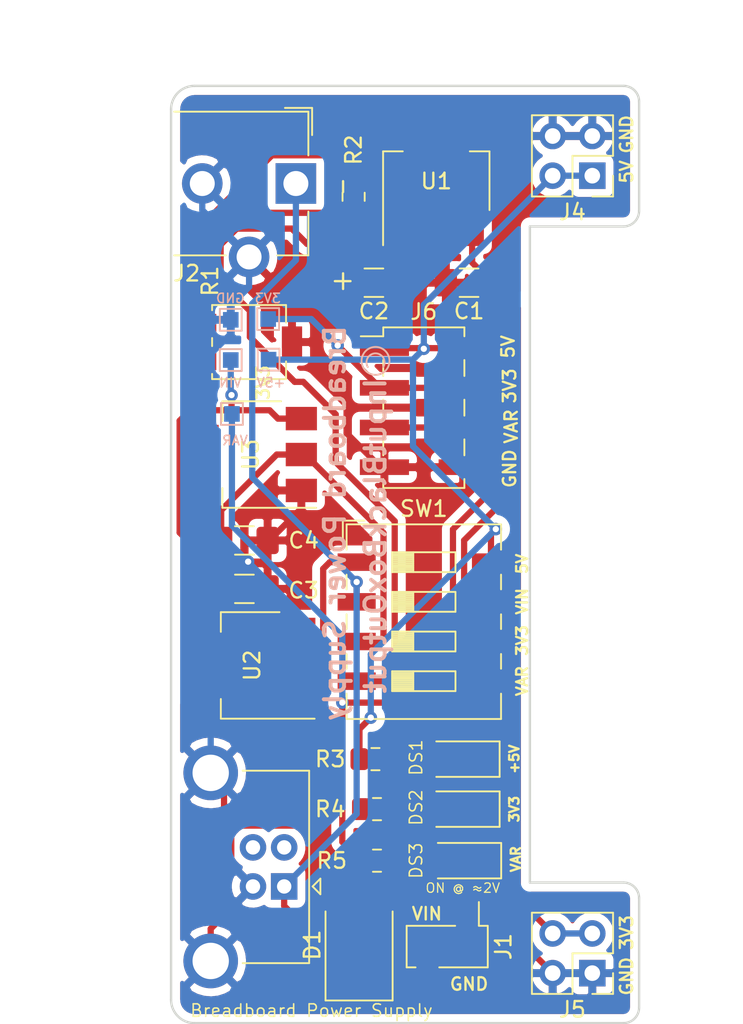
<source format=kicad_pcb>
(kicad_pcb (version 20171130) (host pcbnew "(5.1.12)-1")

  (general
    (thickness 1.6)
    (drawings 55)
    (tracks 221)
    (zones 0)
    (modules 28)
    (nets 15)
  )

  (page A4)
  (title_block
    (title "Breadboard Power Supply")
    (date 2020-11-13)
    (rev 1)
    (comment 1 "Created by Rutuparn Pawar (InputBlackBoxOutput)")
  )

  (layers
    (0 F.Cu signal)
    (31 B.Cu signal)
    (32 B.Adhes user hide)
    (33 F.Adhes user hide)
    (34 B.Paste user hide)
    (35 F.Paste user hide)
    (36 B.SilkS user)
    (37 F.SilkS user)
    (38 B.Mask user hide)
    (39 F.Mask user hide)
    (40 Dwgs.User user)
    (41 Cmts.User user)
    (42 Eco1.User user hide)
    (43 Eco2.User user hide)
    (44 Edge.Cuts user)
    (45 Margin user hide)
    (46 B.CrtYd user)
    (47 F.CrtYd user)
    (48 B.Fab user)
    (49 F.Fab user)
  )

  (setup
    (last_trace_width 0.4)
    (user_trace_width 0.3)
    (trace_clearance 0.1)
    (zone_clearance 0.508)
    (zone_45_only no)
    (trace_min 0.4)
    (via_size 0.8)
    (via_drill 0.4)
    (via_min_size 0.4)
    (via_min_drill 0.3)
    (user_via 1 0.6)
    (uvia_size 0.3)
    (uvia_drill 0.1)
    (uvias_allowed no)
    (uvia_min_size 0.2)
    (uvia_min_drill 0.1)
    (edge_width 0.15)
    (segment_width 0.2)
    (pcb_text_width 0.3)
    (pcb_text_size 1.5 1.5)
    (mod_edge_width 0.15)
    (mod_text_size 1 1)
    (mod_text_width 0.15)
    (pad_size 1.524 1.524)
    (pad_drill 0.762)
    (pad_to_mask_clearance 0.2)
    (aux_axis_origin 0 0)
    (visible_elements 7FFDFFFF)
    (pcbplotparams
      (layerselection 0x010fc_ffffffff)
      (usegerberextensions true)
      (usegerberattributes false)
      (usegerberadvancedattributes false)
      (creategerberjobfile false)
      (excludeedgelayer true)
      (linewidth 0.100000)
      (plotframeref false)
      (viasonmask false)
      (mode 1)
      (useauxorigin false)
      (hpglpennumber 1)
      (hpglpenspeed 20)
      (hpglpendiameter 15.000000)
      (psnegative false)
      (psa4output false)
      (plotreference true)
      (plotvalue true)
      (plotinvisibletext false)
      (padsonsilk false)
      (subtractmaskfromsilk false)
      (outputformat 1)
      (mirror false)
      (drillshape 0)
      (scaleselection 1)
      (outputdirectory "gerber_files/"))
  )

  (net 0 "")
  (net 1 GND)
  (net 2 VDC)
  (net 3 +5V)
  (net 4 +3V3)
  (net 5 "Net-(DS1-Pad2)")
  (net 6 "Net-(DS2-Pad2)")
  (net 7 "Net-(D1-Pad2)")
  (net 8 /VIN)
  (net 9 /VAR_VLG_OUT)
  (net 10 /5V_OUT)
  (net 11 /3.3V_OUT)
  (net 12 "Net-(DS3-Pad2)")
  (net 13 /VAR_VLG)
  (net 14 "Net-(R1-Pad1)")

  (net_class Default "This is the default net class."
    (clearance 0.1)
    (trace_width 0.4)
    (via_dia 0.8)
    (via_drill 0.4)
    (uvia_dia 0.3)
    (uvia_drill 0.1)
    (diff_pair_width 0.5)
    (diff_pair_gap 0.25)
    (add_net +3V3)
    (add_net +5V)
    (add_net /3.3V_OUT)
    (add_net /5V_OUT)
    (add_net /VAR_VLG)
    (add_net /VAR_VLG_OUT)
    (add_net /VIN)
    (add_net GND)
    (add_net "Net-(D1-Pad2)")
    (add_net "Net-(DS1-Pad2)")
    (add_net "Net-(DS2-Pad2)")
    (add_net "Net-(DS3-Pad2)")
    (add_net "Net-(R1-Pad1)")
    (add_net VDC)
  )

  (module Diode_SMD:D_SMB (layer F.Cu) (tedit 58645DF3) (tstamp 60BE5599)
    (at 144.55 114.5 90)
    (descr "Diode SMB (DO-214AA)")
    (tags "Diode SMB (DO-214AA)")
    (path /60BF1535)
    (attr smd)
    (fp_text reference D1 (at 0 -3 90) (layer F.SilkS)
      (effects (font (size 1 1) (thickness 0.15)))
    )
    (fp_text value SS22T3G (at 0 3.1 90) (layer F.Fab)
      (effects (font (size 1 1) (thickness 0.15)))
    )
    (fp_line (start -3.55 -2.15) (end -3.55 2.15) (layer F.SilkS) (width 0.12))
    (fp_line (start 2.3 2) (end -2.3 2) (layer F.Fab) (width 0.1))
    (fp_line (start -2.3 2) (end -2.3 -2) (layer F.Fab) (width 0.1))
    (fp_line (start 2.3 -2) (end 2.3 2) (layer F.Fab) (width 0.1))
    (fp_line (start 2.3 -2) (end -2.3 -2) (layer F.Fab) (width 0.1))
    (fp_line (start -3.65 -2.25) (end 3.65 -2.25) (layer F.CrtYd) (width 0.05))
    (fp_line (start 3.65 -2.25) (end 3.65 2.25) (layer F.CrtYd) (width 0.05))
    (fp_line (start 3.65 2.25) (end -3.65 2.25) (layer F.CrtYd) (width 0.05))
    (fp_line (start -3.65 2.25) (end -3.65 -2.25) (layer F.CrtYd) (width 0.05))
    (fp_line (start -0.64944 0.00102) (end -1.55114 0.00102) (layer F.Fab) (width 0.1))
    (fp_line (start 0.50118 0.00102) (end 1.4994 0.00102) (layer F.Fab) (width 0.1))
    (fp_line (start -0.64944 -0.79908) (end -0.64944 0.80112) (layer F.Fab) (width 0.1))
    (fp_line (start 0.50118 0.75032) (end 0.50118 -0.79908) (layer F.Fab) (width 0.1))
    (fp_line (start -0.64944 0.00102) (end 0.50118 0.75032) (layer F.Fab) (width 0.1))
    (fp_line (start -0.64944 0.00102) (end 0.50118 -0.79908) (layer F.Fab) (width 0.1))
    (fp_line (start -3.55 2.15) (end 2.15 2.15) (layer F.SilkS) (width 0.12))
    (fp_line (start -3.55 -2.15) (end 2.15 -2.15) (layer F.SilkS) (width 0.12))
    (fp_text user %R (at 0 -3 90) (layer F.Fab)
      (effects (font (size 1 1) (thickness 0.15)))
    )
    (pad 2 smd rect (at 2.15 0 90) (size 2.5 2.3) (layers F.Cu F.Paste F.Mask)
      (net 7 "Net-(D1-Pad2)"))
    (pad 1 smd rect (at -2.15 0 90) (size 2.5 2.3) (layers F.Cu F.Paste F.Mask)
      (net 2 VDC))
    (model ${KISYS3DMOD}/Diode_SMD.3dshapes/D_SMB.wrl
      (at (xyz 0 0 0))
      (scale (xyz 1 1 1))
      (rotate (xyz 0 0 0))
    )
  )

  (module Potentiometer_SMD:Potentiometer_Bourns_3314G_Vertical (layer F.Cu) (tedit 5A81E1D7) (tstamp 60BEE8E4)
    (at 137.5 75.9 90)
    (descr "Potentiometer, vertical, Bourns 3314G, http://www.bourns.com/docs/Product-Datasheets/3314.pdf")
    (tags "Potentiometer vertical Bourns 3314G")
    (path /60D8646F)
    (attr smd)
    (fp_text reference R1 (at 3.9 -2.5 90) (layer F.SilkS)
      (effects (font (size 1 1) (thickness 0.15)))
    )
    (fp_text value 5k (at 0 4.65 90) (layer F.Fab)
      (effects (font (size 1 1) (thickness 0.15)))
    )
    (fp_circle (center 0 0) (end 1 0) (layer F.Fab) (width 0.1))
    (fp_line (start -2.25 -2.25) (end -2.25 2.25) (layer F.Fab) (width 0.1))
    (fp_line (start -2.25 2.25) (end 2.25 2.25) (layer F.Fab) (width 0.1))
    (fp_line (start 2.25 2.25) (end 2.25 -2.25) (layer F.Fab) (width 0.1))
    (fp_line (start 2.25 -2.25) (end -2.25 -2.25) (layer F.Fab) (width 0.1))
    (fp_line (start 0 0.99) (end 0.001 -0.989) (layer F.Fab) (width 0.1))
    (fp_line (start 0 0.99) (end 0.001 -0.989) (layer F.Fab) (width 0.1))
    (fp_line (start 2.04 -2.37) (end 2.37 -2.37) (layer F.SilkS) (width 0.12))
    (fp_line (start -2.37 -2.37) (end -2.039 -2.37) (layer F.SilkS) (width 0.12))
    (fp_line (start -0.259 -2.37) (end 0.26 -2.37) (layer F.SilkS) (width 0.12))
    (fp_line (start -2.37 2.37) (end -1.24 2.37) (layer F.SilkS) (width 0.12))
    (fp_line (start 1.24 2.37) (end 2.37 2.37) (layer F.SilkS) (width 0.12))
    (fp_line (start -2.37 -2.37) (end -2.37 2.37) (layer F.SilkS) (width 0.12))
    (fp_line (start 2.37 -2.37) (end 2.37 2.37) (layer F.SilkS) (width 0.12))
    (fp_line (start -2.5 -3.65) (end -2.5 3.65) (layer F.CrtYd) (width 0.05))
    (fp_line (start -2.5 3.65) (end 2.5 3.65) (layer F.CrtYd) (width 0.05))
    (fp_line (start 2.5 3.65) (end 2.5 -3.65) (layer F.CrtYd) (width 0.05))
    (fp_line (start 2.5 -3.65) (end -2.5 -3.65) (layer F.CrtYd) (width 0.05))
    (fp_text user %R (at 0 -1.7 90) (layer F.Fab)
      (effects (font (size 0.63 0.63) (thickness 0.15)))
    )
    (pad 3 smd rect (at -1.15 -2.75 90) (size 1.3 1.3) (layers F.Cu F.Paste F.Mask))
    (pad 2 smd rect (at 0 2.75 90) (size 2 1.3) (layers F.Cu F.Paste F.Mask)
      (net 1 GND))
    (pad 1 smd rect (at 1.15 -2.75 90) (size 1.3 1.3) (layers F.Cu F.Paste F.Mask)
      (net 14 "Net-(R1-Pad1)"))
    (model ${KISYS3DMOD}/Potentiometer_SMD.3dshapes/Potentiometer_Bourns_3314G_Vertical.wrl
      (at (xyz 0 0 0))
      (scale (xyz 1 1 1))
      (rotate (xyz 0 0 0))
    )
  )

  (module Package_TO_SOT_SMD:SOT-223 (layer F.Cu) (tedit 5A02FF57) (tstamp 60BEEA57)
    (at 149.5 65.6 90)
    (descr "module CMS SOT223 4 pins")
    (tags "CMS SOT")
    (path /60C25DBC)
    (attr smd)
    (fp_text reference U1 (at 0 0 180) (layer F.SilkS)
      (effects (font (size 1 1) (thickness 0.15)))
    )
    (fp_text value LM317_3PinPackage (at 0 4.5 90) (layer F.Fab)
      (effects (font (size 1 1) (thickness 0.15)))
    )
    (fp_line (start -1.85 -2.3) (end -0.8 -3.35) (layer F.Fab) (width 0.1))
    (fp_line (start 1.91 3.41) (end 1.91 2.15) (layer F.SilkS) (width 0.12))
    (fp_line (start 1.91 -3.41) (end 1.91 -2.15) (layer F.SilkS) (width 0.12))
    (fp_line (start 4.4 -3.6) (end -4.4 -3.6) (layer F.CrtYd) (width 0.05))
    (fp_line (start 4.4 3.6) (end 4.4 -3.6) (layer F.CrtYd) (width 0.05))
    (fp_line (start -4.4 3.6) (end 4.4 3.6) (layer F.CrtYd) (width 0.05))
    (fp_line (start -4.4 -3.6) (end -4.4 3.6) (layer F.CrtYd) (width 0.05))
    (fp_line (start -1.85 -2.3) (end -1.85 3.35) (layer F.Fab) (width 0.1))
    (fp_line (start -1.85 3.41) (end 1.91 3.41) (layer F.SilkS) (width 0.12))
    (fp_line (start -0.8 -3.35) (end 1.85 -3.35) (layer F.Fab) (width 0.1))
    (fp_line (start -4.1 -3.41) (end 1.91 -3.41) (layer F.SilkS) (width 0.12))
    (fp_line (start -1.85 3.35) (end 1.85 3.35) (layer F.Fab) (width 0.1))
    (fp_line (start 1.85 -3.35) (end 1.85 3.35) (layer F.Fab) (width 0.1))
    (fp_text user %R (at 0 0) (layer F.Fab)
      (effects (font (size 0.8 0.8) (thickness 0.12)))
    )
    (pad 1 smd rect (at -3.15 -2.3 90) (size 2 1.5) (layers F.Cu F.Paste F.Mask)
      (net 14 "Net-(R1-Pad1)"))
    (pad 3 smd rect (at -3.15 2.3 90) (size 2 1.5) (layers F.Cu F.Paste F.Mask)
      (net 8 /VIN))
    (pad 2 smd rect (at -3.15 0 90) (size 2 1.5) (layers F.Cu F.Paste F.Mask)
      (net 9 /VAR_VLG_OUT))
    (pad 4 smd rect (at 3.15 0 90) (size 2 3.8) (layers F.Cu F.Paste F.Mask))
    (model ${KISYS3DMOD}/Package_TO_SOT_SMD.3dshapes/SOT-223.wrl
      (at (xyz 0 0 0))
      (scale (xyz 1 1 1))
      (rotate (xyz 0 0 0))
    )
  )

  (module TestPoint:TestPoint_Pad_1.0x1.0mm (layer B.Cu) (tedit 5A0F774F) (tstamp 60BEEA41)
    (at 136.4 80.5)
    (descr "SMD rectangular pad as test Point, square 1.0mm side length")
    (tags "test point SMD pad rectangle square")
    (path /60DB6099)
    (attr virtual)
    (fp_text reference TP5 (at 0 1.448) (layer B.SilkS) hide
      (effects (font (size 1 1) (thickness 0.15)) (justify mirror))
    )
    (fp_text value TestPoint (at 0 -1.55) (layer B.Fab)
      (effects (font (size 1 1) (thickness 0.15)) (justify mirror))
    )
    (fp_line (start -0.7 0.7) (end 0.7 0.7) (layer B.SilkS) (width 0.12))
    (fp_line (start 0.7 0.7) (end 0.7 -0.7) (layer B.SilkS) (width 0.12))
    (fp_line (start 0.7 -0.7) (end -0.7 -0.7) (layer B.SilkS) (width 0.12))
    (fp_line (start -0.7 -0.7) (end -0.7 0.7) (layer B.SilkS) (width 0.12))
    (fp_line (start -1 1) (end 1 1) (layer B.CrtYd) (width 0.05))
    (fp_line (start -1 1) (end -1 -1) (layer B.CrtYd) (width 0.05))
    (fp_line (start 1 -1) (end 1 1) (layer B.CrtYd) (width 0.05))
    (fp_line (start 1 -1) (end -1 -1) (layer B.CrtYd) (width 0.05))
    (fp_text user %R (at 0 1.45) (layer B.Fab)
      (effects (font (size 1 1) (thickness 0.15)) (justify mirror))
    )
    (pad 1 smd rect (at 0 0) (size 1 1) (layers B.Cu B.Mask)
      (net 13 /VAR_VLG))
  )

  (module Button_Switch_SMD:SW_DIP_SPSTx04_Slide_9.78x12.34mm_W8.61mm_P2.54mm (layer F.Cu) (tedit 5A4E1405) (tstamp 60BEE9CB)
    (at 148.7 93.8)
    (descr "SMD 4x-dip-switch SPST , Slide, row spacing 8.61 mm (338 mils), body size 9.78x12.34mm (see e.g. https://www.ctscorp.com/wp-content/uploads/204.pdf), SMD")
    (tags "SMD DIP Switch SPST Slide 8.61mm 338mil SMD")
    (path /60D976A4)
    (attr smd)
    (fp_text reference SW1 (at 0 -7.23) (layer F.SilkS)
      (effects (font (size 1 1) (thickness 0.15)))
    )
    (fp_text value SW_DIP_x04 (at 0 7.23) (layer F.Fab)
      (effects (font (size 1 1) (thickness 0.15)))
    )
    (fp_line (start -3.89 -6.17) (end 4.89 -6.17) (layer F.Fab) (width 0.1))
    (fp_line (start 4.89 -6.17) (end 4.89 6.17) (layer F.Fab) (width 0.1))
    (fp_line (start 4.89 6.17) (end -4.89 6.17) (layer F.Fab) (width 0.1))
    (fp_line (start -4.89 6.17) (end -4.89 -5.17) (layer F.Fab) (width 0.1))
    (fp_line (start -4.89 -5.17) (end -3.89 -6.17) (layer F.Fab) (width 0.1))
    (fp_line (start -2.03 -4.445) (end -2.03 -3.175) (layer F.Fab) (width 0.1))
    (fp_line (start -2.03 -3.175) (end 2.03 -3.175) (layer F.Fab) (width 0.1))
    (fp_line (start 2.03 -3.175) (end 2.03 -4.445) (layer F.Fab) (width 0.1))
    (fp_line (start 2.03 -4.445) (end -2.03 -4.445) (layer F.Fab) (width 0.1))
    (fp_line (start -2.03 -4.345) (end -0.676667 -4.345) (layer F.Fab) (width 0.1))
    (fp_line (start -2.03 -4.245) (end -0.676667 -4.245) (layer F.Fab) (width 0.1))
    (fp_line (start -2.03 -4.145) (end -0.676667 -4.145) (layer F.Fab) (width 0.1))
    (fp_line (start -2.03 -4.045) (end -0.676667 -4.045) (layer F.Fab) (width 0.1))
    (fp_line (start -2.03 -3.945) (end -0.676667 -3.945) (layer F.Fab) (width 0.1))
    (fp_line (start -2.03 -3.845) (end -0.676667 -3.845) (layer F.Fab) (width 0.1))
    (fp_line (start -2.03 -3.745) (end -0.676667 -3.745) (layer F.Fab) (width 0.1))
    (fp_line (start -2.03 -3.645) (end -0.676667 -3.645) (layer F.Fab) (width 0.1))
    (fp_line (start -2.03 -3.545) (end -0.676667 -3.545) (layer F.Fab) (width 0.1))
    (fp_line (start -2.03 -3.445) (end -0.676667 -3.445) (layer F.Fab) (width 0.1))
    (fp_line (start -2.03 -3.345) (end -0.676667 -3.345) (layer F.Fab) (width 0.1))
    (fp_line (start -2.03 -3.245) (end -0.676667 -3.245) (layer F.Fab) (width 0.1))
    (fp_line (start -0.676667 -4.445) (end -0.676667 -3.175) (layer F.Fab) (width 0.1))
    (fp_line (start -2.03 -1.905) (end -2.03 -0.635) (layer F.Fab) (width 0.1))
    (fp_line (start -2.03 -0.635) (end 2.03 -0.635) (layer F.Fab) (width 0.1))
    (fp_line (start 2.03 -0.635) (end 2.03 -1.905) (layer F.Fab) (width 0.1))
    (fp_line (start 2.03 -1.905) (end -2.03 -1.905) (layer F.Fab) (width 0.1))
    (fp_line (start -2.03 -1.805) (end -0.676667 -1.805) (layer F.Fab) (width 0.1))
    (fp_line (start -2.03 -1.705) (end -0.676667 -1.705) (layer F.Fab) (width 0.1))
    (fp_line (start -2.03 -1.605) (end -0.676667 -1.605) (layer F.Fab) (width 0.1))
    (fp_line (start -2.03 -1.505) (end -0.676667 -1.505) (layer F.Fab) (width 0.1))
    (fp_line (start -2.03 -1.405) (end -0.676667 -1.405) (layer F.Fab) (width 0.1))
    (fp_line (start -2.03 -1.305) (end -0.676667 -1.305) (layer F.Fab) (width 0.1))
    (fp_line (start -2.03 -1.205) (end -0.676667 -1.205) (layer F.Fab) (width 0.1))
    (fp_line (start -2.03 -1.105) (end -0.676667 -1.105) (layer F.Fab) (width 0.1))
    (fp_line (start -2.03 -1.005) (end -0.676667 -1.005) (layer F.Fab) (width 0.1))
    (fp_line (start -2.03 -0.905) (end -0.676667 -0.905) (layer F.Fab) (width 0.1))
    (fp_line (start -2.03 -0.805) (end -0.676667 -0.805) (layer F.Fab) (width 0.1))
    (fp_line (start -2.03 -0.705) (end -0.676667 -0.705) (layer F.Fab) (width 0.1))
    (fp_line (start -0.676667 -1.905) (end -0.676667 -0.635) (layer F.Fab) (width 0.1))
    (fp_line (start -2.03 0.635) (end -2.03 1.905) (layer F.Fab) (width 0.1))
    (fp_line (start -2.03 1.905) (end 2.03 1.905) (layer F.Fab) (width 0.1))
    (fp_line (start 2.03 1.905) (end 2.03 0.635) (layer F.Fab) (width 0.1))
    (fp_line (start 2.03 0.635) (end -2.03 0.635) (layer F.Fab) (width 0.1))
    (fp_line (start -2.03 0.735) (end -0.676667 0.735) (layer F.Fab) (width 0.1))
    (fp_line (start -2.03 0.835) (end -0.676667 0.835) (layer F.Fab) (width 0.1))
    (fp_line (start -2.03 0.935) (end -0.676667 0.935) (layer F.Fab) (width 0.1))
    (fp_line (start -2.03 1.035) (end -0.676667 1.035) (layer F.Fab) (width 0.1))
    (fp_line (start -2.03 1.135) (end -0.676667 1.135) (layer F.Fab) (width 0.1))
    (fp_line (start -2.03 1.235) (end -0.676667 1.235) (layer F.Fab) (width 0.1))
    (fp_line (start -2.03 1.335) (end -0.676667 1.335) (layer F.Fab) (width 0.1))
    (fp_line (start -2.03 1.435) (end -0.676667 1.435) (layer F.Fab) (width 0.1))
    (fp_line (start -2.03 1.535) (end -0.676667 1.535) (layer F.Fab) (width 0.1))
    (fp_line (start -2.03 1.635) (end -0.676667 1.635) (layer F.Fab) (width 0.1))
    (fp_line (start -2.03 1.735) (end -0.676667 1.735) (layer F.Fab) (width 0.1))
    (fp_line (start -2.03 1.835) (end -0.676667 1.835) (layer F.Fab) (width 0.1))
    (fp_line (start -0.676667 0.635) (end -0.676667 1.905) (layer F.Fab) (width 0.1))
    (fp_line (start -2.03 3.175) (end -2.03 4.445) (layer F.Fab) (width 0.1))
    (fp_line (start -2.03 4.445) (end 2.03 4.445) (layer F.Fab) (width 0.1))
    (fp_line (start 2.03 4.445) (end 2.03 3.175) (layer F.Fab) (width 0.1))
    (fp_line (start 2.03 3.175) (end -2.03 3.175) (layer F.Fab) (width 0.1))
    (fp_line (start -2.03 3.275) (end -0.676667 3.275) (layer F.Fab) (width 0.1))
    (fp_line (start -2.03 3.375) (end -0.676667 3.375) (layer F.Fab) (width 0.1))
    (fp_line (start -2.03 3.475) (end -0.676667 3.475) (layer F.Fab) (width 0.1))
    (fp_line (start -2.03 3.575) (end -0.676667 3.575) (layer F.Fab) (width 0.1))
    (fp_line (start -2.03 3.675) (end -0.676667 3.675) (layer F.Fab) (width 0.1))
    (fp_line (start -2.03 3.775) (end -0.676667 3.775) (layer F.Fab) (width 0.1))
    (fp_line (start -2.03 3.875) (end -0.676667 3.875) (layer F.Fab) (width 0.1))
    (fp_line (start -2.03 3.975) (end -0.676667 3.975) (layer F.Fab) (width 0.1))
    (fp_line (start -2.03 4.075) (end -0.676667 4.075) (layer F.Fab) (width 0.1))
    (fp_line (start -2.03 4.175) (end -0.676667 4.175) (layer F.Fab) (width 0.1))
    (fp_line (start -2.03 4.275) (end -0.676667 4.275) (layer F.Fab) (width 0.1))
    (fp_line (start -2.03 4.375) (end -0.676667 4.375) (layer F.Fab) (width 0.1))
    (fp_line (start -0.676667 3.175) (end -0.676667 4.445) (layer F.Fab) (width 0.1))
    (fp_line (start -4.95 -6.23) (end 4.95 -6.23) (layer F.SilkS) (width 0.12))
    (fp_line (start -4.95 6.23) (end 4.95 6.23) (layer F.SilkS) (width 0.12))
    (fp_line (start -4.95 -6.23) (end -4.95 -4.61) (layer F.SilkS) (width 0.12))
    (fp_line (start -4.95 -3.01) (end -4.95 -2.07) (layer F.SilkS) (width 0.12))
    (fp_line (start -4.95 -0.47) (end -4.95 0.47) (layer F.SilkS) (width 0.12))
    (fp_line (start -4.95 2.07) (end -4.95 3.01) (layer F.SilkS) (width 0.12))
    (fp_line (start -4.95 4.61) (end -4.95 6.23) (layer F.SilkS) (width 0.12))
    (fp_line (start 4.95 4.61) (end 4.95 6.23) (layer F.SilkS) (width 0.12))
    (fp_line (start 4.95 2.07) (end 4.95 3.01) (layer F.SilkS) (width 0.12))
    (fp_line (start 4.95 -0.47) (end 4.95 0.47) (layer F.SilkS) (width 0.12))
    (fp_line (start 4.95 -6.23) (end 4.95 -4.61) (layer F.SilkS) (width 0.12))
    (fp_line (start 4.95 -3.01) (end 4.95 -2.07) (layer F.SilkS) (width 0.12))
    (fp_line (start -5.19 -6.47) (end -3.806 -6.47) (layer F.SilkS) (width 0.12))
    (fp_line (start -5.19 -6.47) (end -5.19 -5.087) (layer F.SilkS) (width 0.12))
    (fp_line (start -2.03 -4.445) (end -2.03 -3.175) (layer F.SilkS) (width 0.12))
    (fp_line (start -2.03 -3.175) (end 2.03 -3.175) (layer F.SilkS) (width 0.12))
    (fp_line (start 2.03 -3.175) (end 2.03 -4.445) (layer F.SilkS) (width 0.12))
    (fp_line (start 2.03 -4.445) (end -2.03 -4.445) (layer F.SilkS) (width 0.12))
    (fp_line (start -2.03 -4.325) (end -0.676667 -4.325) (layer F.SilkS) (width 0.12))
    (fp_line (start -2.03 -4.205) (end -0.676667 -4.205) (layer F.SilkS) (width 0.12))
    (fp_line (start -2.03 -4.085) (end -0.676667 -4.085) (layer F.SilkS) (width 0.12))
    (fp_line (start -2.03 -3.965) (end -0.676667 -3.965) (layer F.SilkS) (width 0.12))
    (fp_line (start -2.03 -3.845) (end -0.676667 -3.845) (layer F.SilkS) (width 0.12))
    (fp_line (start -2.03 -3.725) (end -0.676667 -3.725) (layer F.SilkS) (width 0.12))
    (fp_line (start -2.03 -3.605) (end -0.676667 -3.605) (layer F.SilkS) (width 0.12))
    (fp_line (start -2.03 -3.485) (end -0.676667 -3.485) (layer F.SilkS) (width 0.12))
    (fp_line (start -2.03 -3.365) (end -0.676667 -3.365) (layer F.SilkS) (width 0.12))
    (fp_line (start -2.03 -3.245) (end -0.676667 -3.245) (layer F.SilkS) (width 0.12))
    (fp_line (start -0.676667 -4.445) (end -0.676667 -3.175) (layer F.SilkS) (width 0.12))
    (fp_line (start -2.03 -1.905) (end -2.03 -0.635) (layer F.SilkS) (width 0.12))
    (fp_line (start -2.03 -0.635) (end 2.03 -0.635) (layer F.SilkS) (width 0.12))
    (fp_line (start 2.03 -0.635) (end 2.03 -1.905) (layer F.SilkS) (width 0.12))
    (fp_line (start 2.03 -1.905) (end -2.03 -1.905) (layer F.SilkS) (width 0.12))
    (fp_line (start -2.03 -1.785) (end -0.676667 -1.785) (layer F.SilkS) (width 0.12))
    (fp_line (start -2.03 -1.665) (end -0.676667 -1.665) (layer F.SilkS) (width 0.12))
    (fp_line (start -2.03 -1.545) (end -0.676667 -1.545) (layer F.SilkS) (width 0.12))
    (fp_line (start -2.03 -1.425) (end -0.676667 -1.425) (layer F.SilkS) (width 0.12))
    (fp_line (start -2.03 -1.305) (end -0.676667 -1.305) (layer F.SilkS) (width 0.12))
    (fp_line (start -2.03 -1.185) (end -0.676667 -1.185) (layer F.SilkS) (width 0.12))
    (fp_line (start -2.03 -1.065) (end -0.676667 -1.065) (layer F.SilkS) (width 0.12))
    (fp_line (start -2.03 -0.945) (end -0.676667 -0.945) (layer F.SilkS) (width 0.12))
    (fp_line (start -2.03 -0.825) (end -0.676667 -0.825) (layer F.SilkS) (width 0.12))
    (fp_line (start -2.03 -0.705) (end -0.676667 -0.705) (layer F.SilkS) (width 0.12))
    (fp_line (start -0.676667 -1.905) (end -0.676667 -0.635) (layer F.SilkS) (width 0.12))
    (fp_line (start -2.03 0.635) (end -2.03 1.905) (layer F.SilkS) (width 0.12))
    (fp_line (start -2.03 1.905) (end 2.03 1.905) (layer F.SilkS) (width 0.12))
    (fp_line (start 2.03 1.905) (end 2.03 0.635) (layer F.SilkS) (width 0.12))
    (fp_line (start 2.03 0.635) (end -2.03 0.635) (layer F.SilkS) (width 0.12))
    (fp_line (start -2.03 0.755) (end -0.676667 0.755) (layer F.SilkS) (width 0.12))
    (fp_line (start -2.03 0.875) (end -0.676667 0.875) (layer F.SilkS) (width 0.12))
    (fp_line (start -2.03 0.995) (end -0.676667 0.995) (layer F.SilkS) (width 0.12))
    (fp_line (start -2.03 1.115) (end -0.676667 1.115) (layer F.SilkS) (width 0.12))
    (fp_line (start -2.03 1.235) (end -0.676667 1.235) (layer F.SilkS) (width 0.12))
    (fp_line (start -2.03 1.355) (end -0.676667 1.355) (layer F.SilkS) (width 0.12))
    (fp_line (start -2.03 1.475) (end -0.676667 1.475) (layer F.SilkS) (width 0.12))
    (fp_line (start -2.03 1.595) (end -0.676667 1.595) (layer F.SilkS) (width 0.12))
    (fp_line (start -2.03 1.715) (end -0.676667 1.715) (layer F.SilkS) (width 0.12))
    (fp_line (start -2.03 1.835) (end -0.676667 1.835) (layer F.SilkS) (width 0.12))
    (fp_line (start -0.676667 0.635) (end -0.676667 1.905) (layer F.SilkS) (width 0.12))
    (fp_line (start -2.03 3.175) (end -2.03 4.445) (layer F.SilkS) (width 0.12))
    (fp_line (start -2.03 4.445) (end 2.03 4.445) (layer F.SilkS) (width 0.12))
    (fp_line (start 2.03 4.445) (end 2.03 3.175) (layer F.SilkS) (width 0.12))
    (fp_line (start 2.03 3.175) (end -2.03 3.175) (layer F.SilkS) (width 0.12))
    (fp_line (start -2.03 3.295) (end -0.676667 3.295) (layer F.SilkS) (width 0.12))
    (fp_line (start -2.03 3.415) (end -0.676667 3.415) (layer F.SilkS) (width 0.12))
    (fp_line (start -2.03 3.535) (end -0.676667 3.535) (layer F.SilkS) (width 0.12))
    (fp_line (start -2.03 3.655) (end -0.676667 3.655) (layer F.SilkS) (width 0.12))
    (fp_line (start -2.03 3.775) (end -0.676667 3.775) (layer F.SilkS) (width 0.12))
    (fp_line (start -2.03 3.895) (end -0.676667 3.895) (layer F.SilkS) (width 0.12))
    (fp_line (start -2.03 4.015) (end -0.676667 4.015) (layer F.SilkS) (width 0.12))
    (fp_line (start -2.03 4.135) (end -0.676667 4.135) (layer F.SilkS) (width 0.12))
    (fp_line (start -2.03 4.255) (end -0.676667 4.255) (layer F.SilkS) (width 0.12))
    (fp_line (start -2.03 4.375) (end -0.676667 4.375) (layer F.SilkS) (width 0.12))
    (fp_line (start -0.676667 3.175) (end -0.676667 4.445) (layer F.SilkS) (width 0.12))
    (fp_line (start -5.8 -6.5) (end -5.8 6.5) (layer F.CrtYd) (width 0.05))
    (fp_line (start -5.8 6.5) (end 5.8 6.5) (layer F.CrtYd) (width 0.05))
    (fp_line (start 5.8 6.5) (end 5.8 -6.5) (layer F.CrtYd) (width 0.05))
    (fp_line (start 5.8 -6.5) (end -5.8 -6.5) (layer F.CrtYd) (width 0.05))
    (fp_text user on (at 1.3075 -5.3075) (layer F.Fab)
      (effects (font (size 0.8 0.8) (thickness 0.12)))
    )
    (fp_text user %R (at 3.46 0 90) (layer F.Fab)
      (effects (font (size 0.8 0.8) (thickness 0.12)))
    )
    (pad 8 smd rect (at 4.305 -3.81) (size 2.44 1.12) (layers F.Cu F.Paste F.Mask)
      (net 3 +5V))
    (pad 4 smd rect (at -4.305 3.81) (size 2.44 1.12) (layers F.Cu F.Paste F.Mask)
      (net 9 /VAR_VLG_OUT))
    (pad 7 smd rect (at 4.305 -1.27) (size 2.44 1.12) (layers F.Cu F.Paste F.Mask)
      (net 8 /VIN))
    (pad 3 smd rect (at -4.305 1.27) (size 2.44 1.12) (layers F.Cu F.Paste F.Mask)
      (net 11 /3.3V_OUT))
    (pad 6 smd rect (at 4.305 1.27) (size 2.44 1.12) (layers F.Cu F.Paste F.Mask)
      (net 4 +3V3))
    (pad 2 smd rect (at -4.305 -1.27) (size 2.44 1.12) (layers F.Cu F.Paste F.Mask)
      (net 2 VDC))
    (pad 5 smd rect (at 4.305 3.81) (size 2.44 1.12) (layers F.Cu F.Paste F.Mask)
      (net 13 /VAR_VLG))
    (pad 1 smd rect (at -4.305 -3.81) (size 2.44 1.12) (layers F.Cu F.Paste F.Mask)
      (net 10 /5V_OUT))
    (model ${KISYS3DMOD}/Button_Switch_SMD.3dshapes/SW_DIP_SPSTx04_Slide_9.78x12.34mm_W8.61mm_P2.54mm.wrl
      (at (xyz 0 0 0))
      (scale (xyz 1 1 1))
      (rotate (xyz 0 0 90))
    )
  )

  (module Resistor_SMD:R_0805_2012Metric_Pad1.15x1.40mm_HandSolder (layer F.Cu) (tedit 5B36C52B) (tstamp 60BEE926)
    (at 145.7 109.1)
    (descr "Resistor SMD 0805 (2012 Metric), square (rectangular) end terminal, IPC_7351 nominal with elongated pad for handsoldering. (Body size source: https://docs.google.com/spreadsheets/d/1BsfQQcO9C6DZCsRaXUlFlo91Tg2WpOkGARC1WS5S8t0/edit?usp=sharing), generated with kicad-footprint-generator")
    (tags "resistor handsolder")
    (path /60D1DBB3)
    (attr smd)
    (fp_text reference R5 (at -2.9 0) (layer F.SilkS)
      (effects (font (size 1 1) (thickness 0.15)))
    )
    (fp_text value 820R (at 0 1.65) (layer F.Fab)
      (effects (font (size 1 1) (thickness 0.15)))
    )
    (fp_line (start -1 0.6) (end -1 -0.6) (layer F.Fab) (width 0.1))
    (fp_line (start -1 -0.6) (end 1 -0.6) (layer F.Fab) (width 0.1))
    (fp_line (start 1 -0.6) (end 1 0.6) (layer F.Fab) (width 0.1))
    (fp_line (start 1 0.6) (end -1 0.6) (layer F.Fab) (width 0.1))
    (fp_line (start -0.261252 -0.71) (end 0.261252 -0.71) (layer F.SilkS) (width 0.12))
    (fp_line (start -0.261252 0.71) (end 0.261252 0.71) (layer F.SilkS) (width 0.12))
    (fp_line (start -1.85 0.95) (end -1.85 -0.95) (layer F.CrtYd) (width 0.05))
    (fp_line (start -1.85 -0.95) (end 1.85 -0.95) (layer F.CrtYd) (width 0.05))
    (fp_line (start 1.85 -0.95) (end 1.85 0.95) (layer F.CrtYd) (width 0.05))
    (fp_line (start 1.85 0.95) (end -1.85 0.95) (layer F.CrtYd) (width 0.05))
    (fp_text user %R (at 0 0) (layer F.Fab)
      (effects (font (size 0.5 0.5) (thickness 0.08)))
    )
    (pad 2 smd roundrect (at 1.025 0) (size 1.15 1.4) (layers F.Cu F.Paste F.Mask) (roundrect_rratio 0.217391)
      (net 12 "Net-(DS3-Pad2)"))
    (pad 1 smd roundrect (at -1.025 0) (size 1.15 1.4) (layers F.Cu F.Paste F.Mask) (roundrect_rratio 0.217391)
      (net 13 /VAR_VLG))
    (model ${KISYS3DMOD}/Resistor_SMD.3dshapes/R_0805_2012Metric.wrl
      (at (xyz 0 0 0))
      (scale (xyz 1 1 1))
      (rotate (xyz 0 0 0))
    )
  )

  (module Resistor_SMD:R_0805_2012Metric_Pad1.15x1.40mm_HandSolder (layer F.Cu) (tedit 5B36C52B) (tstamp 60BEE8F5)
    (at 144.2 66.6 270)
    (descr "Resistor SMD 0805 (2012 Metric), square (rectangular) end terminal, IPC_7351 nominal with elongated pad for handsoldering. (Body size source: https://docs.google.com/spreadsheets/d/1BsfQQcO9C6DZCsRaXUlFlo91Tg2WpOkGARC1WS5S8t0/edit?usp=sharing), generated with kicad-footprint-generator")
    (tags "resistor handsolder")
    (path /60D6222C)
    (attr smd)
    (fp_text reference R2 (at -3 0 90) (layer F.SilkS)
      (effects (font (size 1 1) (thickness 0.15)))
    )
    (fp_text value 240R (at 0 1.65 90) (layer F.Fab)
      (effects (font (size 1 1) (thickness 0.15)))
    )
    (fp_line (start -1 0.6) (end -1 -0.6) (layer F.Fab) (width 0.1))
    (fp_line (start -1 -0.6) (end 1 -0.6) (layer F.Fab) (width 0.1))
    (fp_line (start 1 -0.6) (end 1 0.6) (layer F.Fab) (width 0.1))
    (fp_line (start 1 0.6) (end -1 0.6) (layer F.Fab) (width 0.1))
    (fp_line (start -0.261252 -0.71) (end 0.261252 -0.71) (layer F.SilkS) (width 0.12))
    (fp_line (start -0.261252 0.71) (end 0.261252 0.71) (layer F.SilkS) (width 0.12))
    (fp_line (start -1.85 0.95) (end -1.85 -0.95) (layer F.CrtYd) (width 0.05))
    (fp_line (start -1.85 -0.95) (end 1.85 -0.95) (layer F.CrtYd) (width 0.05))
    (fp_line (start 1.85 -0.95) (end 1.85 0.95) (layer F.CrtYd) (width 0.05))
    (fp_line (start 1.85 0.95) (end -1.85 0.95) (layer F.CrtYd) (width 0.05))
    (fp_text user %R (at 0 0 90) (layer F.Fab)
      (effects (font (size 0.5 0.5) (thickness 0.08)))
    )
    (pad 2 smd roundrect (at 1.025 0 270) (size 1.15 1.4) (layers F.Cu F.Paste F.Mask) (roundrect_rratio 0.217391)
      (net 14 "Net-(R1-Pad1)"))
    (pad 1 smd roundrect (at -1.025 0 270) (size 1.15 1.4) (layers F.Cu F.Paste F.Mask) (roundrect_rratio 0.217391)
      (net 9 /VAR_VLG_OUT))
    (model ${KISYS3DMOD}/Resistor_SMD.3dshapes/R_0805_2012Metric.wrl
      (at (xyz 0 0 0))
      (scale (xyz 1 1 1))
      (rotate (xyz 0 0 0))
    )
  )

  (module Connector_PinHeader_2.54mm:PinHeader_2x04_P2.54mm_Vertical_SMD (layer F.Cu) (tedit 59FED5CC) (tstamp 60BEE8C5)
    (at 148.7 80.1)
    (descr "surface-mounted straight pin header, 2x04, 2.54mm pitch, double rows")
    (tags "Surface mounted pin header SMD 2x04 2.54mm double row")
    (path /60D312E7)
    (attr smd)
    (fp_text reference J6 (at 0 -6.14) (layer F.SilkS)
      (effects (font (size 1 1) (thickness 0.15)))
    )
    (fp_text value Conn_02x04_Odd_Even (at 0 6.14) (layer F.Fab)
      (effects (font (size 1 1) (thickness 0.15)))
    )
    (fp_line (start 2.54 5.08) (end -2.54 5.08) (layer F.Fab) (width 0.1))
    (fp_line (start -1.59 -5.08) (end 2.54 -5.08) (layer F.Fab) (width 0.1))
    (fp_line (start -2.54 5.08) (end -2.54 -4.13) (layer F.Fab) (width 0.1))
    (fp_line (start -2.54 -4.13) (end -1.59 -5.08) (layer F.Fab) (width 0.1))
    (fp_line (start 2.54 -5.08) (end 2.54 5.08) (layer F.Fab) (width 0.1))
    (fp_line (start -2.54 -4.13) (end -3.6 -4.13) (layer F.Fab) (width 0.1))
    (fp_line (start -3.6 -4.13) (end -3.6 -3.49) (layer F.Fab) (width 0.1))
    (fp_line (start -3.6 -3.49) (end -2.54 -3.49) (layer F.Fab) (width 0.1))
    (fp_line (start 2.54 -4.13) (end 3.6 -4.13) (layer F.Fab) (width 0.1))
    (fp_line (start 3.6 -4.13) (end 3.6 -3.49) (layer F.Fab) (width 0.1))
    (fp_line (start 3.6 -3.49) (end 2.54 -3.49) (layer F.Fab) (width 0.1))
    (fp_line (start -2.54 -1.59) (end -3.6 -1.59) (layer F.Fab) (width 0.1))
    (fp_line (start -3.6 -1.59) (end -3.6 -0.95) (layer F.Fab) (width 0.1))
    (fp_line (start -3.6 -0.95) (end -2.54 -0.95) (layer F.Fab) (width 0.1))
    (fp_line (start 2.54 -1.59) (end 3.6 -1.59) (layer F.Fab) (width 0.1))
    (fp_line (start 3.6 -1.59) (end 3.6 -0.95) (layer F.Fab) (width 0.1))
    (fp_line (start 3.6 -0.95) (end 2.54 -0.95) (layer F.Fab) (width 0.1))
    (fp_line (start -2.54 0.95) (end -3.6 0.95) (layer F.Fab) (width 0.1))
    (fp_line (start -3.6 0.95) (end -3.6 1.59) (layer F.Fab) (width 0.1))
    (fp_line (start -3.6 1.59) (end -2.54 1.59) (layer F.Fab) (width 0.1))
    (fp_line (start 2.54 0.95) (end 3.6 0.95) (layer F.Fab) (width 0.1))
    (fp_line (start 3.6 0.95) (end 3.6 1.59) (layer F.Fab) (width 0.1))
    (fp_line (start 3.6 1.59) (end 2.54 1.59) (layer F.Fab) (width 0.1))
    (fp_line (start -2.54 3.49) (end -3.6 3.49) (layer F.Fab) (width 0.1))
    (fp_line (start -3.6 3.49) (end -3.6 4.13) (layer F.Fab) (width 0.1))
    (fp_line (start -3.6 4.13) (end -2.54 4.13) (layer F.Fab) (width 0.1))
    (fp_line (start 2.54 3.49) (end 3.6 3.49) (layer F.Fab) (width 0.1))
    (fp_line (start 3.6 3.49) (end 3.6 4.13) (layer F.Fab) (width 0.1))
    (fp_line (start 3.6 4.13) (end 2.54 4.13) (layer F.Fab) (width 0.1))
    (fp_line (start -2.6 -5.14) (end 2.6 -5.14) (layer F.SilkS) (width 0.12))
    (fp_line (start -2.6 5.14) (end 2.6 5.14) (layer F.SilkS) (width 0.12))
    (fp_line (start -4.04 -4.57) (end -2.6 -4.57) (layer F.SilkS) (width 0.12))
    (fp_line (start -2.6 -5.14) (end -2.6 -4.57) (layer F.SilkS) (width 0.12))
    (fp_line (start 2.6 -5.14) (end 2.6 -4.57) (layer F.SilkS) (width 0.12))
    (fp_line (start -2.6 4.57) (end -2.6 5.14) (layer F.SilkS) (width 0.12))
    (fp_line (start 2.6 4.57) (end 2.6 5.14) (layer F.SilkS) (width 0.12))
    (fp_line (start -2.6 -3.05) (end -2.6 -2.03) (layer F.SilkS) (width 0.12))
    (fp_line (start 2.6 -3.05) (end 2.6 -2.03) (layer F.SilkS) (width 0.12))
    (fp_line (start -2.6 -0.51) (end -2.6 0.51) (layer F.SilkS) (width 0.12))
    (fp_line (start 2.6 -0.51) (end 2.6 0.51) (layer F.SilkS) (width 0.12))
    (fp_line (start -2.6 2.03) (end -2.6 3.05) (layer F.SilkS) (width 0.12))
    (fp_line (start 2.6 2.03) (end 2.6 3.05) (layer F.SilkS) (width 0.12))
    (fp_line (start -5.9 -5.6) (end -5.9 5.6) (layer F.CrtYd) (width 0.05))
    (fp_line (start -5.9 5.6) (end 5.9 5.6) (layer F.CrtYd) (width 0.05))
    (fp_line (start 5.9 5.6) (end 5.9 -5.6) (layer F.CrtYd) (width 0.05))
    (fp_line (start 5.9 -5.6) (end -5.9 -5.6) (layer F.CrtYd) (width 0.05))
    (fp_text user %R (at 0 0 90) (layer F.Fab)
      (effects (font (size 1 1) (thickness 0.15)))
    )
    (pad 8 smd rect (at 2.525 3.81) (size 3.15 1) (layers F.Cu F.Paste F.Mask)
      (net 1 GND))
    (pad 7 smd rect (at -2.525 3.81) (size 3.15 1) (layers F.Cu F.Paste F.Mask)
      (net 1 GND))
    (pad 6 smd rect (at 2.525 1.27) (size 3.15 1) (layers F.Cu F.Paste F.Mask)
      (net 13 /VAR_VLG))
    (pad 5 smd rect (at -2.525 1.27) (size 3.15 1) (layers F.Cu F.Paste F.Mask)
      (net 13 /VAR_VLG))
    (pad 4 smd rect (at 2.525 -1.27) (size 3.15 1) (layers F.Cu F.Paste F.Mask)
      (net 4 +3V3))
    (pad 3 smd rect (at -2.525 -1.27) (size 3.15 1) (layers F.Cu F.Paste F.Mask)
      (net 4 +3V3))
    (pad 2 smd rect (at 2.525 -3.81) (size 3.15 1) (layers F.Cu F.Paste F.Mask)
      (net 3 +5V))
    (pad 1 smd rect (at -2.525 -3.81) (size 3.15 1) (layers F.Cu F.Paste F.Mask)
      (net 3 +5V))
    (model ${KISYS3DMOD}/Connector_PinHeader_2.54mm.3dshapes/PinHeader_2x04_P2.54mm_Vertical_SMD.wrl
      (at (xyz 0 0 0))
      (scale (xyz 1 1 1))
      (rotate (xyz 0 0 0))
    )
  )

  (module LED_SMD:LED_1206_3216Metric_Pad1.42x1.75mm_HandSolder (layer F.Cu) (tedit 5B4B45C9) (tstamp 60BEE7B5)
    (at 151.2 109.1 180)
    (descr "LED SMD 1206 (3216 Metric), square (rectangular) end terminal, IPC_7351 nominal, (Body size source: http://www.tortai-tech.com/upload/download/2011102023233369053.pdf), generated with kicad-footprint-generator")
    (tags "LED handsolder")
    (path /60D1DBAD)
    (attr smd)
    (fp_text reference DS3 (at 3 0 90) (layer F.SilkS)
      (effects (font (size 0.8 0.8) (thickness 0.1)))
    )
    (fp_text value LED (at 0 1.82) (layer F.Fab)
      (effects (font (size 1 1) (thickness 0.15)))
    )
    (fp_line (start 1.6 -0.8) (end -1.2 -0.8) (layer F.Fab) (width 0.1))
    (fp_line (start -1.2 -0.8) (end -1.6 -0.4) (layer F.Fab) (width 0.1))
    (fp_line (start -1.6 -0.4) (end -1.6 0.8) (layer F.Fab) (width 0.1))
    (fp_line (start -1.6 0.8) (end 1.6 0.8) (layer F.Fab) (width 0.1))
    (fp_line (start 1.6 0.8) (end 1.6 -0.8) (layer F.Fab) (width 0.1))
    (fp_line (start 1.6 -1.135) (end -2.46 -1.135) (layer F.SilkS) (width 0.12))
    (fp_line (start -2.46 -1.135) (end -2.46 1.135) (layer F.SilkS) (width 0.12))
    (fp_line (start -2.46 1.135) (end 1.6 1.135) (layer F.SilkS) (width 0.12))
    (fp_line (start -2.45 1.12) (end -2.45 -1.12) (layer F.CrtYd) (width 0.05))
    (fp_line (start -2.45 -1.12) (end 2.45 -1.12) (layer F.CrtYd) (width 0.05))
    (fp_line (start 2.45 -1.12) (end 2.45 1.12) (layer F.CrtYd) (width 0.05))
    (fp_line (start 2.45 1.12) (end -2.45 1.12) (layer F.CrtYd) (width 0.05))
    (fp_text user %R (at 0 0) (layer F.Fab)
      (effects (font (size 0.8 0.8) (thickness 0.12)))
    )
    (pad 2 smd roundrect (at 1.4875 0 180) (size 1.425 1.75) (layers F.Cu F.Paste F.Mask) (roundrect_rratio 0.175439)
      (net 12 "Net-(DS3-Pad2)"))
    (pad 1 smd roundrect (at -1.4875 0 180) (size 1.425 1.75) (layers F.Cu F.Paste F.Mask) (roundrect_rratio 0.175439)
      (net 1 GND))
    (model ${KISYS3DMOD}/LED_SMD.3dshapes/LED_1206_3216Metric.wrl
      (at (xyz 0 0 0))
      (scale (xyz 1 1 1))
      (rotate (xyz 0 0 0))
    )
  )

  (module Capacitor_SMD:C_1206_3216Metric_Pad1.42x1.75mm_HandSolder (layer F.Cu) (tedit 5B301BBE) (tstamp 60BEE70C)
    (at 145.5 72.1 180)
    (descr "Capacitor SMD 1206 (3216 Metric), square (rectangular) end terminal, IPC_7351 nominal with elongated pad for handsoldering. (Body size source: http://www.tortai-tech.com/upload/download/2011102023233369053.pdf), generated with kicad-footprint-generator")
    (tags "capacitor handsolder")
    (path /60C2A128)
    (attr smd)
    (fp_text reference C2 (at 0 -1.82) (layer F.SilkS)
      (effects (font (size 1 1) (thickness 0.15)))
    )
    (fp_text value 1uF (at 0 1.82) (layer F.Fab)
      (effects (font (size 1 1) (thickness 0.15)))
    )
    (fp_line (start -1.6 0.8) (end -1.6 -0.8) (layer F.Fab) (width 0.1))
    (fp_line (start -1.6 -0.8) (end 1.6 -0.8) (layer F.Fab) (width 0.1))
    (fp_line (start 1.6 -0.8) (end 1.6 0.8) (layer F.Fab) (width 0.1))
    (fp_line (start 1.6 0.8) (end -1.6 0.8) (layer F.Fab) (width 0.1))
    (fp_line (start -0.602064 -0.91) (end 0.602064 -0.91) (layer F.SilkS) (width 0.12))
    (fp_line (start -0.602064 0.91) (end 0.602064 0.91) (layer F.SilkS) (width 0.12))
    (fp_line (start -2.45 1.12) (end -2.45 -1.12) (layer F.CrtYd) (width 0.05))
    (fp_line (start -2.45 -1.12) (end 2.45 -1.12) (layer F.CrtYd) (width 0.05))
    (fp_line (start 2.45 -1.12) (end 2.45 1.12) (layer F.CrtYd) (width 0.05))
    (fp_line (start 2.45 1.12) (end -2.45 1.12) (layer F.CrtYd) (width 0.05))
    (fp_text user %R (at 0 -0.4) (layer F.Fab)
      (effects (font (size 0.8 0.8) (thickness 0.12)))
    )
    (pad 2 smd roundrect (at 1.4875 0 180) (size 1.425 1.75) (layers F.Cu F.Paste F.Mask) (roundrect_rratio 0.175439)
      (net 1 GND))
    (pad 1 smd roundrect (at -1.4875 0 180) (size 1.425 1.75) (layers F.Cu F.Paste F.Mask) (roundrect_rratio 0.175439)
      (net 9 /VAR_VLG_OUT))
    (model ${KISYS3DMOD}/Capacitor_SMD.3dshapes/C_1206_3216Metric.wrl
      (at (xyz 0 0 0))
      (scale (xyz 1 1 1))
      (rotate (xyz 0 0 0))
    )
  )

  (module Capacitor_SMD:C_1206_3216Metric_Pad1.42x1.75mm_HandSolder (layer F.Cu) (tedit 5B301BBE) (tstamp 60BEE6FB)
    (at 151.6 72.1 180)
    (descr "Capacitor SMD 1206 (3216 Metric), square (rectangular) end terminal, IPC_7351 nominal with elongated pad for handsoldering. (Body size source: http://www.tortai-tech.com/upload/download/2011102023233369053.pdf), generated with kicad-footprint-generator")
    (tags "capacitor handsolder")
    (path /60C7A074)
    (attr smd)
    (fp_text reference C1 (at 0 -1.82) (layer F.SilkS)
      (effects (font (size 1 1) (thickness 0.15)))
    )
    (fp_text value 0.1uF (at 0 1.82) (layer F.Fab)
      (effects (font (size 1 1) (thickness 0.15)))
    )
    (fp_line (start -1.6 0.8) (end -1.6 -0.8) (layer F.Fab) (width 0.1))
    (fp_line (start -1.6 -0.8) (end 1.6 -0.8) (layer F.Fab) (width 0.1))
    (fp_line (start 1.6 -0.8) (end 1.6 0.8) (layer F.Fab) (width 0.1))
    (fp_line (start 1.6 0.8) (end -1.6 0.8) (layer F.Fab) (width 0.1))
    (fp_line (start -0.602064 -0.91) (end 0.602064 -0.91) (layer F.SilkS) (width 0.12))
    (fp_line (start -0.602064 0.91) (end 0.602064 0.91) (layer F.SilkS) (width 0.12))
    (fp_line (start -2.45 1.12) (end -2.45 -1.12) (layer F.CrtYd) (width 0.05))
    (fp_line (start -2.45 -1.12) (end 2.45 -1.12) (layer F.CrtYd) (width 0.05))
    (fp_line (start 2.45 -1.12) (end 2.45 1.12) (layer F.CrtYd) (width 0.05))
    (fp_line (start 2.45 1.12) (end -2.45 1.12) (layer F.CrtYd) (width 0.05))
    (fp_text user %R (at 0.1 0.2) (layer F.Fab)
      (effects (font (size 0.8 0.8) (thickness 0.12)))
    )
    (pad 2 smd roundrect (at 1.4875 0 180) (size 1.425 1.75) (layers F.Cu F.Paste F.Mask) (roundrect_rratio 0.175439)
      (net 1 GND))
    (pad 1 smd roundrect (at -1.4875 0 180) (size 1.425 1.75) (layers F.Cu F.Paste F.Mask) (roundrect_rratio 0.175439)
      (net 8 /VIN))
    (model ${KISYS3DMOD}/Capacitor_SMD.3dshapes/C_1206_3216Metric.wrl
      (at (xyz 0 0 0))
      (scale (xyz 1 1 1))
      (rotate (xyz 0 0 0))
    )
  )

  (module Connector_PinHeader_2.54mm:PinHeader_2x02_P2.54mm_Vertical locked (layer F.Cu) (tedit 59FED5CC) (tstamp 5B8A1A25)
    (at 159.5 116.3 180)
    (descr "Through hole straight pin header, 2x02, 2.54mm pitch, double rows")
    (tags "Through hole pin header THT 2x02 2.54mm double row")
    (path /5B70E9B8)
    (fp_text reference J5 (at 1.27 -2.33) (layer F.SilkS)
      (effects (font (size 1 1) (thickness 0.15)))
    )
    (fp_text value 2 (at 1.27 4.87) (layer F.Fab)
      (effects (font (size 1 1) (thickness 0.15)))
    )
    (fp_line (start 0 -1.27) (end 3.81 -1.27) (layer F.Fab) (width 0.1))
    (fp_line (start 3.81 -1.27) (end 3.81 3.81) (layer F.Fab) (width 0.1))
    (fp_line (start 3.81 3.81) (end -1.27 3.81) (layer F.Fab) (width 0.1))
    (fp_line (start -1.27 3.81) (end -1.27 0) (layer F.Fab) (width 0.1))
    (fp_line (start -1.27 0) (end 0 -1.27) (layer F.Fab) (width 0.1))
    (fp_line (start -1.33 3.87) (end 3.87 3.87) (layer F.SilkS) (width 0.12))
    (fp_line (start -1.33 1.27) (end -1.33 3.87) (layer F.SilkS) (width 0.12))
    (fp_line (start 3.87 -1.33) (end 3.87 3.87) (layer F.SilkS) (width 0.12))
    (fp_line (start -1.33 1.27) (end 1.27 1.27) (layer F.SilkS) (width 0.12))
    (fp_line (start 1.27 1.27) (end 1.27 -1.33) (layer F.SilkS) (width 0.12))
    (fp_line (start 1.27 -1.33) (end 3.87 -1.33) (layer F.SilkS) (width 0.12))
    (fp_line (start -1.33 0) (end -1.33 -1.33) (layer F.SilkS) (width 0.12))
    (fp_line (start -1.33 -1.33) (end 0 -1.33) (layer F.SilkS) (width 0.12))
    (fp_line (start -1.8 -1.8) (end -1.8 4.35) (layer F.CrtYd) (width 0.05))
    (fp_line (start -1.8 4.35) (end 4.35 4.35) (layer F.CrtYd) (width 0.05))
    (fp_line (start 4.35 4.35) (end 4.35 -1.8) (layer F.CrtYd) (width 0.05))
    (fp_line (start 4.35 -1.8) (end -1.8 -1.8) (layer F.CrtYd) (width 0.05))
    (fp_text user %R (at 1.27 1.27 90) (layer F.Fab)
      (effects (font (size 1 1) (thickness 0.15)))
    )
    (pad 4 thru_hole oval (at 2.54 2.54 180) (size 1.7 1.7) (drill 1) (layers *.Cu *.Mask)
      (net 4 +3V3))
    (pad 3 thru_hole oval (at 0 2.54 180) (size 1.7 1.7) (drill 1) (layers *.Cu *.Mask)
      (net 4 +3V3))
    (pad 2 thru_hole oval (at 2.54 0 180) (size 1.7 1.7) (drill 1) (layers *.Cu *.Mask)
      (net 1 GND))
    (pad 1 thru_hole rect (at 0 0 180) (size 1.7 1.7) (drill 1) (layers *.Cu *.Mask)
      (net 1 GND))
    (model ${KISYS3DMOD}/Connector_PinHeader_2.54mm.3dshapes/PinHeader_2x02_P2.54mm_Vertical.wrl
      (offset (xyz 2.5 0 -1.5))
      (scale (xyz 1 1 1))
      (rotate (xyz 0 -180 0))
    )
  )

  (module Connector_PinHeader_2.54mm:PinHeader_2x02_P2.54mm_Vertical locked (layer F.Cu) (tedit 59FED5CC) (tstamp 5B8A0AFD)
    (at 159.5 65.25 180)
    (descr "Through hole straight pin header, 2x02, 2.54mm pitch, double rows")
    (tags "Through hole pin header THT 2x02 2.54mm double row")
    (path /5B70EA3E)
    (fp_text reference J4 (at 1.27 -2.33) (layer F.SilkS)
      (effects (font (size 1 1) (thickness 0.15)))
    )
    (fp_text value 1 (at 1.27 4.87) (layer F.Fab)
      (effects (font (size 1 1) (thickness 0.15)))
    )
    (fp_line (start 0 -1.27) (end 3.81 -1.27) (layer F.Fab) (width 0.1))
    (fp_line (start 3.81 -1.27) (end 3.81 3.81) (layer F.Fab) (width 0.1))
    (fp_line (start 3.81 3.81) (end -1.27 3.81) (layer F.Fab) (width 0.1))
    (fp_line (start -1.27 3.81) (end -1.27 0) (layer F.Fab) (width 0.1))
    (fp_line (start -1.27 0) (end 0 -1.27) (layer F.Fab) (width 0.1))
    (fp_line (start -1.33 3.87) (end 3.87 3.87) (layer F.SilkS) (width 0.12))
    (fp_line (start -1.33 1.27) (end -1.33 3.87) (layer F.SilkS) (width 0.12))
    (fp_line (start 3.87 -1.33) (end 3.87 3.87) (layer F.SilkS) (width 0.12))
    (fp_line (start -1.33 1.27) (end 1.27 1.27) (layer F.SilkS) (width 0.12))
    (fp_line (start 1.27 1.27) (end 1.27 -1.33) (layer F.SilkS) (width 0.12))
    (fp_line (start 1.27 -1.33) (end 3.87 -1.33) (layer F.SilkS) (width 0.12))
    (fp_line (start -1.33 0) (end -1.33 -1.33) (layer F.SilkS) (width 0.12))
    (fp_line (start -1.33 -1.33) (end 0 -1.33) (layer F.SilkS) (width 0.12))
    (fp_line (start -1.8 -1.8) (end -1.8 4.35) (layer F.CrtYd) (width 0.05))
    (fp_line (start -1.8 4.35) (end 4.35 4.35) (layer F.CrtYd) (width 0.05))
    (fp_line (start 4.35 4.35) (end 4.35 -1.8) (layer F.CrtYd) (width 0.05))
    (fp_line (start 4.35 -1.8) (end -1.8 -1.8) (layer F.CrtYd) (width 0.05))
    (fp_text user %R (at 1.27 1.27 90) (layer F.Fab)
      (effects (font (size 1 1) (thickness 0.15)))
    )
    (pad 4 thru_hole oval (at 2.54 2.54 180) (size 1.7 1.7) (drill 1) (layers *.Cu *.Mask)
      (net 1 GND))
    (pad 3 thru_hole oval (at 0 2.54 180) (size 1.7 1.7) (drill 1) (layers *.Cu *.Mask)
      (net 1 GND))
    (pad 2 thru_hole oval (at 2.54 0 180) (size 1.7 1.7) (drill 1) (layers *.Cu *.Mask)
      (net 3 +5V))
    (pad 1 thru_hole rect (at 0 0 180) (size 1.7 1.7) (drill 1) (layers *.Cu *.Mask)
      (net 3 +5V))
    (model ${KISYS3DMOD}/Connector_PinHeader_2.54mm.3dshapes/PinHeader_2x02_P2.54mm_Vertical.wrl
      (offset (xyz 2.5 0 -1.5))
      (scale (xyz 1 1 1))
      (rotate (xyz 0 -180 0))
    )
  )

  (module Resistor_SMD:R_0805_2012Metric_Pad1.15x1.40mm_HandSolder (layer F.Cu) (tedit 5B36C52B) (tstamp 5F8602EF)
    (at 145.7 105.8)
    (descr "Resistor SMD 0805 (2012 Metric), square (rectangular) end terminal, IPC_7351 nominal with elongated pad for handsoldering. (Body size source: https://docs.google.com/spreadsheets/d/1BsfQQcO9C6DZCsRaXUlFlo91Tg2WpOkGARC1WS5S8t0/edit?usp=sharing), generated with kicad-footprint-generator")
    (tags "resistor handsolder")
    (path /5F8D64CE)
    (attr smd)
    (fp_text reference R4 (at -3 0) (layer F.SilkS)
      (effects (font (size 1 1) (thickness 0.15)))
    )
    (fp_text value 1.5k (at 0 1.65) (layer F.Fab)
      (effects (font (size 1 1) (thickness 0.15)))
    )
    (fp_line (start -1 0.6) (end -1 -0.6) (layer F.Fab) (width 0.1))
    (fp_line (start -1 -0.6) (end 1 -0.6) (layer F.Fab) (width 0.1))
    (fp_line (start 1 -0.6) (end 1 0.6) (layer F.Fab) (width 0.1))
    (fp_line (start 1 0.6) (end -1 0.6) (layer F.Fab) (width 0.1))
    (fp_line (start -0.261252 -0.71) (end 0.261252 -0.71) (layer F.SilkS) (width 0.12))
    (fp_line (start -0.261252 0.71) (end 0.261252 0.71) (layer F.SilkS) (width 0.12))
    (fp_line (start -1.85 0.95) (end -1.85 -0.95) (layer F.CrtYd) (width 0.05))
    (fp_line (start -1.85 -0.95) (end 1.85 -0.95) (layer F.CrtYd) (width 0.05))
    (fp_line (start 1.85 -0.95) (end 1.85 0.95) (layer F.CrtYd) (width 0.05))
    (fp_line (start 1.85 0.95) (end -1.85 0.95) (layer F.CrtYd) (width 0.05))
    (fp_text user %R (at 0 0) (layer F.Fab)
      (effects (font (size 0.5 0.5) (thickness 0.08)))
    )
    (pad 2 smd roundrect (at 1.025 0) (size 1.15 1.4) (layers F.Cu F.Paste F.Mask) (roundrect_rratio 0.217391)
      (net 6 "Net-(DS2-Pad2)"))
    (pad 1 smd roundrect (at -1.025 0) (size 1.15 1.4) (layers F.Cu F.Paste F.Mask) (roundrect_rratio 0.217391)
      (net 4 +3V3))
    (model ${KISYS3DMOD}/Resistor_SMD.3dshapes/R_0805_2012Metric.wrl
      (at (xyz 0 0 0))
      (scale (xyz 1 1 1))
      (rotate (xyz 0 0 0))
    )
  )

  (module Resistor_SMD:R_0805_2012Metric_Pad1.15x1.40mm_HandSolder (layer F.Cu) (tedit 5B36C52B) (tstamp 5B8A3501)
    (at 145.6 102.6)
    (descr "Resistor SMD 0805 (2012 Metric), square (rectangular) end terminal, IPC_7351 nominal with elongated pad for handsoldering. (Body size source: https://docs.google.com/spreadsheets/d/1BsfQQcO9C6DZCsRaXUlFlo91Tg2WpOkGARC1WS5S8t0/edit?usp=sharing), generated with kicad-footprint-generator")
    (tags "resistor handsolder")
    (path /5B70E864)
    (attr smd)
    (fp_text reference R3 (at -2.9 0) (layer F.SilkS)
      (effects (font (size 1 1) (thickness 0.15)))
    )
    (fp_text value 2.2k (at 0 1.65) (layer F.Fab)
      (effects (font (size 1 1) (thickness 0.15)))
    )
    (fp_line (start -1 0.6) (end -1 -0.6) (layer F.Fab) (width 0.1))
    (fp_line (start -1 -0.6) (end 1 -0.6) (layer F.Fab) (width 0.1))
    (fp_line (start 1 -0.6) (end 1 0.6) (layer F.Fab) (width 0.1))
    (fp_line (start 1 0.6) (end -1 0.6) (layer F.Fab) (width 0.1))
    (fp_line (start -0.261252 -0.71) (end 0.261252 -0.71) (layer F.SilkS) (width 0.12))
    (fp_line (start -0.261252 0.71) (end 0.261252 0.71) (layer F.SilkS) (width 0.12))
    (fp_line (start -1.85 0.95) (end -1.85 -0.95) (layer F.CrtYd) (width 0.05))
    (fp_line (start -1.85 -0.95) (end 1.85 -0.95) (layer F.CrtYd) (width 0.05))
    (fp_line (start 1.85 -0.95) (end 1.85 0.95) (layer F.CrtYd) (width 0.05))
    (fp_line (start 1.85 0.95) (end -1.85 0.95) (layer F.CrtYd) (width 0.05))
    (fp_text user %R (at 0 0) (layer F.Fab)
      (effects (font (size 0.5 0.5) (thickness 0.08)))
    )
    (pad 2 smd roundrect (at 1.025 0) (size 1.15 1.4) (layers F.Cu F.Paste F.Mask) (roundrect_rratio 0.217391)
      (net 5 "Net-(DS1-Pad2)"))
    (pad 1 smd roundrect (at -1.025 0) (size 1.15 1.4) (layers F.Cu F.Paste F.Mask) (roundrect_rratio 0.217391)
      (net 3 +5V))
    (model ${KISYS3DMOD}/Resistor_SMD.3dshapes/R_0805_2012Metric.wrl
      (at (xyz 0 0 0))
      (scale (xyz 1 1 1))
      (rotate (xyz 0 0 0))
    )
  )

  (module Connector_PinHeader_2.54mm:PinHeader_1x02_P2.54mm_Vertical_SMD_Pin1Left (layer F.Cu) (tedit 59FED5CC) (tstamp 5F86029E)
    (at 150.2 114.6 270)
    (descr "surface-mounted straight pin header, 1x02, 2.54mm pitch, single row, style 1 (pin 1 left)")
    (tags "Surface mounted pin header SMD 1x02 2.54mm single row style1 pin1 left")
    (path /5F86B334)
    (attr smd)
    (fp_text reference J1 (at 0 -3.6 90) (layer F.SilkS)
      (effects (font (size 1 1) (thickness 0.15)))
    )
    (fp_text value "9V Battery" (at 0 3.6 90) (layer F.Fab)
      (effects (font (size 1 1) (thickness 0.15)))
    )
    (fp_line (start 1.27 2.54) (end -1.27 2.54) (layer F.Fab) (width 0.1))
    (fp_line (start -0.32 -2.54) (end 1.27 -2.54) (layer F.Fab) (width 0.1))
    (fp_line (start -1.27 2.54) (end -1.27 -1.59) (layer F.Fab) (width 0.1))
    (fp_line (start -1.27 -1.59) (end -0.32 -2.54) (layer F.Fab) (width 0.1))
    (fp_line (start 1.27 -2.54) (end 1.27 2.54) (layer F.Fab) (width 0.1))
    (fp_line (start -1.27 -1.59) (end -2.54 -1.59) (layer F.Fab) (width 0.1))
    (fp_line (start -2.54 -1.59) (end -2.54 -0.95) (layer F.Fab) (width 0.1))
    (fp_line (start -2.54 -0.95) (end -1.27 -0.95) (layer F.Fab) (width 0.1))
    (fp_line (start 1.27 0.95) (end 2.54 0.95) (layer F.Fab) (width 0.1))
    (fp_line (start 2.54 0.95) (end 2.54 1.59) (layer F.Fab) (width 0.1))
    (fp_line (start 2.54 1.59) (end 1.27 1.59) (layer F.Fab) (width 0.1))
    (fp_line (start -1.33 -2.6) (end 1.33 -2.6) (layer F.SilkS) (width 0.12))
    (fp_line (start -1.33 2.6) (end 1.33 2.6) (layer F.SilkS) (width 0.12))
    (fp_line (start 1.33 -2.6) (end 1.33 0.51) (layer F.SilkS) (width 0.12))
    (fp_line (start -1.33 -2.03) (end -2.85 -2.03) (layer F.SilkS) (width 0.12))
    (fp_line (start -1.33 -2.6) (end -1.33 -2.03) (layer F.SilkS) (width 0.12))
    (fp_line (start 1.33 2.03) (end 1.33 2.6) (layer F.SilkS) (width 0.12))
    (fp_line (start -1.33 -0.51) (end -1.33 2.6) (layer F.SilkS) (width 0.12))
    (fp_line (start -3.45 -3.05) (end -3.45 3.05) (layer F.CrtYd) (width 0.05))
    (fp_line (start -3.45 3.05) (end 3.45 3.05) (layer F.CrtYd) (width 0.05))
    (fp_line (start 3.45 3.05) (end 3.45 -3.05) (layer F.CrtYd) (width 0.05))
    (fp_line (start 3.45 -3.05) (end -3.45 -3.05) (layer F.CrtYd) (width 0.05))
    (fp_text user %R (at 0 0) (layer F.Fab)
      (effects (font (size 1 1) (thickness 0.15)))
    )
    (pad 2 smd rect (at 1.655 1.27 270) (size 2.51 1) (layers F.Cu F.Paste F.Mask)
      (net 7 "Net-(D1-Pad2)"))
    (pad 1 smd rect (at -1.655 -1.27 270) (size 2.51 1) (layers F.Cu F.Paste F.Mask)
      (net 1 GND))
    (model ${KISYS3DMOD}/Connector_PinHeader_2.54mm.3dshapes/PinHeader_1x02_P2.54mm_Vertical_SMD_Pin1Left.wrl
      (at (xyz 0 0 0))
      (scale (xyz 1 1 1))
      (rotate (xyz 0 0 0))
    )
  )

  (module LED_SMD:LED_1206_3216Metric_Pad1.42x1.75mm_HandSolder (layer F.Cu) (tedit 5B4B45C9) (tstamp 5F8601DE)
    (at 151.1 105.8 180)
    (descr "LED SMD 1206 (3216 Metric), square (rectangular) end terminal, IPC_7351 nominal, (Body size source: http://www.tortai-tech.com/upload/download/2011102023233369053.pdf), generated with kicad-footprint-generator")
    (tags "LED handsolder")
    (path /5F8D64C8)
    (attr smd)
    (fp_text reference DS2 (at 2.9 0.1 90) (layer F.SilkS)
      (effects (font (size 0.8 0.8) (thickness 0.1)))
    )
    (fp_text value LED (at 0 1.82) (layer F.Fab)
      (effects (font (size 1 1) (thickness 0.15)))
    )
    (fp_line (start 1.6 -0.8) (end -1.2 -0.8) (layer F.Fab) (width 0.1))
    (fp_line (start -1.2 -0.8) (end -1.6 -0.4) (layer F.Fab) (width 0.1))
    (fp_line (start -1.6 -0.4) (end -1.6 0.8) (layer F.Fab) (width 0.1))
    (fp_line (start -1.6 0.8) (end 1.6 0.8) (layer F.Fab) (width 0.1))
    (fp_line (start 1.6 0.8) (end 1.6 -0.8) (layer F.Fab) (width 0.1))
    (fp_line (start 1.6 -1.135) (end -2.46 -1.135) (layer F.SilkS) (width 0.12))
    (fp_line (start -2.46 -1.135) (end -2.46 1.135) (layer F.SilkS) (width 0.12))
    (fp_line (start -2.46 1.135) (end 1.6 1.135) (layer F.SilkS) (width 0.12))
    (fp_line (start -2.45 1.12) (end -2.45 -1.12) (layer F.CrtYd) (width 0.05))
    (fp_line (start -2.45 -1.12) (end 2.45 -1.12) (layer F.CrtYd) (width 0.05))
    (fp_line (start 2.45 -1.12) (end 2.45 1.12) (layer F.CrtYd) (width 0.05))
    (fp_line (start 2.45 1.12) (end -2.45 1.12) (layer F.CrtYd) (width 0.05))
    (fp_text user %R (at 0 0 180) (layer F.Fab)
      (effects (font (size 0.8 0.8) (thickness 0.12)))
    )
    (pad 2 smd roundrect (at 1.4875 0 180) (size 1.425 1.75) (layers F.Cu F.Paste F.Mask) (roundrect_rratio 0.175439)
      (net 6 "Net-(DS2-Pad2)"))
    (pad 1 smd roundrect (at -1.4875 0 180) (size 1.425 1.75) (layers F.Cu F.Paste F.Mask) (roundrect_rratio 0.175439)
      (net 1 GND))
    (model ${KISYS3DMOD}/LED_SMD.3dshapes/LED_1206_3216Metric.wrl
      (at (xyz 0 0 0))
      (scale (xyz 1 1 1))
      (rotate (xyz 0 0 0))
    )
  )

  (module LED_SMD:LED_1206_3216Metric_Pad1.42x1.75mm_HandSolder (layer F.Cu) (tedit 5B4B45C9) (tstamp 5F861108)
    (at 151.1 102.6 180)
    (descr "LED SMD 1206 (3216 Metric), square (rectangular) end terminal, IPC_7351 nominal, (Body size source: http://www.tortai-tech.com/upload/download/2011102023233369053.pdf), generated with kicad-footprint-generator")
    (tags "LED handsolder")
    (path /5B70E80A)
    (attr smd)
    (fp_text reference DS1 (at 2.9 0.1 90) (layer F.SilkS)
      (effects (font (size 0.8 0.8) (thickness 0.1)))
    )
    (fp_text value LED (at 0 1.82) (layer F.Fab)
      (effects (font (size 1 1) (thickness 0.15)))
    )
    (fp_line (start 1.6 -0.8) (end -1.2 -0.8) (layer F.Fab) (width 0.1))
    (fp_line (start -1.2 -0.8) (end -1.6 -0.4) (layer F.Fab) (width 0.1))
    (fp_line (start -1.6 -0.4) (end -1.6 0.8) (layer F.Fab) (width 0.1))
    (fp_line (start -1.6 0.8) (end 1.6 0.8) (layer F.Fab) (width 0.1))
    (fp_line (start 1.6 0.8) (end 1.6 -0.8) (layer F.Fab) (width 0.1))
    (fp_line (start 1.6 -1.135) (end -2.46 -1.135) (layer F.SilkS) (width 0.12))
    (fp_line (start -2.46 -1.135) (end -2.46 1.135) (layer F.SilkS) (width 0.12))
    (fp_line (start -2.46 1.135) (end 1.6 1.135) (layer F.SilkS) (width 0.12))
    (fp_line (start -2.45 1.12) (end -2.45 -1.12) (layer F.CrtYd) (width 0.05))
    (fp_line (start -2.45 -1.12) (end 2.45 -1.12) (layer F.CrtYd) (width 0.05))
    (fp_line (start 2.45 -1.12) (end 2.45 1.12) (layer F.CrtYd) (width 0.05))
    (fp_line (start 2.45 1.12) (end -2.45 1.12) (layer F.CrtYd) (width 0.05))
    (fp_text user %R (at 0.1 0.1) (layer F.Fab)
      (effects (font (size 0.8 0.8) (thickness 0.12)))
    )
    (pad 2 smd roundrect (at 1.4875 0 180) (size 1.425 1.75) (layers F.Cu F.Paste F.Mask) (roundrect_rratio 0.175439)
      (net 5 "Net-(DS1-Pad2)"))
    (pad 1 smd roundrect (at -1.4875 0 180) (size 1.425 1.75) (layers F.Cu F.Paste F.Mask) (roundrect_rratio 0.175439)
      (net 1 GND))
    (model ${KISYS3DMOD}/LED_SMD.3dshapes/LED_1206_3216Metric.wrl
      (at (xyz 0 0 0))
      (scale (xyz 1 1 1))
      (rotate (xyz 0 0 0))
    )
  )

  (module Capacitor_SMD:C_1206_3216Metric_Pad1.42x1.75mm_HandSolder (layer F.Cu) (tedit 5B301BBE) (tstamp 5F8601CC)
    (at 137.2 88.6)
    (descr "Capacitor SMD 1206 (3216 Metric), square (rectangular) end terminal, IPC_7351 nominal with elongated pad for handsoldering. (Body size source: http://www.tortai-tech.com/upload/download/2011102023233369053.pdf), generated with kicad-footprint-generator")
    (tags "capacitor handsolder")
    (path /5F88BE7E)
    (attr smd)
    (fp_text reference C4 (at 3.8 0) (layer F.SilkS)
      (effects (font (size 1 1) (thickness 0.15)))
    )
    (fp_text value 22uF (at 0 1.82) (layer F.Fab)
      (effects (font (size 1 1) (thickness 0.15)))
    )
    (fp_line (start -1.6 0.8) (end -1.6 -0.8) (layer F.Fab) (width 0.1))
    (fp_line (start -1.6 -0.8) (end 1.6 -0.8) (layer F.Fab) (width 0.1))
    (fp_line (start 1.6 -0.8) (end 1.6 0.8) (layer F.Fab) (width 0.1))
    (fp_line (start 1.6 0.8) (end -1.6 0.8) (layer F.Fab) (width 0.1))
    (fp_line (start -0.602064 -0.91) (end 0.602064 -0.91) (layer F.SilkS) (width 0.12))
    (fp_line (start -0.602064 0.91) (end 0.602064 0.91) (layer F.SilkS) (width 0.12))
    (fp_line (start -2.45 1.12) (end -2.45 -1.12) (layer F.CrtYd) (width 0.05))
    (fp_line (start -2.45 -1.12) (end 2.45 -1.12) (layer F.CrtYd) (width 0.05))
    (fp_line (start 2.45 -1.12) (end 2.45 1.12) (layer F.CrtYd) (width 0.05))
    (fp_line (start 2.45 1.12) (end -2.45 1.12) (layer F.CrtYd) (width 0.05))
    (fp_text user %R (at 0 0.05) (layer F.Fab)
      (effects (font (size 0.8 0.8) (thickness 0.12)))
    )
    (pad 2 smd roundrect (at 1.4875 0) (size 1.425 1.75) (layers F.Cu F.Paste F.Mask) (roundrect_rratio 0.175439)
      (net 1 GND))
    (pad 1 smd roundrect (at -1.4875 0) (size 1.425 1.75) (layers F.Cu F.Paste F.Mask) (roundrect_rratio 0.175439)
      (net 11 /3.3V_OUT))
    (model ${KISYS3DMOD}/Capacitor_SMD.3dshapes/C_1206_3216Metric.wrl
      (at (xyz 0 0 0))
      (scale (xyz 1 1 1))
      (rotate (xyz 0 0 0))
    )
  )

  (module Capacitor_SMD:C_1206_3216Metric_Pad1.42x1.75mm_HandSolder (layer F.Cu) (tedit 5B301BBE) (tstamp 5F86017C)
    (at 137.2 91.7)
    (descr "Capacitor SMD 1206 (3216 Metric), square (rectangular) end terminal, IPC_7351 nominal with elongated pad for handsoldering. (Body size source: http://www.tortai-tech.com/upload/download/2011102023233369053.pdf), generated with kicad-footprint-generator")
    (tags "capacitor handsolder")
    (path /5F86408C)
    (attr smd)
    (fp_text reference C3 (at 3.8 0.1) (layer F.SilkS)
      (effects (font (size 1 1) (thickness 0.15)))
    )
    (fp_text value 22uF (at 0 1.82) (layer F.Fab)
      (effects (font (size 1 1) (thickness 0.15)))
    )
    (fp_line (start -1.6 0.8) (end -1.6 -0.8) (layer F.Fab) (width 0.1))
    (fp_line (start -1.6 -0.8) (end 1.6 -0.8) (layer F.Fab) (width 0.1))
    (fp_line (start 1.6 -0.8) (end 1.6 0.8) (layer F.Fab) (width 0.1))
    (fp_line (start 1.6 0.8) (end -1.6 0.8) (layer F.Fab) (width 0.1))
    (fp_line (start -0.602064 -0.91) (end 0.602064 -0.91) (layer F.SilkS) (width 0.12))
    (fp_line (start -0.602064 0.91) (end 0.602064 0.91) (layer F.SilkS) (width 0.12))
    (fp_line (start -2.45 1.12) (end -2.45 -1.12) (layer F.CrtYd) (width 0.05))
    (fp_line (start -2.45 -1.12) (end 2.45 -1.12) (layer F.CrtYd) (width 0.05))
    (fp_line (start 2.45 -1.12) (end 2.45 1.12) (layer F.CrtYd) (width 0.05))
    (fp_line (start 2.45 1.12) (end -2.45 1.12) (layer F.CrtYd) (width 0.05))
    (fp_text user %R (at -0.2 0.2) (layer F.Fab)
      (effects (font (size 0.8 0.8) (thickness 0.12)))
    )
    (pad 2 smd roundrect (at 1.4875 0) (size 1.425 1.75) (layers F.Cu F.Paste F.Mask) (roundrect_rratio 0.175439)
      (net 1 GND))
    (pad 1 smd roundrect (at -1.4875 0) (size 1.425 1.75) (layers F.Cu F.Paste F.Mask) (roundrect_rratio 0.175439)
      (net 10 /5V_OUT))
    (model ${KISYS3DMOD}/Capacitor_SMD.3dshapes/C_1206_3216Metric.wrl
      (at (xyz 0 0 0))
      (scale (xyz 1 1 1))
      (rotate (xyz 0 0 0))
    )
  )

  (module Breadboard_Power_Supply:USB_B_OST_USB-B1HSxx_Horizontal (layer F.Cu) (tedit 5FAE792A) (tstamp 5FAE6163)
    (at 139.75 110.75 180)
    (descr "USB B receptacle, Horizontal, through-hole, http://www.on-shore.com/wp-content/uploads/2015/09/usb-b1hsxx.pdf")
    (tags "USB-B receptacle horizontal through-hole")
    (path /5FB18D7D)
    (fp_text reference J3 (at 5.6 1.4) (layer Dwgs.User)
      (effects (font (size 1 1) (thickness 0.15)))
    )
    (fp_text value USB_B (at 6.76 10.27) (layer F.Fab)
      (effects (font (size 1 1) (thickness 0.15)))
    )
    (fp_line (start 15.51 -7.02) (end -1.99 -7.02) (layer F.CrtYd) (width 0.05))
    (fp_line (start 15.51 9.52) (end 15.51 -7.02) (layer F.CrtYd) (width 0.05))
    (fp_line (start -1.99 9.52) (end 15.51 9.52) (layer F.CrtYd) (width 0.05))
    (fp_line (start -1.99 -7.02) (end -1.99 9.52) (layer F.CrtYd) (width 0.05))
    (fp_line (start -2.32 0.5) (end -1.82 0) (layer F.SilkS) (width 0.12))
    (fp_line (start -2.32 -0.5) (end -2.32 0.5) (layer F.SilkS) (width 0.12))
    (fp_line (start -1.82 0) (end -2.32 -0.5) (layer F.SilkS) (width 0.12))
    (fp_line (start -1.6 7.41) (end 2.66 7.41) (layer F.SilkS) (width 0.12))
    (fp_line (start -1.6 -4.91) (end -1.6 7.41) (layer F.SilkS) (width 0.12))
    (fp_line (start 2.66 -4.91) (end -1.6 -4.91) (layer F.SilkS) (width 0.12))
    (fp_line (start -1.49 -3.8) (end -0.49 -4.8) (layer F.Fab) (width 0.1))
    (fp_line (start -1.49 7.3) (end -1.49 -3.8) (layer F.Fab) (width 0.1))
    (fp_line (start 15.01 7.3) (end -1.49 7.3) (layer F.Fab) (width 0.1))
    (fp_line (start 15.01 -4.8) (end 15.01 7.3) (layer F.Fab) (width 0.1))
    (fp_line (start -0.49 -4.8) (end 15.01 -4.8) (layer F.Fab) (width 0.1))
    (fp_line (start 7.4 -2.9) (end 7.4 5.5) (layer Dwgs.User) (width 0.12))
    (pad 1 thru_hole rect (at 0 0 180) (size 1.7 1.7) (drill 0.92) (layers *.Cu *.Mask)
      (net 2 VDC))
    (pad 2 thru_hole circle (at 0 2.5 180) (size 1.7 1.7) (drill 0.92) (layers *.Cu *.Mask))
    (pad 3 thru_hole circle (at 2 2.5 180) (size 1.7 1.7) (drill 0.92) (layers *.Cu *.Mask))
    (pad 4 thru_hole circle (at 2 0 180) (size 1.7 1.7) (drill 0.92) (layers *.Cu *.Mask)
      (net 1 GND))
    (pad 5 thru_hole circle (at 4.71 -4.77 180) (size 3.5 3.5) (drill 2.33) (layers *.Cu *.Mask)
      (net 1 GND))
    (pad 5 thru_hole circle (at 4.71 7.27 180) (size 3.5 3.5) (drill 2.33) (layers *.Cu *.Mask)
      (net 1 GND))
    (model ${KIPRJMOD}/library/3d-models/USB_type_b_receptacle.step
      (offset (xyz -1.5 -1.25 5.4))
      (scale (xyz 1 1 1))
      (rotate (xyz 90 -180 90))
    )
  )

  (module Breadboard_Power_Supply:BarrelJack_CUI_PJ-102AH_Horizontal (layer F.Cu) (tedit 5FAE731E) (tstamp 5B8A152A)
    (at 140.5 65.75 270)
    (descr "Thin-pin DC Barrel Jack, https://cdn-shop.adafruit.com/datasheets/21mmdcjackDatasheet.pdf")
    (tags "Power Jack")
    (path /5B70ED22)
    (fp_text reference J2 (at 5.75 7) (layer F.SilkS)
      (effects (font (size 1 1) (thickness 0.15)))
    )
    (fp_text value Barrel_Jack_Switch (at -5.5 6.2) (layer F.Fab)
      (effects (font (size 1 1) (thickness 0.15)))
    )
    (fp_line (start 4.6 4.5) (end 4.6 7.8) (layer F.SilkS) (width 0.12))
    (fp_line (start -4.6 -0.8) (end -4.6 7.8) (layer F.SilkS) (width 0.12))
    (fp_line (start 1.8 -1.8) (end 1.8 -1.2) (layer F.CrtYd) (width 0.05))
    (fp_line (start 1.8 -1.2) (end 5 -1.2) (layer F.CrtYd) (width 0.05))
    (fp_line (start 5 -1.2) (end 5 1.2) (layer F.CrtYd) (width 0.05))
    (fp_line (start 5 1.2) (end 6.5 1.2) (layer F.CrtYd) (width 0.05))
    (fp_line (start 6.5 1.2) (end 6.5 4.8) (layer F.CrtYd) (width 0.05))
    (fp_line (start 6.5 4.8) (end 5 4.8) (layer F.CrtYd) (width 0.05))
    (fp_line (start 5 4.8) (end 5 14.2) (layer F.CrtYd) (width 0.05))
    (fp_line (start 5 14.2) (end -5 14.2) (layer F.CrtYd) (width 0.05))
    (fp_line (start -5 14.2) (end -5 -1.2) (layer F.CrtYd) (width 0.05))
    (fp_line (start -5 -1.2) (end -1.8 -1.2) (layer F.CrtYd) (width 0.05))
    (fp_line (start -1.8 -1.2) (end -1.8 -1.8) (layer F.CrtYd) (width 0.05))
    (fp_line (start -1.8 -1.8) (end 1.8 -1.8) (layer F.CrtYd) (width 0.05))
    (fp_line (start -4.6 -0.8) (end -1.8 -0.8) (layer F.SilkS) (width 0.12))
    (fp_line (start 1.8 -0.8) (end 4.6 -0.8) (layer F.SilkS) (width 0.12))
    (fp_line (start 4.6 -0.8) (end 4.6 1.2) (layer F.SilkS) (width 0.12))
    (fp_line (start -4.84 0.7) (end -4.84 -1.04) (layer F.SilkS) (width 0.12))
    (fp_line (start -4.84 -1.04) (end -3.1 -1.04) (layer F.SilkS) (width 0.12))
    (fp_line (start 4.5 -0.7) (end 4.5 13.7) (layer F.Fab) (width 0.1))
    (fp_line (start 4.5 13.7) (end -4.5 13.7) (layer F.Fab) (width 0.1))
    (fp_line (start -4.5 13.7) (end -4.5 0.3) (layer F.Fab) (width 0.1))
    (fp_line (start -4.5 0.3) (end -3.5 -0.7) (layer F.Fab) (width 0.1))
    (fp_line (start -3.5 -0.7) (end 4.5 -0.7) (layer F.Fab) (width 0.1))
    (fp_line (start -4.5 10.2) (end 4.5 10.2) (layer F.Fab) (width 0.1))
    (fp_text user %R (at 0 6.5 90) (layer F.Fab)
      (effects (font (size 1 1) (thickness 0.15)))
    )
    (pad 3 thru_hole circle (at 4.7 3 270) (size 2.6 2.6) (drill 1.6) (layers *.Cu *.Mask)
      (net 1 GND))
    (pad 2 thru_hole circle (at 0 6 270) (size 2.6 2.6) (drill 1.6) (layers *.Cu *.Mask)
      (net 1 GND))
    (pad 1 thru_hole rect (at 0 0 270) (size 2.6 2.6) (drill 1.6) (layers *.Cu *.Mask)
      (net 2 VDC))
    (model ${KIPRJMOD}/library/3d-models/2.1mm_barrel_jack.step
      (offset (xyz 0 -6 0))
      (scale (xyz 1 1 1))
      (rotate (xyz -90 0 -180))
    )
  )

  (module TestPoint:TestPoint_Pad_1.0x1.0mm (layer B.Cu) (tedit 5A0F774F) (tstamp 5F872AE3)
    (at 138.725 74.425)
    (descr "SMD rectangular pad as test Point, square 1.0mm side length")
    (tags "test point SMD pad rectangle square")
    (path /5F9370A5)
    (attr virtual)
    (fp_text reference TP4 (at 1.75 -0.15) (layer B.SilkS) hide
      (effects (font (size 0.5 0.5) (thickness 0.125)) (justify mirror))
    )
    (fp_text value TestPoint (at 0 -1.55) (layer B.Fab)
      (effects (font (size 1 1) (thickness 0.15)) (justify mirror))
    )
    (fp_line (start -0.7 0.7) (end 0.7 0.7) (layer B.SilkS) (width 0.12))
    (fp_line (start 0.7 0.7) (end 0.7 -0.7) (layer B.SilkS) (width 0.12))
    (fp_line (start 0.7 -0.7) (end -0.7 -0.7) (layer B.SilkS) (width 0.12))
    (fp_line (start -0.7 -0.7) (end -0.7 0.7) (layer B.SilkS) (width 0.12))
    (fp_line (start -1 1) (end 1 1) (layer B.CrtYd) (width 0.05))
    (fp_line (start -1 1) (end -1 -1) (layer B.CrtYd) (width 0.05))
    (fp_line (start 1 -1) (end 1 1) (layer B.CrtYd) (width 0.05))
    (fp_line (start 1 -1) (end -1 -1) (layer B.CrtYd) (width 0.05))
    (fp_text user %R (at 0 1.45) (layer B.Fab)
      (effects (font (size 1 1) (thickness 0.15)) (justify mirror))
    )
    (pad 1 smd rect (at 0 0) (size 1 1) (layers B.Cu B.Mask)
      (net 4 +3V3))
  )

  (module TestPoint:TestPoint_Pad_1.0x1.0mm (layer B.Cu) (tedit 5A0F774F) (tstamp 5F872ADB)
    (at 138.75 77.025)
    (descr "SMD rectangular pad as test Point, square 1.0mm side length")
    (tags "test point SMD pad rectangle square")
    (path /5F9315C5)
    (attr virtual)
    (fp_text reference TP3 (at 1.62 0.1) (layer B.SilkS) hide
      (effects (font (size 0.5 0.5) (thickness 0.125)) (justify mirror))
    )
    (fp_text value TestPoint (at 0 -1.55) (layer B.Fab)
      (effects (font (size 1 1) (thickness 0.15)) (justify mirror))
    )
    (fp_line (start -0.7 0.7) (end 0.7 0.7) (layer B.SilkS) (width 0.12))
    (fp_line (start 0.7 0.7) (end 0.7 -0.7) (layer B.SilkS) (width 0.12))
    (fp_line (start 0.7 -0.7) (end -0.7 -0.7) (layer B.SilkS) (width 0.12))
    (fp_line (start -0.7 -0.7) (end -0.7 0.7) (layer B.SilkS) (width 0.12))
    (fp_line (start -1 1) (end 1 1) (layer B.CrtYd) (width 0.05))
    (fp_line (start -1 1) (end -1 -1) (layer B.CrtYd) (width 0.05))
    (fp_line (start 1 -1) (end 1 1) (layer B.CrtYd) (width 0.05))
    (fp_line (start 1 -1) (end -1 -1) (layer B.CrtYd) (width 0.05))
    (fp_text user %R (at 0 1.45) (layer B.Fab)
      (effects (font (size 1 1) (thickness 0.15)) (justify mirror))
    )
    (pad 1 smd rect (at 0 0) (size 1 1) (layers B.Cu B.Mask)
      (net 3 +5V))
  )

  (module TestPoint:TestPoint_Pad_1.0x1.0mm (layer B.Cu) (tedit 5A0F774F) (tstamp 5F872AD3)
    (at 136.325 74.475)
    (descr "SMD rectangular pad as test Point, square 1.0mm side length")
    (tags "test point SMD pad rectangle square")
    (path /5F935381)
    (attr virtual)
    (fp_text reference TP2 (at -1.55 0) (layer B.SilkS) hide
      (effects (font (size 0.5 0.5) (thickness 0.125)) (justify mirror))
    )
    (fp_text value TestPoint (at 0 -1.55) (layer B.Fab)
      (effects (font (size 1 1) (thickness 0.15)) (justify mirror))
    )
    (fp_line (start -0.7 0.7) (end 0.7 0.7) (layer B.SilkS) (width 0.12))
    (fp_line (start 0.7 0.7) (end 0.7 -0.7) (layer B.SilkS) (width 0.12))
    (fp_line (start 0.7 -0.7) (end -0.7 -0.7) (layer B.SilkS) (width 0.12))
    (fp_line (start -0.7 -0.7) (end -0.7 0.7) (layer B.SilkS) (width 0.12))
    (fp_line (start -1 1) (end 1 1) (layer B.CrtYd) (width 0.05))
    (fp_line (start -1 1) (end -1 -1) (layer B.CrtYd) (width 0.05))
    (fp_line (start 1 -1) (end 1 1) (layer B.CrtYd) (width 0.05))
    (fp_line (start 1 -1) (end -1 -1) (layer B.CrtYd) (width 0.05))
    (fp_text user %R (at 0 1.45) (layer B.Fab)
      (effects (font (size 1 1) (thickness 0.15)) (justify mirror))
    )
    (pad 1 smd rect (at 0 0) (size 1 1) (layers B.Cu B.Mask)
      (net 1 GND))
  )

  (module TestPoint:TestPoint_Pad_1.0x1.0mm (layer B.Cu) (tedit 5A0F774F) (tstamp 5F872ACB)
    (at 136.325 77.05)
    (descr "SMD rectangular pad as test Point, square 1.0mm side length")
    (tags "test point SMD pad rectangle square")
    (path /5F92D150)
    (attr virtual)
    (fp_text reference TP1 (at -1.55 0) (layer B.SilkS) hide
      (effects (font (size 0.5 0.6) (thickness 0.125)) (justify mirror))
    )
    (fp_text value TestPoint (at 0 -1.55) (layer B.Fab)
      (effects (font (size 1 1) (thickness 0.15)) (justify mirror))
    )
    (fp_line (start -0.7 0.7) (end 0.7 0.7) (layer B.SilkS) (width 0.12))
    (fp_line (start 0.7 0.7) (end 0.7 -0.7) (layer B.SilkS) (width 0.12))
    (fp_line (start 0.7 -0.7) (end -0.7 -0.7) (layer B.SilkS) (width 0.12))
    (fp_line (start -0.7 -0.7) (end -0.7 0.7) (layer B.SilkS) (width 0.12))
    (fp_line (start -1 1) (end 1 1) (layer B.CrtYd) (width 0.05))
    (fp_line (start -1 1) (end -1 -1) (layer B.CrtYd) (width 0.05))
    (fp_line (start 1 -1) (end 1 1) (layer B.CrtYd) (width 0.05))
    (fp_line (start 1 -1) (end -1 -1) (layer B.CrtYd) (width 0.05))
    (fp_text user %R (at 0 1.45) (layer B.Fab)
      (effects (font (size 1 1) (thickness 0.15)) (justify mirror))
    )
    (pad 1 smd rect (at 0 0) (size 1 1) (layers B.Cu B.Mask)
      (net 8 /VIN))
  )

  (module Package_TO_SOT_SMD:SOT-223-3_TabPin2 (layer F.Cu) (tedit 5A02FF57) (tstamp 5F86031B)
    (at 137.7 83.1 180)
    (descr "module CMS SOT223 4 pins")
    (tags "CMS SOT")
    (path /5F884C3C)
    (attr smd)
    (fp_text reference U3 (at 0.1 0 90) (layer F.SilkS)
      (effects (font (size 1 1) (thickness 0.15)))
    )
    (fp_text value AMS1117-3.3 (at 0 4.5) (layer F.Fab)
      (effects (font (size 1 1) (thickness 0.15)))
    )
    (fp_line (start 1.91 3.41) (end 1.91 2.15) (layer F.SilkS) (width 0.12))
    (fp_line (start 1.91 -3.41) (end 1.91 -2.15) (layer F.SilkS) (width 0.12))
    (fp_line (start 4.4 -3.6) (end -4.4 -3.6) (layer F.CrtYd) (width 0.05))
    (fp_line (start 4.4 3.6) (end 4.4 -3.6) (layer F.CrtYd) (width 0.05))
    (fp_line (start -4.4 3.6) (end 4.4 3.6) (layer F.CrtYd) (width 0.05))
    (fp_line (start -4.4 -3.6) (end -4.4 3.6) (layer F.CrtYd) (width 0.05))
    (fp_line (start -1.85 -2.35) (end -0.85 -3.35) (layer F.Fab) (width 0.1))
    (fp_line (start -1.85 -2.35) (end -1.85 3.35) (layer F.Fab) (width 0.1))
    (fp_line (start -1.85 3.41) (end 1.91 3.41) (layer F.SilkS) (width 0.12))
    (fp_line (start -0.85 -3.35) (end 1.85 -3.35) (layer F.Fab) (width 0.1))
    (fp_line (start -4.1 -3.41) (end 1.91 -3.41) (layer F.SilkS) (width 0.12))
    (fp_line (start -1.85 3.35) (end 1.85 3.35) (layer F.Fab) (width 0.1))
    (fp_line (start 1.85 -3.35) (end 1.85 3.35) (layer F.Fab) (width 0.1))
    (fp_text user %R (at 0 0 90) (layer F.Fab)
      (effects (font (size 0.8 0.8) (thickness 0.12)))
    )
    (pad 1 smd rect (at -3.15 -2.3 180) (size 2 1.5) (layers F.Cu F.Paste F.Mask)
      (net 1 GND))
    (pad 3 smd rect (at -3.15 2.3 180) (size 2 1.5) (layers F.Cu F.Paste F.Mask)
      (net 8 /VIN))
    (pad 2 smd rect (at -3.15 0 180) (size 2 1.5) (layers F.Cu F.Paste F.Mask)
      (net 11 /3.3V_OUT))
    (pad 2 smd rect (at 3.15 0 180) (size 2 3.8) (layers F.Cu F.Paste F.Mask)
      (net 11 /3.3V_OUT))
    (model ${KISYS3DMOD}/Package_TO_SOT_SMD.3dshapes/SOT-223.wrl
      (at (xyz 0 0 0))
      (scale (xyz 1 1 1))
      (rotate (xyz 0 0 0))
    )
  )

  (module Package_TO_SOT_SMD:SOT-223-3_TabPin2 (layer F.Cu) (tedit 5A02FF57) (tstamp 5F860305)
    (at 137.6 96.6 180)
    (descr "module CMS SOT223 4 pins")
    (tags "CMS SOT")
    (path /5F886F82)
    (attr smd)
    (fp_text reference U2 (at -0.1 0 90) (layer F.SilkS)
      (effects (font (size 1 1) (thickness 0.15)))
    )
    (fp_text value AMS1117-5.0 (at 0 4.5) (layer F.Fab)
      (effects (font (size 1 1) (thickness 0.15)))
    )
    (fp_line (start 1.91 3.41) (end 1.91 2.15) (layer F.SilkS) (width 0.12))
    (fp_line (start 1.91 -3.41) (end 1.91 -2.15) (layer F.SilkS) (width 0.12))
    (fp_line (start 4.4 -3.6) (end -4.4 -3.6) (layer F.CrtYd) (width 0.05))
    (fp_line (start 4.4 3.6) (end 4.4 -3.6) (layer F.CrtYd) (width 0.05))
    (fp_line (start -4.4 3.6) (end 4.4 3.6) (layer F.CrtYd) (width 0.05))
    (fp_line (start -4.4 -3.6) (end -4.4 3.6) (layer F.CrtYd) (width 0.05))
    (fp_line (start -1.85 -2.35) (end -0.85 -3.35) (layer F.Fab) (width 0.1))
    (fp_line (start -1.85 -2.35) (end -1.85 3.35) (layer F.Fab) (width 0.1))
    (fp_line (start -1.85 3.41) (end 1.91 3.41) (layer F.SilkS) (width 0.12))
    (fp_line (start -0.85 -3.35) (end 1.85 -3.35) (layer F.Fab) (width 0.1))
    (fp_line (start -4.1 -3.41) (end 1.91 -3.41) (layer F.SilkS) (width 0.12))
    (fp_line (start -1.85 3.35) (end 1.85 3.35) (layer F.Fab) (width 0.1))
    (fp_line (start 1.85 -3.35) (end 1.85 3.35) (layer F.Fab) (width 0.1))
    (fp_text user %R (at 0 0 90) (layer F.Fab)
      (effects (font (size 0.8 0.8) (thickness 0.12)))
    )
    (pad 1 smd rect (at -3.15 -2.3 180) (size 2 1.5) (layers F.Cu F.Paste F.Mask)
      (net 1 GND))
    (pad 3 smd rect (at -3.15 2.3 180) (size 2 1.5) (layers F.Cu F.Paste F.Mask)
      (net 8 /VIN))
    (pad 2 smd rect (at -3.15 0 180) (size 2 1.5) (layers F.Cu F.Paste F.Mask)
      (net 10 /5V_OUT))
    (pad 2 smd rect (at 3.15 0 180) (size 2 3.8) (layers F.Cu F.Paste F.Mask)
      (net 10 /5V_OUT))
    (model ${KISYS3DMOD}/Package_TO_SOT_SMD.3dshapes/SOT-223.wrl
      (at (xyz 0 0 0))
      (scale (xyz 1 1 1))
      (rotate (xyz 0 0 0))
    )
  )

  (gr_text "ON @ ≈2V" (at 151.2 110.85) (layer F.SilkS)
    (effects (font (size 0.6 0.6) (thickness 0.08)))
  )
  (gr_text "Breadboard Power Supply" (at 141.5 118.7) (layer F.SilkS)
    (effects (font (size 0.8 0.8) (thickness 0.1)))
  )
  (gr_text "VIN switch in the middle for simultaneous switching" (at 157.7 89.8 90) (layer Cmts.User)
    (effects (font (size 0.9 0.9) (thickness 0.1)))
  )
  (gr_text VAR (at 136.6 82.2) (layer B.SilkS) (tstamp 60BF3CA3)
    (effects (font (size 0.6 0.6) (thickness 0.1)) (justify mirror))
  )
  (gr_text 3V3 (at 138.4 78.5 90) (layer F.SilkS) (tstamp 60BF30BB)
    (effects (font (size 0.8 0.8) (thickness 0.15)))
  )
  (gr_text VAR (at 154.3 81.3 90) (layer F.SilkS) (tstamp 60BF30BB)
    (effects (font (size 0.8 0.8) (thickness 0.15)))
  )
  (gr_text "VAR\n" (at 155 97.6 90) (layer F.SilkS) (tstamp 60BF3000)
    (effects (font (size 0.7 0.7) (thickness 0.15)))
  )
  (gr_text "VAR\n" (at 154.6 109 90) (layer F.SilkS) (tstamp 60BF2FEF)
    (effects (font (size 0.6 0.6) (thickness 0.15)))
  )
  (gr_text +5V (at 138.9 78.5) (layer B.SilkS) (tstamp 60BE9799)
    (effects (font (size 0.6 0.6) (thickness 0.1)) (justify mirror))
  )
  (gr_text "3V3\n" (at 138.7 73.1) (layer B.SilkS) (tstamp 60BE9799)
    (effects (font (size 0.6 0.6) (thickness 0.1)) (justify mirror))
  )
  (gr_text VIN (at 136.3 78.5) (layer B.SilkS) (tstamp 60BE9799)
    (effects (font (size 0.6 0.6) (thickness 0.1)) (justify mirror))
  )
  (gr_text GND (at 136.3 73.1) (layer B.SilkS)
    (effects (font (size 0.6 0.6) (thickness 0.1)) (justify mirror))
  )
  (gr_text +5V (at 154.5 102.6 90) (layer F.SilkS)
    (effects (font (size 0.6 0.6) (thickness 0.15)))
  )
  (gr_text 3V3 (at 154.5 105.8 90) (layer F.SilkS)
    (effects (font (size 0.6 0.6) (thickness 0.15)))
  )
  (gr_text VIN (at 148.9 112.5) (layer F.SilkS) (tstamp 5FAEAB73)
    (effects (font (size 0.8 0.8) (thickness 0.15)))
  )
  (gr_text GND (at 151.6 117) (layer F.SilkS) (tstamp 5FAEAB73)
    (effects (font (size 0.8 0.8) (thickness 0.15)))
  )
  (gr_line (start 161 91) (end 161 115) (layer Dwgs.User) (width 0.15))
  (gr_line (start 161 64) (end 161 91) (layer Dwgs.User) (width 0.15))
  (gr_text GND (at 154.2 84 90) (layer F.SilkS) (tstamp 5FAFBC47)
    (effects (font (size 0.8 0.8) (thickness 0.15)))
  )
  (gr_text 3V3 (at 154.2 78.7 90) (layer F.SilkS) (tstamp 5FAFBC41)
    (effects (font (size 0.8 0.8) (thickness 0.15)))
  )
  (gr_text "5V\n" (at 154.1 76.2 90) (layer F.SilkS) (tstamp 5FAFBC3B)
    (effects (font (size 0.8 0.8) (thickness 0.15)))
  )
  (gr_line (start 143.525 66.3) (end 143.525 65.6) (layer F.SilkS) (width 0.15))
  (gr_line (start 143 72) (end 144 72) (layer F.SilkS) (width 0.15))
  (gr_line (start 143.525 71.5) (end 143.525 72.5) (layer F.SilkS) (width 0.15))
  (gr_text GND (at 161.7 116.5 90) (layer F.SilkS) (tstamp 5FAF862B)
    (effects (font (size 0.8 0.8) (thickness 0.15)))
  )
  (gr_text GND (at 161.7 62.6 90) (layer F.SilkS)
    (effects (font (size 0.8 0.8) (thickness 0.15)))
  )
  (gr_text "5V\n" (at 161.7 65 90) (layer F.SilkS) (tstamp 5FAF8626)
    (effects (font (size 0.8 0.8) (thickness 0.15)))
  )
  (gr_text 3V3 (at 161.7 113.7 90) (layer F.SilkS) (tstamp 5FAF8621)
    (effects (font (size 0.8 0.8) (thickness 0.15)))
  )
  (gr_text 3V3 (at 155 95 90) (layer F.SilkS)
    (effects (font (size 0.7 0.7) (thickness 0.15)))
  )
  (gr_text 5V (at 155 90.1 90) (layer F.SilkS)
    (effects (font (size 0.7 0.7) (thickness 0.15)))
  )
  (gr_text VIN (at 155 92.5 90) (layer F.SilkS)
    (effects (font (size 0.7 0.7) (thickness 0.15)))
  )
  (dimension 7 (width 0.15) (layer Dwgs.User)
    (gr_text "7.000 mm" (at 159 71.3) (layer Dwgs.User)
      (effects (font (size 1 1) (thickness 0.15)))
    )
    (feature1 (pts (xy 162.5 68.5) (xy 162.5 70.586421)))
    (feature2 (pts (xy 155.5 68.5) (xy 155.5 70.586421)))
    (crossbar (pts (xy 155.5 70) (xy 162.5 70)))
    (arrow1a (pts (xy 162.5 70) (xy 161.373496 70.586421)))
    (arrow1b (pts (xy 162.5 70) (xy 161.373496 69.413579)))
    (arrow2a (pts (xy 155.5 70) (xy 156.626504 70.586421)))
    (arrow2b (pts (xy 155.5 70) (xy 156.626504 69.413579)))
  )
  (gr_line (start 161.5 110.5) (end 155.5 110.5) (layer Edge.Cuts) (width 0.15) (tstamp 5FAF4E65))
  (gr_line (start 162.5 111.5) (end 162.5 118.5) (layer Edge.Cuts) (width 0.15) (tstamp 5FAF4E64))
  (gr_line (start 134 119.5) (end 161.5 119.5) (layer Edge.Cuts) (width 0.15) (tstamp 5FAF4E63))
  (gr_arc (start 161.5 111.5) (end 162.5 111.5) (angle -90) (layer Edge.Cuts) (width 0.15))
  (gr_arc (start 161.5 118.5) (end 161.5 119.5) (angle -90) (layer Edge.Cuts) (width 0.15))
  (gr_line (start 132.5 61) (end 132.5 118) (layer Edge.Cuts) (width 0.15) (tstamp 5FAF4E60))
  (gr_arc (start 134 118) (end 132.5 118) (angle -90) (layer Edge.Cuts) (width 0.15))
  (gr_line (start 161.5 59.5) (end 134 59.5) (layer Edge.Cuts) (width 0.15) (tstamp 5FAF4E5E))
  (gr_line (start 162.5 67.5) (end 162.5 60.5) (layer Edge.Cuts) (width 0.15) (tstamp 5FAF4E5D))
  (gr_line (start 155.5 68.5) (end 161.5 68.5) (layer Edge.Cuts) (width 0.15) (tstamp 5FAF4E5C))
  (gr_arc (start 161.5 67.5) (end 161.5 68.5) (angle -90) (layer Edge.Cuts) (width 0.15))
  (gr_arc (start 161.5 60.5) (end 162.5 60.5) (angle -90) (layer Edge.Cuts) (width 0.15))
  (gr_arc (start 134 61) (end 134 59.5) (angle -90) (layer Edge.Cuts) (width 0.15))
  (gr_line (start 155.5 110) (end 155.5 110.5) (layer Edge.Cuts) (width 0.15))
  (gr_line (start 155.5 68.5) (end 155.5 110) (layer Edge.Cuts) (width 0.15))
  (dimension 60 (width 0.15) (layer Dwgs.User)
    (gr_text "60.000 mm" (at 125.200001 89.5 270) (layer Dwgs.User)
      (effects (font (size 1 1) (thickness 0.15)))
    )
    (feature1 (pts (xy 132.5 119.5) (xy 125.91358 119.5)))
    (feature2 (pts (xy 132.5 59.5) (xy 125.91358 59.5)))
    (crossbar (pts (xy 126.500001 59.5) (xy 126.500001 119.5)))
    (arrow1a (pts (xy 126.500001 119.5) (xy 125.91358 118.373496)))
    (arrow1b (pts (xy 126.500001 119.5) (xy 127.086422 118.373496)))
    (arrow2a (pts (xy 126.500001 59.5) (xy 125.91358 60.626504)))
    (arrow2b (pts (xy 126.500001 59.5) (xy 127.086422 60.626504)))
  )
  (dimension 30 (width 0.15) (layer Dwgs.User)
    (gr_text "30.000 mm" (at 147.5 54.7) (layer Dwgs.User)
      (effects (font (size 1 1) (thickness 0.15)))
    )
    (feature1 (pts (xy 162.5 59.5) (xy 162.5 55.413579)))
    (feature2 (pts (xy 132.5 59.5) (xy 132.5 55.413579)))
    (crossbar (pts (xy 132.5 56) (xy 162.5 56)))
    (arrow1a (pts (xy 162.5 56) (xy 161.373496 56.586421)))
    (arrow1b (pts (xy 162.5 56) (xy 161.373496 55.413579)))
    (arrow2a (pts (xy 132.5 56) (xy 133.626504 56.586421)))
    (arrow2b (pts (xy 132.5 56) (xy 133.626504 55.413579)))
  )
  (dimension 9 (width 0.15) (layer Dwgs.User)
    (gr_text "9.000 mm" (at 167.3 115 270) (layer Dwgs.User)
      (effects (font (size 1 1) (thickness 0.15)))
    )
    (feature1 (pts (xy 162.5 119.5) (xy 166.586421 119.5)))
    (feature2 (pts (xy 162.5 110.5) (xy 166.586421 110.5)))
    (crossbar (pts (xy 166 110.5) (xy 166 119.5)))
    (arrow1a (pts (xy 166 119.5) (xy 165.413579 118.373496)))
    (arrow1b (pts (xy 166 119.5) (xy 166.586421 118.373496)))
    (arrow2a (pts (xy 166 110.5) (xy 165.413579 111.626504)))
    (arrow2b (pts (xy 166 110.5) (xy 166.586421 111.626504)))
  )
  (dimension 9 (width 0.15) (layer Dwgs.User)
    (gr_text "9.000 mm" (at 167.8 64 270) (layer Dwgs.User)
      (effects (font (size 1 1) (thickness 0.15)))
    )
    (feature1 (pts (xy 162.5 68.5) (xy 167.086421 68.5)))
    (feature2 (pts (xy 162.5 59.5) (xy 167.086421 59.5)))
    (crossbar (pts (xy 166.5 59.5) (xy 166.5 68.5)))
    (arrow1a (pts (xy 166.5 68.5) (xy 165.913579 67.373496)))
    (arrow1b (pts (xy 166.5 68.5) (xy 167.086421 67.373496)))
    (arrow2a (pts (xy 166.5 59.5) (xy 165.913579 60.626504)))
    (arrow2b (pts (xy 166.5 59.5) (xy 167.086421 60.626504)))
  )
  (gr_arc (start 145.605573 77.2) (end 146.1 77.5) (angle -241.9) (layer B.SilkS) (width 0.12))
  (gr_circle (center 145.605573 77.105573) (end 146.5 77.105573) (layer B.SilkS) (width 0.12))
  (gr_text InputBlackBoxOutput (at 145.6 88.3 90) (layer B.SilkS) (tstamp 5FAF470B)
    (effects (font (size 1.3 1.3) (thickness 0.25)) (justify mirror))
  )
  (gr_text "Breadboard Power Supply\n" (at 143 87.5 90) (layer B.SilkS)
    (effects (font (size 1.3 1.3) (thickness 0.25)) (justify mirror))
  )

  (segment (start 144.0125 72.701) (end 140.7488 72.701) (width 0.4) (layer F.Cu) (net 1))
  (segment (start 140.7488 72.701) (end 140.2499 73.1999) (width 0.4) (layer F.Cu) (net 1))
  (segment (start 150.1125 72.1) (end 148.7165 73.496) (width 0.4) (layer F.Cu) (net 1))
  (segment (start 148.7165 73.496) (end 144.8075 73.496) (width 0.4) (layer F.Cu) (net 1))
  (segment (start 144.8075 73.496) (end 144.0125 72.701) (width 0.4) (layer F.Cu) (net 1))
  (segment (start 144.0125 72.1) (end 144.0125 72.701) (width 0.4) (layer F.Cu) (net 1))
  (segment (start 140.2499 73.1999) (end 140.2499 74.3997) (width 0.4) (layer F.Cu) (net 1))
  (segment (start 140.2499 74.3997) (end 140.25 74.3997) (width 0.4) (layer F.Cu) (net 1))
  (segment (start 137.5 70.45) (end 140.2499 73.1999) (width 0.4) (layer F.Cu) (net 1))
  (segment (start 140.25 75.9) (end 140.25 74.3997) (width 0.4) (layer F.Cu) (net 1))
  (segment (start 134.5 65.75) (end 137.54 62.71) (width 0.4) (layer B.Cu) (net 1))
  (segment (start 137.54 62.71) (end 156.96 62.71) (width 0.4) (layer B.Cu) (net 1))
  (segment (start 137.5 70.45) (end 134.5 67.45) (width 0.4) (layer B.Cu) (net 1))
  (segment (start 134.5 67.45) (end 134.5 65.75) (width 0.4) (layer B.Cu) (net 1))
  (segment (start 138.6875 89.958) (end 138.6875 88.6) (width 0.4) (layer F.Cu) (net 1))
  (segment (start 136.325 73.4747) (end 137.5 72.2997) (width 0.4) (layer B.Cu) (net 1))
  (segment (start 137.5 72.2997) (end 137.5 70.45) (width 0.4) (layer B.Cu) (net 1))
  (segment (start 135.2826 89.958) (end 137.4391 89.958) (width 0.4) (layer B.Cu) (net 1))
  (segment (start 135.04 103.48) (end 135.04 90.2006) (width 0.4) (layer B.Cu) (net 1))
  (segment (start 135.04 90.2006) (end 135.2826 89.958) (width 0.4) (layer B.Cu) (net 1))
  (segment (start 152.5875 105.8) (end 152.6875 105.9) (width 0.4) (layer F.Cu) (net 1))
  (segment (start 152.6875 105.9) (end 152.6875 109.1) (width 0.4) (layer F.Cu) (net 1))
  (segment (start 152.5875 105.8) (end 152.5875 102.6) (width 0.4) (layer F.Cu) (net 1))
  (segment (start 151.47 112.945) (end 152.4703 112.945) (width 0.4) (layer F.Cu) (net 1))
  (segment (start 152.4703 112.945) (end 152.4703 109.3172) (width 0.4) (layer F.Cu) (net 1))
  (segment (start 152.4703 109.3172) (end 152.6875 109.1) (width 0.4) (layer F.Cu) (net 1))
  (segment (start 136.325 74.475) (end 136.325 73.4747) (width 0.4) (layer B.Cu) (net 1))
  (segment (start 138.6875 91.7) (end 138.6875 89.958) (width 0.4) (layer F.Cu) (net 1))
  (segment (start 137.4391 89.958) (end 138.6875 89.958) (width 0.4) (layer F.Cu) (net 1))
  (segment (start 140.25 75.9) (end 141.4003 75.9) (width 0.4) (layer F.Cu) (net 1))
  (segment (start 146.175 83.91) (end 151.225 83.91) (width 0.4) (layer F.Cu) (net 1))
  (segment (start 141.4003 75.9) (end 143.7511 78.2508) (width 0.4) (layer F.Cu) (net 1))
  (segment (start 143.7511 78.2508) (end 143.7511 81.7349) (width 0.4) (layer F.Cu) (net 1))
  (segment (start 143.7511 81.7349) (end 145.9262 83.91) (width 0.4) (layer F.Cu) (net 1))
  (segment (start 145.9262 83.91) (end 146.175 83.91) (width 0.4) (layer F.Cu) (net 1))
  (segment (start 135.895 103.48) (end 135.895 106.3905) (width 0.4) (layer F.Cu) (net 1))
  (segment (start 135.895 106.3905) (end 136.3587 106.8542) (width 0.4) (layer F.Cu) (net 1))
  (segment (start 136.3587 106.8542) (end 136.3587 109.3587) (width 0.4) (layer F.Cu) (net 1))
  (segment (start 136.3587 109.3587) (end 137.75 110.75) (width 0.4) (layer F.Cu) (net 1))
  (segment (start 135.895 103.48) (end 135.04 103.48) (width 0.4) (layer F.Cu) (net 1))
  (segment (start 135.04 115.52) (end 135.04 113.46) (width 0.4) (layer F.Cu) (net 1))
  (segment (start 135.04 113.46) (end 137.75 110.75) (width 0.4) (layer F.Cu) (net 1))
  (segment (start 159.5 116.3) (end 156.96 116.3) (width 0.4) (layer B.Cu) (net 1))
  (segment (start 159.5 62.71) (end 156.96 62.71) (width 0.4) (layer B.Cu) (net 1))
  (via (at 137.4391 89.958) (size 0.8) (layers F.Cu B.Cu) (net 1))
  (segment (start 139.62 98.9) (end 140.75 98.9) (width 0.4) (layer F.Cu) (net 1))
  (segment (start 135.04 103.48) (end 139.62 98.9) (width 0.4) (layer F.Cu) (net 1))
  (segment (start 138.8 88.6) (end 138.6875 88.6) (width 0.4) (layer F.Cu) (net 1))
  (segment (start 140.85 86.55) (end 138.8 88.6) (width 0.4) (layer F.Cu) (net 1))
  (segment (start 140.85 85.4) (end 140.85 86.55) (width 0.4) (layer F.Cu) (net 1))
  (segment (start 153.605 112.945) (end 156.96 116.3) (width 0.4) (layer F.Cu) (net 1))
  (segment (start 152.4703 112.945) (end 153.605 112.945) (width 0.4) (layer F.Cu) (net 1))
  (segment (start 136.325 75.375) (end 136.325 74.475) (width 0.4) (layer B.Cu) (net 1))
  (segment (start 135.04 76.66) (end 136.325 75.375) (width 0.4) (layer B.Cu) (net 1))
  (segment (start 135.04 90.2006) (end 135.04 76.66) (width 0.4) (layer B.Cu) (net 1))
  (segment (start 150.57 112.945) (end 151.47 112.945) (width 0.4) (layer F.Cu) (net 1))
  (segment (start 148.375 110.75) (end 150.57 112.945) (width 0.4) (layer F.Cu) (net 1))
  (segment (start 144.55 110.75) (end 148.375 110.75) (width 0.4) (layer F.Cu) (net 1))
  (segment (start 136.3587 106.8542) (end 140.6542 106.8542) (width 0.4) (layer F.Cu) (net 1))
  (segment (start 140.6542 106.8542) (end 144.55 110.75) (width 0.4) (layer F.Cu) (net 1))
  (segment (start 144.395 91.26) (end 137.7033 84.5683) (width 0.4) (layer B.Cu) (net 2))
  (segment (start 137.7033 84.5683) (end 137.7033 73.4495) (width 0.4) (layer B.Cu) (net 2))
  (segment (start 137.7033 73.4495) (end 140.5 70.6528) (width 0.4) (layer B.Cu) (net 2))
  (segment (start 140.5 70.6528) (end 140.5 65.75) (width 0.4) (layer B.Cu) (net 2))
  (segment (start 139.75 110.75) (end 144.395 106.105) (width 0.4) (layer B.Cu) (net 2))
  (segment (start 144.395 106.105) (end 144.395 91.26) (width 0.4) (layer B.Cu) (net 2))
  (segment (start 144.395 92.53) (end 144.395 91.26) (width 0.4) (layer F.Cu) (net 2))
  (via (at 144.395 91.26) (size 0.8) (layers F.Cu B.Cu) (net 2))
  (segment (start 139.75 112) (end 139.75 110.75) (width 0.4) (layer F.Cu) (net 2))
  (segment (start 144.15 116.4) (end 139.75 112) (width 0.4) (layer F.Cu) (net 2))
  (segment (start 145.3 116.4) (end 144.15 116.4) (width 0.4) (layer F.Cu) (net 2))
  (segment (start 153.314 87.8746) (end 145.3024 95.8862) (width 0.4) (layer B.Cu) (net 3))
  (segment (start 145.3024 95.8862) (end 145.3024 99.9446) (width 0.4) (layer B.Cu) (net 3))
  (segment (start 144.575 102.6) (end 144.575 100.672) (width 0.4) (layer F.Cu) (net 3))
  (segment (start 144.575 100.672) (end 145.3024 99.9446) (width 0.4) (layer F.Cu) (net 3))
  (segment (start 153.314 87.8746) (end 148.0062 82.5668) (width 0.4) (layer B.Cu) (net 3))
  (segment (start 148.0062 82.5668) (end 148.0062 77.025) (width 0.4) (layer B.Cu) (net 3))
  (segment (start 148.0062 77.025) (end 138.75 77.025) (width 0.4) (layer B.Cu) (net 3))
  (segment (start 148.7 76.3312) (end 148.0062 77.025) (width 0.4) (layer B.Cu) (net 3))
  (segment (start 148.7 76.3312) (end 148.6588 76.29) (width 0.4) (layer F.Cu) (net 3))
  (segment (start 148.6588 76.29) (end 148.2503 76.29) (width 0.4) (layer F.Cu) (net 3))
  (segment (start 148.7 76.3312) (end 148.7412 76.29) (width 0.4) (layer F.Cu) (net 3))
  (segment (start 148.7412 76.29) (end 149.1497 76.29) (width 0.4) (layer F.Cu) (net 3))
  (segment (start 146.175 76.29) (end 148.2503 76.29) (width 0.4) (layer F.Cu) (net 3))
  (segment (start 151.225 76.29) (end 149.1497 76.29) (width 0.4) (layer F.Cu) (net 3))
  (segment (start 159.5 65.25) (end 156.96 65.25) (width 0.4) (layer B.Cu) (net 3))
  (segment (start 153.314 87.8746) (end 153.005 88.1836) (width 0.4) (layer F.Cu) (net 3))
  (segment (start 153.005 88.1836) (end 153.005 89.99) (width 0.4) (layer F.Cu) (net 3))
  (via (at 145.3024 99.9446) (size 0.8) (layers F.Cu B.Cu) (net 3))
  (via (at 148.7 76.3312) (size 0.8) (layers F.Cu B.Cu) (net 3))
  (via (at 153.314 87.8746) (size 0.8) (layers F.Cu B.Cu) (net 3))
  (segment (start 148.7 73.51) (end 156.96 65.25) (width 0.4) (layer B.Cu) (net 3))
  (segment (start 148.7 76.3312) (end 148.7 73.51) (width 0.4) (layer B.Cu) (net 3))
  (segment (start 146.175 78.83) (end 145.8893 78.83) (width 0.4) (layer F.Cu) (net 4))
  (segment (start 145.8893 78.83) (end 143.1769 76.1176) (width 0.4) (layer F.Cu) (net 4))
  (segment (start 139.7253 74.425) (end 141.4843 74.425) (width 0.4) (layer B.Cu) (net 4))
  (segment (start 141.4843 74.425) (end 143.1769 76.1176) (width 0.4) (layer B.Cu) (net 4))
  (segment (start 153.005 95.07) (end 154.7253 95.07) (width 0.4) (layer F.Cu) (net 4))
  (segment (start 154.7253 101.2188) (end 154.7253 95.07) (width 0.4) (layer F.Cu) (net 4))
  (segment (start 151.7666 101.2188) (end 150.8764 102.109) (width 0.4) (layer F.Cu) (net 4))
  (segment (start 150.8764 102.109) (end 150.8764 103.5447) (width 0.4) (layer F.Cu) (net 4))
  (segment (start 150.8764 103.5447) (end 150.2211 104.2) (width 0.4) (layer F.Cu) (net 4))
  (segment (start 150.2211 104.2) (end 146.275 104.2) (width 0.4) (layer F.Cu) (net 4))
  (segment (start 146.275 104.2) (end 144.675 105.8) (width 0.4) (layer F.Cu) (net 4))
  (segment (start 151.225 78.83) (end 153.3003 78.83) (width 0.4) (layer F.Cu) (net 4))
  (segment (start 153.005 95.07) (end 151.2847 95.07) (width 0.4) (layer F.Cu) (net 4))
  (segment (start 151.2847 95.07) (end 151.2847 88.5937) (width 0.4) (layer F.Cu) (net 4))
  (segment (start 151.2847 88.5937) (end 154.0264 85.852) (width 0.4) (layer F.Cu) (net 4))
  (segment (start 154.0264 85.852) (end 154.0264 79.5561) (width 0.4) (layer F.Cu) (net 4))
  (segment (start 154.0264 79.5561) (end 153.3003 78.83) (width 0.4) (layer F.Cu) (net 4))
  (segment (start 151.225 78.83) (end 146.175 78.83) (width 0.4) (layer F.Cu) (net 4))
  (segment (start 138.725 74.425) (end 139.7253 74.425) (width 0.4) (layer B.Cu) (net 4))
  (segment (start 159.5 113.76) (end 156.96 113.76) (width 0.4) (layer B.Cu) (net 4))
  (via (at 143.1769 76.1176) (size 0.8) (layers F.Cu B.Cu) (net 4))
  (segment (start 154.7253 111.5253) (end 156.96 113.76) (width 0.4) (layer F.Cu) (net 4))
  (segment (start 153.4188 101.2188) (end 154.7253 102.5253) (width 0.4) (layer F.Cu) (net 4))
  (segment (start 151.7666 101.2188) (end 153.4188 101.2188) (width 0.4) (layer F.Cu) (net 4))
  (segment (start 154.7253 101.2188) (end 154.7253 102.5253) (width 0.4) (layer F.Cu) (net 4))
  (segment (start 154.7253 102.5253) (end 154.7253 111.5253) (width 0.4) (layer F.Cu) (net 4))
  (segment (start 149.6125 102.6) (end 146.625 102.6) (width 0.4) (layer F.Cu) (net 5))
  (segment (start 149.6125 105.8) (end 146.725 105.8) (width 0.4) (layer F.Cu) (net 6))
  (segment (start 148.605 116.255) (end 148.93 116.255) (width 0.4) (layer F.Cu) (net 7))
  (segment (start 144.6 112.25) (end 148.605 116.255) (width 0.4) (layer F.Cu) (net 7))
  (segment (start 144.6 112.15) (end 144.6 112.25) (width 0.4) (layer F.Cu) (net 7))
  (segment (start 136.3753 80.2657) (end 136.3753 79.2926) (width 0.4) (layer F.Cu) (net 8))
  (segment (start 136.325 77.05) (end 136.325 79.2423) (width 0.4) (layer B.Cu) (net 8))
  (segment (start 136.325 79.2423) (end 136.3753 79.2926) (width 0.4) (layer B.Cu) (net 8))
  (segment (start 136.3753 80.2657) (end 133.7198 80.2657) (width 0.4) (layer F.Cu) (net 8))
  (segment (start 139.3497 80.8) (end 138.8154 80.2657) (width 0.4) (layer F.Cu) (net 8))
  (segment (start 138.8154 80.2657) (end 136.3753 80.2657) (width 0.4) (layer F.Cu) (net 8))
  (segment (start 151.8 68.75) (end 151.8 67.2497) (width 0.4) (layer F.Cu) (net 8))
  (segment (start 133.7198 80.2657) (end 133.5557 80.1016) (width 0.4) (layer F.Cu) (net 8))
  (segment (start 133.5557 80.1016) (end 133.5557 69.3549) (width 0.4) (layer F.Cu) (net 8))
  (segment (start 133.5557 69.3549) (end 138.9674 63.9432) (width 0.4) (layer F.Cu) (net 8))
  (segment (start 138.9674 63.9432) (end 144.701 63.9432) (width 0.4) (layer F.Cu) (net 8))
  (segment (start 144.701 63.9432) (end 145.4103 64.6525) (width 0.4) (layer F.Cu) (net 8))
  (segment (start 145.4103 64.6525) (end 149.2028 64.6525) (width 0.4) (layer F.Cu) (net 8))
  (segment (start 149.2028 64.6525) (end 151.8 67.2497) (width 0.4) (layer F.Cu) (net 8))
  (segment (start 133.7198 80.2657) (end 133.0496 80.9359) (width 0.4) (layer F.Cu) (net 8))
  (segment (start 133.0496 80.9359) (end 133.0496 88.097) (width 0.4) (layer F.Cu) (net 8))
  (segment (start 133.0496 88.097) (end 135.1026 90.15) (width 0.4) (layer F.Cu) (net 8))
  (segment (start 135.1026 90.15) (end 136.3565 90.15) (width 0.4) (layer F.Cu) (net 8))
  (segment (start 136.3565 90.15) (end 137.2 90.9935) (width 0.4) (layer F.Cu) (net 8))
  (segment (start 137.2 90.9935) (end 137.2 92.4255) (width 0.4) (layer F.Cu) (net 8))
  (segment (start 137.2 92.4255) (end 139.0745 94.3) (width 0.4) (layer F.Cu) (net 8))
  (segment (start 139.0745 94.3) (end 140.75 94.3) (width 0.4) (layer F.Cu) (net 8))
  (segment (start 153.005 92.53) (end 154.7253 92.53) (width 0.4) (layer F.Cu) (net 8))
  (segment (start 154.7253 92.53) (end 154.7299 92.5254) (width 0.4) (layer F.Cu) (net 8))
  (segment (start 154.7299 92.5254) (end 154.7299 73.7424) (width 0.4) (layer F.Cu) (net 8))
  (segment (start 154.7299 73.7424) (end 153.0875 72.1) (width 0.4) (layer F.Cu) (net 8))
  (segment (start 151.8 70.2503) (end 151.8 70.8125) (width 0.4) (layer F.Cu) (net 8))
  (segment (start 151.8 70.8125) (end 153.0875 72.1) (width 0.4) (layer F.Cu) (net 8))
  (segment (start 140.85 80.8) (end 139.3497 80.8) (width 0.4) (layer F.Cu) (net 8))
  (segment (start 151.8 68.75) (end 151.8 70.2503) (width 0.4) (layer F.Cu) (net 8))
  (via (at 136.3753 79.2926) (size 0.8) (layers F.Cu B.Cu) (net 8))
  (segment (start 146.9875 72.1) (end 144.5 69.6125) (width 0.4) (layer F.Cu) (net 9))
  (segment (start 144.5 69.6125) (end 141.2126 69.6125) (width 0.4) (layer F.Cu) (net 9))
  (segment (start 141.2126 69.6125) (end 140.2373 68.6372) (width 0.4) (layer F.Cu) (net 9))
  (segment (start 140.2373 68.6372) (end 136.7053 68.6372) (width 0.4) (layer F.Cu) (net 9))
  (segment (start 136.7053 68.6372) (end 135.6754 69.6671) (width 0.4) (layer F.Cu) (net 9))
  (segment (start 135.6754 69.6671) (end 135.6754 72.0254) (width 0.4) (layer F.Cu) (net 9))
  (segment (start 135.6754 72.0254) (end 137.5506 73.9006) (width 0.4) (layer F.Cu) (net 9))
  (segment (start 137.5506 73.9006) (end 137.5506 75.5724) (width 0.4) (layer F.Cu) (net 9))
  (segment (start 137.5506 75.5724) (end 140.4256 78.4474) (width 0.4) (layer F.Cu) (net 9))
  (segment (start 140.4256 78.4474) (end 140.9734 78.4474) (width 0.4) (layer F.Cu) (net 9))
  (segment (start 140.9734 78.4474) (end 143.0507 80.5247) (width 0.4) (layer F.Cu) (net 9))
  (segment (start 143.0507 80.5247) (end 143.0507 83.5832) (width 0.4) (layer F.Cu) (net 9))
  (segment (start 143.0507 83.5832) (end 146.8341 87.3666) (width 0.4) (layer F.Cu) (net 9))
  (segment (start 146.8341 87.3666) (end 146.8341 96.8912) (width 0.4) (layer F.Cu) (net 9))
  (segment (start 146.8341 96.8912) (end 146.1153 97.61) (width 0.4) (layer F.Cu) (net 9))
  (segment (start 144.395 97.61) (end 146.1153 97.61) (width 0.4) (layer F.Cu) (net 9))
  (segment (start 149.5 68.75) (end 149.5 67.2497) (width 0.4) (layer F.Cu) (net 9))
  (segment (start 149.5 67.2497) (end 147.8253 65.575) (width 0.4) (layer F.Cu) (net 9))
  (segment (start 147.8253 65.575) (end 144.2 65.575) (width 0.4) (layer F.Cu) (net 9))
  (segment (start 147.758847 71.328653) (end 146.9875 72.1) (width 0.4) (layer F.Cu) (net 9))
  (segment (start 149.5 69.5875) (end 147.758847 71.328653) (width 0.4) (layer F.Cu) (net 9))
  (segment (start 149.5 68.75) (end 149.5 69.5875) (width 0.4) (layer F.Cu) (net 9))
  (segment (start 135.6497 93) (end 135.7125 92.9372) (width 0.4) (layer F.Cu) (net 10))
  (segment (start 135.7125 92.9372) (end 135.7125 91.7) (width 0.4) (layer F.Cu) (net 10))
  (segment (start 134.45 94.1997) (end 135.6497 93) (width 0.4) (layer F.Cu) (net 10))
  (segment (start 139.2497 96.6) (end 135.6497 93) (width 0.4) (layer F.Cu) (net 10))
  (segment (start 140.75 96.6) (end 142.2503 96.6) (width 0.4) (layer F.Cu) (net 10))
  (segment (start 144.395 89.99) (end 142.6747 89.99) (width 0.4) (layer F.Cu) (net 10))
  (segment (start 142.6747 89.99) (end 142.2503 90.4144) (width 0.4) (layer F.Cu) (net 10))
  (segment (start 142.2503 90.4144) (end 142.2503 96.6) (width 0.4) (layer F.Cu) (net 10))
  (segment (start 140.75 96.6) (end 139.2497 96.6) (width 0.4) (layer F.Cu) (net 10))
  (segment (start 134.45 96.6) (end 134.45 94.1997) (width 0.4) (layer F.Cu) (net 10))
  (segment (start 144.395 95.07) (end 146.1153 95.07) (width 0.4) (layer F.Cu) (net 11))
  (segment (start 135.7125 86.6628) (end 139.2753 83.1) (width 0.4) (layer F.Cu) (net 11))
  (segment (start 139.2753 83.1) (end 140.85 83.1) (width 0.4) (layer F.Cu) (net 11))
  (segment (start 135.7125 86.6628) (end 135.7125 88.6) (width 0.4) (layer F.Cu) (net 11))
  (segment (start 134.55 85.5003) (end 135.7125 86.6628) (width 0.4) (layer F.Cu) (net 11))
  (segment (start 134.55 83.1) (end 134.55 85.5003) (width 0.4) (layer F.Cu) (net 11))
  (segment (start 146.1153 88.1153) (end 146.1153 89.3847) (width 0.4) (layer F.Cu) (net 11))
  (segment (start 141.1 83.1) (end 146.1153 88.1153) (width 0.4) (layer F.Cu) (net 11))
  (segment (start 140.85 83.1) (end 141.1 83.1) (width 0.4) (layer F.Cu) (net 11))
  (segment (start 146.1153 95.07) (end 146.1153 89.3847) (width 0.4) (layer F.Cu) (net 11))
  (segment (start 146.1153 89.3847) (end 146.1153 89.1466) (width 0.4) (layer F.Cu) (net 11))
  (segment (start 149.7125 109.1) (end 146.725 109.1) (width 0.4) (layer F.Cu) (net 12))
  (segment (start 136.4 80.5) (end 136.4 87.6458) (width 0.4) (layer B.Cu) (net 13))
  (segment (start 136.4 87.6458) (end 136.4001 87.6458) (width 0.4) (layer B.Cu) (net 13))
  (segment (start 136.4001 87.6458) (end 143.4778 94.7235) (width 0.4) (layer B.Cu) (net 13))
  (segment (start 143.4778 94.7235) (end 143.4778 98.9825) (width 0.4) (layer B.Cu) (net 13))
  (segment (start 153.3003 81.37) (end 153.3003 85.1578) (width 0.4) (layer F.Cu) (net 13))
  (segment (start 153.3003 85.1578) (end 150.5688 87.8893) (width 0.4) (layer F.Cu) (net 13))
  (segment (start 150.5688 87.8893) (end 150.5688 96.8941) (width 0.4) (layer F.Cu) (net 13))
  (segment (start 150.5688 96.8941) (end 151.2847 97.61) (width 0.4) (layer F.Cu) (net 13))
  (segment (start 150.5688 96.8941) (end 148.4804 98.9825) (width 0.4) (layer F.Cu) (net 13))
  (segment (start 148.4804 98.9825) (end 143.4778 98.9825) (width 0.4) (layer F.Cu) (net 13))
  (segment (start 144.675 109.1) (end 143.4778 107.9028) (width 0.4) (layer F.Cu) (net 13))
  (segment (start 143.4778 107.9028) (end 143.4778 98.9825) (width 0.4) (layer F.Cu) (net 13))
  (segment (start 153.005 97.61) (end 151.2847 97.61) (width 0.4) (layer F.Cu) (net 13))
  (segment (start 151.225 81.37) (end 153.3003 81.37) (width 0.4) (layer F.Cu) (net 13))
  (segment (start 146.175 81.37) (end 151.225 81.37) (width 0.4) (layer F.Cu) (net 13))
  (via (at 143.4778 98.9825) (size 0.8) (layers F.Cu B.Cu) (net 13))
  (segment (start 147.2 68.75) (end 145.9497 68.75) (width 0.4) (layer F.Cu) (net 14))
  (segment (start 144.2 67.625) (end 136.727 67.625) (width 0.4) (layer F.Cu) (net 14))
  (segment (start 136.727 67.625) (end 134.75 69.602) (width 0.4) (layer F.Cu) (net 14))
  (segment (start 134.75 69.602) (end 134.75 74.75) (width 0.4) (layer F.Cu) (net 14))
  (segment (start 145.9497 68.75) (end 144.8247 67.625) (width 0.4) (layer F.Cu) (net 14))
  (segment (start 144.8247 67.625) (end 144.2 67.625) (width 0.4) (layer F.Cu) (net 14))

  (zone (net 1) (net_name GND) (layer F.Cu) (tstamp 60C49F5F) (hatch edge 0.508)
    (connect_pads (clearance 0.508))
    (min_thickness 0.254)
    (fill yes (arc_segments 32) (thermal_gap 0.508) (thermal_bridge_width 0.508))
    (polygon
      (pts
        (xy 132.5 59.5) (xy 162.5 59.5) (xy 162.5 68.5) (xy 155.5 68.5) (xy 155.5 110.5)
        (xy 162.5 110.5) (xy 162.5 119.5) (xy 132.5 119.5)
      )
    )
    (filled_polygon
      (pts
        (xy 138.630263 97.161432) (xy 138.656409 97.193291) (xy 138.688268 97.219437) (xy 138.68827 97.219439) (xy 138.783554 97.297636)
        (xy 138.928613 97.375172) (xy 139.086011 97.422918) (xy 139.119434 97.42621) (xy 139.124188 97.474482) (xy 139.160498 97.59418)
        (xy 139.219463 97.704494) (xy 139.256809 97.75) (xy 139.219463 97.795506) (xy 139.160498 97.90582) (xy 139.124188 98.025518)
        (xy 139.111928 98.15) (xy 139.115 98.61425) (xy 139.27375 98.773) (xy 140.623 98.773) (xy 140.623 98.753)
        (xy 140.877 98.753) (xy 140.877 98.773) (xy 142.22625 98.773) (xy 142.385 98.61425) (xy 142.388072 98.15)
        (xy 142.375812 98.025518) (xy 142.339502 97.90582) (xy 142.280537 97.795506) (xy 142.243191 97.75) (xy 142.280537 97.704494)
        (xy 142.339502 97.59418) (xy 142.375812 97.474482) (xy 142.380566 97.42621) (xy 142.413989 97.422918) (xy 142.536928 97.385625)
        (xy 142.536928 98.17) (xy 142.549188 98.294482) (xy 142.585498 98.41418) (xy 142.597612 98.436844) (xy 142.560595 98.492244)
        (xy 142.482574 98.680602) (xy 142.4428 98.880561) (xy 142.4428 99.084439) (xy 142.482574 99.284398) (xy 142.560595 99.472756)
        (xy 142.642801 99.595786) (xy 142.6428 107.861781) (xy 142.63876 107.9028) (xy 142.6428 107.943818) (xy 142.654882 108.066488)
        (xy 142.702628 108.223886) (xy 142.780164 108.368945) (xy 142.884509 108.496091) (xy 142.916379 108.522246) (xy 143.461928 109.067795)
        (xy 143.461928 109.550001) (xy 143.478992 109.723255) (xy 143.529528 109.889851) (xy 143.611595 110.043387) (xy 143.722038 110.177962)
        (xy 143.856613 110.288405) (xy 144.010149 110.370472) (xy 144.176745 110.421008) (xy 144.349999 110.438072) (xy 145.000001 110.438072)
        (xy 145.173255 110.421008) (xy 145.339851 110.370472) (xy 145.493387 110.288405) (xy 145.627962 110.177962) (xy 145.7 110.090184)
        (xy 145.772038 110.177962) (xy 145.906613 110.288405) (xy 146.060149 110.370472) (xy 146.226745 110.421008) (xy 146.399999 110.438072)
        (xy 147.050001 110.438072) (xy 147.223255 110.421008) (xy 147.389851 110.370472) (xy 147.543387 110.288405) (xy 147.677962 110.177962)
        (xy 147.788405 110.043387) (xy 147.846339 109.935) (xy 148.390139 109.935) (xy 148.429528 110.06485) (xy 148.511595 110.218386)
        (xy 148.622038 110.352962) (xy 148.756614 110.463405) (xy 148.91015 110.545472) (xy 149.076746 110.596008) (xy 149.25 110.613072)
        (xy 150.175 110.613072) (xy 150.348254 110.596008) (xy 150.51485 110.545472) (xy 150.668386 110.463405) (xy 150.802962 110.352962)
        (xy 150.913405 110.218386) (xy 150.995472 110.06485) (xy 151.022727 109.975) (xy 151.336928 109.975) (xy 151.349188 110.099482)
        (xy 151.385498 110.21918) (xy 151.444463 110.329494) (xy 151.523815 110.426185) (xy 151.620506 110.505537) (xy 151.73082 110.564502)
        (xy 151.850518 110.600812) (xy 151.975 110.613072) (xy 152.40175 110.61) (xy 152.5605 110.45125) (xy 152.5605 109.227)
        (xy 151.49875 109.227) (xy 151.34 109.38575) (xy 151.336928 109.975) (xy 151.022727 109.975) (xy 151.046008 109.898254)
        (xy 151.063072 109.725) (xy 151.063072 108.475) (xy 151.046008 108.301746) (xy 151.022728 108.225) (xy 151.336928 108.225)
        (xy 151.34 108.81425) (xy 151.49875 108.973) (xy 152.5605 108.973) (xy 152.5605 107.74875) (xy 152.40175 107.59)
        (xy 151.975 107.586928) (xy 151.850518 107.599188) (xy 151.73082 107.635498) (xy 151.620506 107.694463) (xy 151.523815 107.773815)
        (xy 151.444463 107.870506) (xy 151.385498 107.98082) (xy 151.349188 108.100518) (xy 151.336928 108.225) (xy 151.022728 108.225)
        (xy 150.995472 108.13515) (xy 150.913405 107.981614) (xy 150.802962 107.847038) (xy 150.668386 107.736595) (xy 150.51485 107.654528)
        (xy 150.348254 107.603992) (xy 150.175 107.586928) (xy 149.25 107.586928) (xy 149.076746 107.603992) (xy 148.91015 107.654528)
        (xy 148.756614 107.736595) (xy 148.622038 107.847038) (xy 148.511595 107.981614) (xy 148.429528 108.13515) (xy 148.390139 108.265)
        (xy 147.846339 108.265) (xy 147.788405 108.156613) (xy 147.677962 108.022038) (xy 147.543387 107.911595) (xy 147.389851 107.829528)
        (xy 147.223255 107.778992) (xy 147.050001 107.761928) (xy 146.399999 107.761928) (xy 146.226745 107.778992) (xy 146.060149 107.829528)
        (xy 145.906613 107.911595) (xy 145.772038 108.022038) (xy 145.7 108.109816) (xy 145.627962 108.022038) (xy 145.493387 107.911595)
        (xy 145.339851 107.829528) (xy 145.173255 107.778992) (xy 145.000001 107.761928) (xy 144.517795 107.761928) (xy 144.3128 107.556933)
        (xy 144.3128 107.134408) (xy 144.349999 107.138072) (xy 145.000001 107.138072) (xy 145.173255 107.121008) (xy 145.339851 107.070472)
        (xy 145.493387 106.988405) (xy 145.627962 106.877962) (xy 145.7 106.790184) (xy 145.772038 106.877962) (xy 145.906613 106.988405)
        (xy 146.060149 107.070472) (xy 146.226745 107.121008) (xy 146.399999 107.138072) (xy 147.050001 107.138072) (xy 147.223255 107.121008)
        (xy 147.389851 107.070472) (xy 147.543387 106.988405) (xy 147.677962 106.877962) (xy 147.788405 106.743387) (xy 147.846339 106.635)
        (xy 148.290139 106.635) (xy 148.329528 106.76485) (xy 148.411595 106.918386) (xy 148.522038 107.052962) (xy 148.656614 107.163405)
        (xy 148.81015 107.245472) (xy 148.976746 107.296008) (xy 149.15 107.313072) (xy 150.075 107.313072) (xy 150.248254 107.296008)
        (xy 150.41485 107.245472) (xy 150.568386 107.163405) (xy 150.702962 107.052962) (xy 150.813405 106.918386) (xy 150.895472 106.76485)
        (xy 150.922727 106.675) (xy 151.236928 106.675) (xy 151.249188 106.799482) (xy 151.285498 106.91918) (xy 151.344463 107.029494)
        (xy 151.423815 107.126185) (xy 151.520506 107.205537) (xy 151.63082 107.264502) (xy 151.750518 107.300812) (xy 151.875 107.313072)
        (xy 152.30175 107.31) (xy 152.4605 107.15125) (xy 152.4605 105.927) (xy 151.39875 105.927) (xy 151.24 106.08575)
        (xy 151.236928 106.675) (xy 150.922727 106.675) (xy 150.946008 106.598254) (xy 150.963072 106.425) (xy 150.963072 105.175)
        (xy 150.946008 105.001746) (xy 150.922728 104.925) (xy 151.236928 104.925) (xy 151.24 105.51425) (xy 151.39875 105.673)
        (xy 152.4605 105.673) (xy 152.4605 104.44875) (xy 152.30175 104.29) (xy 151.875 104.286928) (xy 151.750518 104.299188)
        (xy 151.63082 104.335498) (xy 151.520506 104.394463) (xy 151.423815 104.473815) (xy 151.344463 104.570506) (xy 151.285498 104.68082)
        (xy 151.249188 104.800518) (xy 151.236928 104.925) (xy 150.922728 104.925) (xy 150.895472 104.83515) (xy 150.850658 104.751309)
        (xy 151.437826 104.164142) (xy 151.469691 104.137991) (xy 151.560743 104.027044) (xy 151.63082 104.064502) (xy 151.750518 104.100812)
        (xy 151.875 104.113072) (xy 152.30175 104.11) (xy 152.4605 103.95125) (xy 152.4605 102.727) (xy 152.4405 102.727)
        (xy 152.4405 102.473) (xy 152.4605 102.473) (xy 152.4605 102.453) (xy 152.7145 102.453) (xy 152.7145 102.473)
        (xy 152.7345 102.473) (xy 152.7345 102.727) (xy 152.7145 102.727) (xy 152.7145 103.95125) (xy 152.87325 104.11)
        (xy 153.3 104.113072) (xy 153.424482 104.100812) (xy 153.54418 104.064502) (xy 153.654494 104.005537) (xy 153.751185 103.926185)
        (xy 153.830537 103.829494) (xy 153.889502 103.71918) (xy 153.8903 103.716549) (xy 153.8903 104.683451) (xy 153.889502 104.68082)
        (xy 153.830537 104.570506) (xy 153.751185 104.473815) (xy 153.654494 104.394463) (xy 153.54418 104.335498) (xy 153.424482 104.299188)
        (xy 153.3 104.286928) (xy 152.87325 104.29) (xy 152.7145 104.44875) (xy 152.7145 105.673) (xy 152.7345 105.673)
        (xy 152.7345 105.927) (xy 152.7145 105.927) (xy 152.7145 107.15125) (xy 152.87325 107.31) (xy 153.3 107.313072)
        (xy 153.424482 107.300812) (xy 153.54418 107.264502) (xy 153.654494 107.205537) (xy 153.751185 107.126185) (xy 153.830537 107.029494)
        (xy 153.889502 106.91918) (xy 153.8903 106.916548) (xy 153.890301 107.821478) (xy 153.851185 107.773815) (xy 153.754494 107.694463)
        (xy 153.64418 107.635498) (xy 153.524482 107.599188) (xy 153.4 107.586928) (xy 152.97325 107.59) (xy 152.8145 107.74875)
        (xy 152.8145 108.973) (xy 152.8345 108.973) (xy 152.8345 109.227) (xy 152.8145 109.227) (xy 152.8145 110.45125)
        (xy 152.97325 110.61) (xy 153.4 110.613072) (xy 153.524482 110.600812) (xy 153.64418 110.564502) (xy 153.754494 110.505537)
        (xy 153.851185 110.426185) (xy 153.890301 110.378522) (xy 153.890301 111.484271) (xy 153.88626 111.5253) (xy 153.902382 111.688988)
        (xy 153.950128 111.846386) (xy 154.027664 111.991445) (xy 154.027665 111.991446) (xy 154.13201 112.118591) (xy 154.163874 112.144741)
        (xy 155.495728 113.476596) (xy 155.467815 113.76) (xy 155.496487 114.051111) (xy 155.581401 114.331034) (xy 155.719294 114.589014)
        (xy 155.904866 114.815134) (xy 156.130986 115.000706) (xy 156.195523 115.035201) (xy 156.078645 115.104822) (xy 155.862412 115.299731)
        (xy 155.688359 115.53308) (xy 155.563175 115.795901) (xy 155.518524 115.94311) (xy 155.639845 116.173) (xy 156.833 116.173)
        (xy 156.833 116.153) (xy 157.087 116.153) (xy 157.087 116.173) (xy 159.373 116.173) (xy 159.373 116.153)
        (xy 159.627 116.153) (xy 159.627 116.173) (xy 160.82625 116.173) (xy 160.985 116.01425) (xy 160.988072 115.45)
        (xy 160.975812 115.325518) (xy 160.939502 115.20582) (xy 160.880537 115.095506) (xy 160.801185 114.998815) (xy 160.704494 114.919463)
        (xy 160.59418 114.860498) (xy 160.525313 114.839607) (xy 160.555134 114.815134) (xy 160.740706 114.589014) (xy 160.878599 114.331034)
        (xy 160.963513 114.051111) (xy 160.992185 113.76) (xy 160.963513 113.468889) (xy 160.878599 113.188966) (xy 160.740706 112.930986)
        (xy 160.555134 112.704866) (xy 160.329014 112.519294) (xy 160.071034 112.381401) (xy 159.791111 112.296487) (xy 159.57295 112.275)
        (xy 159.42705 112.275) (xy 159.208889 112.296487) (xy 158.928966 112.381401) (xy 158.670986 112.519294) (xy 158.444866 112.704866)
        (xy 158.259294 112.930986) (xy 158.23 112.985791) (xy 158.200706 112.930986) (xy 158.015134 112.704866) (xy 157.789014 112.519294)
        (xy 157.531034 112.381401) (xy 157.251111 112.296487) (xy 157.03295 112.275) (xy 156.88705 112.275) (xy 156.676596 112.295728)
        (xy 155.590867 111.21) (xy 161.465278 111.21) (xy 161.555665 111.218863) (xy 161.609214 111.23503) (xy 161.658597 111.261288)
        (xy 161.701945 111.296641) (xy 161.7376 111.33974) (xy 161.764201 111.388937) (xy 161.780742 111.442375) (xy 161.79 111.530455)
        (xy 161.790001 118.465269) (xy 161.781138 118.555664) (xy 161.76497 118.609214) (xy 161.738712 118.658597) (xy 161.703357 118.701947)
        (xy 161.660261 118.737599) (xy 161.611063 118.764201) (xy 161.557625 118.780742) (xy 161.469545 118.79) (xy 134.034729 118.79)
        (xy 133.847216 118.771614) (xy 133.700252 118.727243) (xy 133.564703 118.655171) (xy 133.445742 118.558148) (xy 133.347882 118.439856)
        (xy 133.274868 118.304819) (xy 133.229471 118.158167) (xy 133.21 117.972908) (xy 133.21 117.189609) (xy 133.549997 117.189609)
        (xy 133.736073 117.530766) (xy 134.153409 117.746513) (xy 134.604815 117.876696) (xy 135.072946 117.916313) (xy 135.539811 117.863842)
        (xy 135.987468 117.721297) (xy 136.343927 117.530766) (xy 136.530003 117.189609) (xy 135.04 115.699605) (xy 133.549997 117.189609)
        (xy 133.21 117.189609) (xy 133.21 116.922522) (xy 133.370391 117.010003) (xy 134.860395 115.52) (xy 135.219605 115.52)
        (xy 136.709609 117.010003) (xy 137.050766 116.823927) (xy 137.266513 116.406591) (xy 137.396696 115.955185) (xy 137.436313 115.487054)
        (xy 137.383842 115.020189) (xy 137.241297 114.572532) (xy 137.050766 114.216073) (xy 136.709609 114.029997) (xy 135.219605 115.52)
        (xy 134.860395 115.52) (xy 133.370391 114.029997) (xy 133.21 114.117478) (xy 133.21 113.850391) (xy 133.549997 113.850391)
        (xy 135.04 115.340395) (xy 136.530003 113.850391) (xy 136.343927 113.509234) (xy 135.926591 113.293487) (xy 135.475185 113.163304)
        (xy 135.007054 113.123687) (xy 134.540189 113.176158) (xy 134.092532 113.318703) (xy 133.736073 113.509234) (xy 133.549997 113.850391)
        (xy 133.21 113.850391) (xy 133.21 110.818531) (xy 136.259389 110.818531) (xy 136.301401 111.108019) (xy 136.399081 111.383747)
        (xy 136.472528 111.521157) (xy 136.721603 111.598792) (xy 137.570395 110.75) (xy 136.721603 109.901208) (xy 136.472528 109.978843)
        (xy 136.346629 110.242883) (xy 136.274661 110.526411) (xy 136.259389 110.818531) (xy 133.21 110.818531) (xy 133.21 108.10374)
        (xy 136.265 108.10374) (xy 136.265 108.39626) (xy 136.322068 108.683158) (xy 136.43401 108.953411) (xy 136.596525 109.196632)
        (xy 136.803368 109.403475) (xy 136.96641 109.512416) (xy 136.901208 109.721603) (xy 137.75 110.570395) (xy 137.764143 110.556253)
        (xy 137.943748 110.735858) (xy 137.929605 110.75) (xy 137.943748 110.764143) (xy 137.764143 110.943748) (xy 137.75 110.929605)
        (xy 136.901208 111.778397) (xy 136.978843 112.027472) (xy 137.242883 112.153371) (xy 137.526411 112.225339) (xy 137.818531 112.240611)
        (xy 138.108019 112.198599) (xy 138.383747 112.100919) (xy 138.45985 112.060241) (xy 138.545506 112.130537) (xy 138.65582 112.189502)
        (xy 138.775518 112.225812) (xy 138.9 112.238072) (xy 138.949646 112.238072) (xy 138.974828 112.321086) (xy 139.052364 112.466145)
        (xy 139.156709 112.593291) (xy 139.188579 112.619446) (xy 142.761928 116.192797) (xy 142.761928 117.9) (xy 142.774188 118.024482)
        (xy 142.810498 118.14418) (xy 142.869463 118.254494) (xy 142.948815 118.351185) (xy 143.045506 118.430537) (xy 143.15582 118.489502)
        (xy 143.275518 118.525812) (xy 143.4 118.538072) (xy 145.7 118.538072) (xy 145.824482 118.525812) (xy 145.94418 118.489502)
        (xy 146.054494 118.430537) (xy 146.151185 118.351185) (xy 146.230537 118.254494) (xy 146.289502 118.14418) (xy 146.325812 118.024482)
        (xy 146.338072 117.9) (xy 146.338072 115.4) (xy 146.325812 115.275518) (xy 146.289502 115.15582) (xy 146.248794 115.079661)
        (xy 147.791928 116.622796) (xy 147.791928 117.51) (xy 147.804188 117.634482) (xy 147.840498 117.75418) (xy 147.899463 117.864494)
        (xy 147.978815 117.961185) (xy 148.075506 118.040537) (xy 148.18582 118.099502) (xy 148.305518 118.135812) (xy 148.43 118.148072)
        (xy 149.43 118.148072) (xy 149.554482 118.135812) (xy 149.67418 118.099502) (xy 149.784494 118.040537) (xy 149.881185 117.961185)
        (xy 149.960537 117.864494) (xy 150.019502 117.75418) (xy 150.055812 117.634482) (xy 150.068072 117.51) (xy 150.068072 116.65689)
        (xy 155.518524 116.65689) (xy 155.563175 116.804099) (xy 155.688359 117.06692) (xy 155.862412 117.300269) (xy 156.078645 117.495178)
        (xy 156.328748 117.644157) (xy 156.603109 117.741481) (xy 156.833 117.620814) (xy 156.833 116.427) (xy 157.087 116.427)
        (xy 157.087 117.620814) (xy 157.316891 117.741481) (xy 157.591252 117.644157) (xy 157.841355 117.495178) (xy 158.037502 117.318374)
        (xy 158.060498 117.39418) (xy 158.119463 117.504494) (xy 158.198815 117.601185) (xy 158.295506 117.680537) (xy 158.40582 117.739502)
        (xy 158.525518 117.775812) (xy 158.65 117.788072) (xy 159.21425 117.785) (xy 159.373 117.62625) (xy 159.373 116.427)
        (xy 159.627 116.427) (xy 159.627 117.62625) (xy 159.78575 117.785) (xy 160.35 117.788072) (xy 160.474482 117.775812)
        (xy 160.59418 117.739502) (xy 160.704494 117.680537) (xy 160.801185 117.601185) (xy 160.880537 117.504494) (xy 160.939502 117.39418)
        (xy 160.975812 117.274482) (xy 160.988072 117.15) (xy 160.985 116.58575) (xy 160.82625 116.427) (xy 159.627 116.427)
        (xy 159.373 116.427) (xy 157.087 116.427) (xy 156.833 116.427) (xy 155.639845 116.427) (xy 155.518524 116.65689)
        (xy 150.068072 116.65689) (xy 150.068072 115) (xy 150.055812 114.875518) (xy 150.019502 114.75582) (xy 149.960537 114.645506)
        (xy 149.881185 114.548815) (xy 149.784494 114.469463) (xy 149.67418 114.410498) (xy 149.554482 114.374188) (xy 149.43 114.361928)
        (xy 148.43 114.361928) (xy 148.305518 114.374188) (xy 148.18582 114.410498) (xy 148.075506 114.469463) (xy 148.034216 114.503349)
        (xy 147.730867 114.2) (xy 150.331928 114.2) (xy 150.344188 114.324482) (xy 150.380498 114.44418) (xy 150.439463 114.554494)
        (xy 150.518815 114.651185) (xy 150.615506 114.730537) (xy 150.72582 114.789502) (xy 150.845518 114.825812) (xy 150.97 114.838072)
        (xy 151.18425 114.835) (xy 151.343 114.67625) (xy 151.343 113.072) (xy 151.597 113.072) (xy 151.597 114.67625)
        (xy 151.75575 114.835) (xy 151.97 114.838072) (xy 152.094482 114.825812) (xy 152.21418 114.789502) (xy 152.324494 114.730537)
        (xy 152.421185 114.651185) (xy 152.500537 114.554494) (xy 152.559502 114.44418) (xy 152.595812 114.324482) (xy 152.608072 114.2)
        (xy 152.605 113.23075) (xy 152.44625 113.072) (xy 151.597 113.072) (xy 151.343 113.072) (xy 150.49375 113.072)
        (xy 150.335 113.23075) (xy 150.331928 114.2) (xy 147.730867 114.2) (xy 146.338072 112.807205) (xy 146.338072 111.69)
        (xy 150.331928 111.69) (xy 150.335 112.65925) (xy 150.49375 112.818) (xy 151.343 112.818) (xy 151.343 111.21375)
        (xy 151.597 111.21375) (xy 151.597 112.818) (xy 152.44625 112.818) (xy 152.605 112.65925) (xy 152.608072 111.69)
        (xy 152.595812 111.565518) (xy 152.559502 111.44582) (xy 152.500537 111.335506) (xy 152.421185 111.238815) (xy 152.324494 111.159463)
        (xy 152.21418 111.100498) (xy 152.094482 111.064188) (xy 151.97 111.051928) (xy 151.75575 111.055) (xy 151.597 111.21375)
        (xy 151.343 111.21375) (xy 151.18425 111.055) (xy 150.97 111.051928) (xy 150.845518 111.064188) (xy 150.72582 111.100498)
        (xy 150.615506 111.159463) (xy 150.518815 111.238815) (xy 150.439463 111.335506) (xy 150.380498 111.44582) (xy 150.344188 111.565518)
        (xy 150.331928 111.69) (xy 146.338072 111.69) (xy 146.338072 111.1) (xy 146.325812 110.975518) (xy 146.289502 110.85582)
        (xy 146.230537 110.745506) (xy 146.151185 110.648815) (xy 146.054494 110.569463) (xy 145.94418 110.510498) (xy 145.824482 110.474188)
        (xy 145.7 110.461928) (xy 143.4 110.461928) (xy 143.275518 110.474188) (xy 143.15582 110.510498) (xy 143.045506 110.569463)
        (xy 142.948815 110.648815) (xy 142.869463 110.745506) (xy 142.810498 110.85582) (xy 142.774188 110.975518) (xy 142.761928 111.1)
        (xy 142.761928 113.6) (xy 142.774188 113.724482) (xy 142.810498 113.84418) (xy 142.851206 113.920338) (xy 141.013214 112.082347)
        (xy 141.051185 112.051185) (xy 141.130537 111.954494) (xy 141.189502 111.84418) (xy 141.225812 111.724482) (xy 141.238072 111.6)
        (xy 141.238072 109.9) (xy 141.225812 109.775518) (xy 141.189502 109.65582) (xy 141.130537 109.545506) (xy 141.051185 109.448815)
        (xy 140.954494 109.369463) (xy 140.84418 109.310498) (xy 140.80231 109.297797) (xy 140.903475 109.196632) (xy 141.06599 108.953411)
        (xy 141.177932 108.683158) (xy 141.235 108.39626) (xy 141.235 108.10374) (xy 141.177932 107.816842) (xy 141.06599 107.546589)
        (xy 140.903475 107.303368) (xy 140.696632 107.096525) (xy 140.453411 106.93401) (xy 140.183158 106.822068) (xy 139.89626 106.765)
        (xy 139.60374 106.765) (xy 139.316842 106.822068) (xy 139.046589 106.93401) (xy 138.803368 107.096525) (xy 138.75 107.149893)
        (xy 138.696632 107.096525) (xy 138.453411 106.93401) (xy 138.183158 106.822068) (xy 137.89626 106.765) (xy 137.60374 106.765)
        (xy 137.316842 106.822068) (xy 137.046589 106.93401) (xy 136.803368 107.096525) (xy 136.596525 107.303368) (xy 136.43401 107.546589)
        (xy 136.322068 107.816842) (xy 136.265 108.10374) (xy 133.21 108.10374) (xy 133.21 105.149609) (xy 133.549997 105.149609)
        (xy 133.736073 105.490766) (xy 134.153409 105.706513) (xy 134.604815 105.836696) (xy 135.072946 105.876313) (xy 135.539811 105.823842)
        (xy 135.987468 105.681297) (xy 136.343927 105.490766) (xy 136.530003 105.149609) (xy 135.04 103.659605) (xy 133.549997 105.149609)
        (xy 133.21 105.149609) (xy 133.21 104.882522) (xy 133.370391 104.970003) (xy 134.860395 103.48) (xy 135.219605 103.48)
        (xy 136.709609 104.970003) (xy 137.050766 104.783927) (xy 137.266513 104.366591) (xy 137.396696 103.915185) (xy 137.436313 103.447054)
        (xy 137.383842 102.980189) (xy 137.241297 102.532532) (xy 137.050766 102.176073) (xy 136.709609 101.989997) (xy 135.219605 103.48)
        (xy 134.860395 103.48) (xy 133.370391 101.989997) (xy 133.21 102.077478) (xy 133.21 101.810391) (xy 133.549997 101.810391)
        (xy 135.04 103.300395) (xy 136.530003 101.810391) (xy 136.343927 101.469234) (xy 135.926591 101.253487) (xy 135.475185 101.123304)
        (xy 135.007054 101.083687) (xy 134.540189 101.136158) (xy 134.092532 101.278703) (xy 133.736073 101.469234) (xy 133.549997 101.810391)
        (xy 133.21 101.810391) (xy 133.21 99.65) (xy 139.111928 99.65) (xy 139.124188 99.774482) (xy 139.160498 99.89418)
        (xy 139.219463 100.004494) (xy 139.298815 100.101185) (xy 139.395506 100.180537) (xy 139.50582 100.239502) (xy 139.625518 100.275812)
        (xy 139.75 100.288072) (xy 140.46425 100.285) (xy 140.623 100.12625) (xy 140.623 99.027) (xy 140.877 99.027)
        (xy 140.877 100.12625) (xy 141.03575 100.285) (xy 141.75 100.288072) (xy 141.874482 100.275812) (xy 141.99418 100.239502)
        (xy 142.104494 100.180537) (xy 142.201185 100.101185) (xy 142.280537 100.004494) (xy 142.339502 99.89418) (xy 142.375812 99.774482)
        (xy 142.388072 99.65) (xy 142.385 99.18575) (xy 142.22625 99.027) (xy 140.877 99.027) (xy 140.623 99.027)
        (xy 139.27375 99.027) (xy 139.115 99.18575) (xy 139.111928 99.65) (xy 133.21 99.65) (xy 133.21 99.09077)
        (xy 133.325518 99.125812) (xy 133.45 99.138072) (xy 135.45 99.138072) (xy 135.574482 99.125812) (xy 135.69418 99.089502)
        (xy 135.804494 99.030537) (xy 135.901185 98.951185) (xy 135.980537 98.854494) (xy 136.039502 98.74418) (xy 136.075812 98.624482)
        (xy 136.088072 98.5) (xy 136.088072 94.7) (xy 136.079249 94.610417)
      )
    )
    (filled_polygon
      (pts
        (xy 140.593158 70.173926) (xy 140.619309 70.205791) (xy 140.746454 70.310136) (xy 140.891513 70.387672) (xy 141.048911 70.435418)
        (xy 141.171581 70.4475) (xy 141.171591 70.4475) (xy 141.212599 70.451539) (xy 141.253607 70.4475) (xy 144.154133 70.4475)
        (xy 144.297441 70.590809) (xy 144.1395 70.74875) (xy 144.1395 71.973) (xy 145.20125 71.973) (xy 145.36 71.81425)
        (xy 145.360834 71.654202) (xy 145.636928 71.930296) (xy 145.636928 72.725) (xy 145.653992 72.898254) (xy 145.704528 73.06485)
        (xy 145.786595 73.218386) (xy 145.897038 73.352962) (xy 146.031614 73.463405) (xy 146.18515 73.545472) (xy 146.351746 73.596008)
        (xy 146.525 73.613072) (xy 147.45 73.613072) (xy 147.623254 73.596008) (xy 147.78985 73.545472) (xy 147.943386 73.463405)
        (xy 148.077962 73.352962) (xy 148.188405 73.218386) (xy 148.270472 73.06485) (xy 148.297727 72.975) (xy 148.761928 72.975)
        (xy 148.774188 73.099482) (xy 148.810498 73.21918) (xy 148.869463 73.329494) (xy 148.948815 73.426185) (xy 149.045506 73.505537)
        (xy 149.15582 73.564502) (xy 149.275518 73.600812) (xy 149.4 73.613072) (xy 149.82675 73.61) (xy 149.9855 73.45125)
        (xy 149.9855 72.227) (xy 150.2395 72.227) (xy 150.2395 73.45125) (xy 150.39825 73.61) (xy 150.825 73.613072)
        (xy 150.949482 73.600812) (xy 151.06918 73.564502) (xy 151.179494 73.505537) (xy 151.276185 73.426185) (xy 151.355537 73.329494)
        (xy 151.414502 73.21918) (xy 151.450812 73.099482) (xy 151.463072 72.975) (xy 151.46 72.38575) (xy 151.30125 72.227)
        (xy 150.2395 72.227) (xy 149.9855 72.227) (xy 148.92375 72.227) (xy 148.765 72.38575) (xy 148.761928 72.975)
        (xy 148.297727 72.975) (xy 148.321008 72.898254) (xy 148.338072 72.725) (xy 148.338072 71.930296) (xy 148.378285 71.890083)
        (xy 148.378289 71.890078) (xy 148.763388 71.50498) (xy 148.765 71.81425) (xy 148.92375 71.973) (xy 149.9855 71.973)
        (xy 149.9855 70.74875) (xy 149.82675 70.59) (xy 149.679428 70.588939) (xy 149.880296 70.388072) (xy 150.25 70.388072)
        (xy 150.374482 70.375812) (xy 150.49418 70.339502) (xy 150.604494 70.280537) (xy 150.65 70.243191) (xy 150.695506 70.280537)
        (xy 150.80582 70.339502) (xy 150.925518 70.375812) (xy 150.965 70.379701) (xy 150.965 70.603895) (xy 150.949482 70.599188)
        (xy 150.825 70.586928) (xy 150.39825 70.59) (xy 150.2395 70.74875) (xy 150.2395 71.973) (xy 151.30125 71.973)
        (xy 151.46 71.81425) (xy 151.460834 71.654202) (xy 151.736928 71.930296) (xy 151.736928 72.725) (xy 151.753992 72.898254)
        (xy 151.804528 73.06485) (xy 151.886595 73.218386) (xy 151.997038 73.352962) (xy 152.131614 73.463405) (xy 152.28515 73.545472)
        (xy 152.451746 73.596008) (xy 152.625 73.613072) (xy 153.419704 73.613072) (xy 153.894901 74.088269) (xy 153.894901 78.238305)
        (xy 153.893591 78.236709) (xy 153.766446 78.132364) (xy 153.621387 78.054828) (xy 153.463989 78.007082) (xy 153.341319 77.995)
        (xy 153.341318 77.995) (xy 153.340937 77.994962) (xy 153.330537 77.975506) (xy 153.251185 77.878815) (xy 153.154494 77.799463)
        (xy 153.04418 77.740498) (xy 152.924482 77.704188) (xy 152.8 77.691928) (xy 149.65 77.691928) (xy 149.525518 77.704188)
        (xy 149.40582 77.740498) (xy 149.295506 77.799463) (xy 149.198815 77.878815) (xy 149.119463 77.975506) (xy 149.109043 77.995)
        (xy 148.290957 77.995) (xy 148.280537 77.975506) (xy 148.201185 77.878815) (xy 148.104494 77.799463) (xy 147.99418 77.740498)
        (xy 147.874482 77.704188) (xy 147.75 77.691928) (xy 145.932097 77.691928) (xy 145.66824 77.428072) (xy 147.75 77.428072)
        (xy 147.874482 77.415812) (xy 147.99418 77.379502) (xy 148.104494 77.320537) (xy 148.200177 77.242012) (xy 148.209744 77.248405)
        (xy 148.398102 77.326426) (xy 148.598061 77.3662) (xy 148.801939 77.3662) (xy 149.001898 77.326426) (xy 149.190256 77.248405)
        (xy 149.199823 77.242012) (xy 149.295506 77.320537) (xy 149.40582 77.379502) (xy 149.525518 77.415812) (xy 149.65 77.428072)
        (xy 152.8 77.428072) (xy 152.924482 77.415812) (xy 153.04418 77.379502) (xy 153.154494 77.320537) (xy 153.251185 77.241185)
        (xy 153.330537 77.144494) (xy 153.389502 77.03418) (xy 153.425812 76.914482) (xy 153.438072 76.79) (xy 153.438072 75.79)
        (xy 153.425812 75.665518) (xy 153.389502 75.54582) (xy 153.330537 75.435506) (xy 153.251185 75.338815) (xy 153.154494 75.259463)
        (xy 153.04418 75.200498) (xy 152.924482 75.164188) (xy 152.8 75.151928) (xy 149.65 75.151928) (xy 149.525518 75.164188)
        (xy 149.40582 75.200498) (xy 149.295506 75.259463) (xy 149.198815 75.338815) (xy 149.150598 75.397568) (xy 149.001898 75.335974)
        (xy 148.801939 75.2962) (xy 148.598061 75.2962) (xy 148.398102 75.335974) (xy 148.249402 75.397568) (xy 148.201185 75.338815)
        (xy 148.104494 75.259463) (xy 147.99418 75.200498) (xy 147.874482 75.164188) (xy 147.75 75.151928) (xy 144.6 75.151928)
        (xy 144.475518 75.164188) (xy 144.35582 75.200498) (xy 144.245506 75.259463) (xy 144.148815 75.338815) (xy 144.069463 75.435506)
        (xy 144.023446 75.521596) (xy 143.980837 75.457826) (xy 143.836674 75.313663) (xy 143.667156 75.200395) (xy 143.478798 75.122374)
        (xy 143.278839 75.0826) (xy 143.074961 75.0826) (xy 142.875002 75.122374) (xy 142.686644 75.200395) (xy 142.517126 75.313663)
        (xy 142.372963 75.457826) (xy 142.259695 75.627344) (xy 142.181674 75.815702) (xy 142.1419 76.015661) (xy 142.1419 76.219539)
        (xy 142.181674 76.419498) (xy 142.259695 76.607856) (xy 142.372963 76.777374) (xy 142.517126 76.921537) (xy 142.686644 77.034805)
        (xy 142.875002 77.112826) (xy 143.020125 77.141693) (xy 143.999734 78.121303) (xy 143.974188 78.205518) (xy 143.961928 78.33)
        (xy 143.961928 79.33) (xy 143.974188 79.454482) (xy 144.010498 79.57418) (xy 144.069463 79.684494) (xy 144.148815 79.781185)
        (xy 144.245506 79.860537) (xy 144.35582 79.919502) (xy 144.475518 79.955812) (xy 144.6 79.968072) (xy 147.75 79.968072)
        (xy 147.874482 79.955812) (xy 147.99418 79.919502) (xy 148.104494 79.860537) (xy 148.201185 79.781185) (xy 148.280537 79.684494)
        (xy 148.290957 79.665) (xy 149.109043 79.665) (xy 149.119463 79.684494) (xy 149.198815 79.781185) (xy 149.295506 79.860537)
        (xy 149.40582 79.919502) (xy 149.525518 79.955812) (xy 149.65 79.968072) (xy 152.8 79.968072) (xy 152.924482 79.955812)
        (xy 153.04418 79.919502) (xy 153.151545 79.862113) (xy 153.191401 79.901969) (xy 153.191401 80.369752) (xy 153.154494 80.339463)
        (xy 153.04418 80.280498) (xy 152.924482 80.244188) (xy 152.8 80.231928) (xy 149.65 80.231928) (xy 149.525518 80.244188)
        (xy 149.40582 80.280498) (xy 149.295506 80.339463) (xy 149.198815 80.418815) (xy 149.119463 80.515506) (xy 149.109043 80.535)
        (xy 148.290957 80.535) (xy 148.280537 80.515506) (xy 148.201185 80.418815) (xy 148.104494 80.339463) (xy 147.99418 80.280498)
        (xy 147.874482 80.244188) (xy 147.75 80.231928) (xy 144.6 80.231928) (xy 144.475518 80.244188) (xy 144.35582 80.280498)
        (xy 144.245506 80.339463) (xy 144.148815 80.418815) (xy 144.069463 80.515506) (xy 144.010498 80.62582) (xy 143.974188 80.745518)
        (xy 143.961928 80.87) (xy 143.961928 81.87) (xy 143.974188 81.994482) (xy 144.010498 82.11418) (xy 144.069463 82.224494)
        (xy 144.148815 82.321185) (xy 144.245506 82.400537) (xy 144.35582 82.459502) (xy 144.475518 82.495812) (xy 144.6 82.508072)
        (xy 147.75 82.508072) (xy 147.874482 82.495812) (xy 147.99418 82.459502) (xy 148.104494 82.400537) (xy 148.201185 82.321185)
        (xy 148.280537 82.224494) (xy 148.290957 82.205) (xy 149.109043 82.205) (xy 149.119463 82.224494) (xy 149.198815 82.321185)
        (xy 149.295506 82.400537) (xy 149.40582 82.459502) (xy 149.525518 82.495812) (xy 149.65 82.508072) (xy 152.4653 82.508072)
        (xy 152.4653 82.772726) (xy 151.51075 82.775) (xy 151.352 82.93375) (xy 151.352 83.783) (xy 151.372 83.783)
        (xy 151.372 84.037) (xy 151.352 84.037) (xy 151.352 84.88625) (xy 151.51075 85.045) (xy 152.230517 85.046715)
        (xy 150.007379 87.269854) (xy 149.975509 87.296009) (xy 149.890689 87.399364) (xy 149.871164 87.423155) (xy 149.793628 87.568214)
        (xy 149.745882 87.725612) (xy 149.72976 87.8893) (xy 149.7338 87.930319) (xy 149.733801 96.54823) (xy 148.134533 98.1475)
        (xy 146.758667 98.1475) (xy 147.395531 97.510637) (xy 147.427391 97.484491) (xy 147.458725 97.446311) (xy 147.531736 97.357346)
        (xy 147.609272 97.212287) (xy 147.615035 97.19329) (xy 147.657018 97.054889) (xy 147.6691 96.932219) (xy 147.6691 96.932218)
        (xy 147.67314 96.8912) (xy 147.6691 96.850182) (xy 147.6691 87.407618) (xy 147.67314 87.3666) (xy 147.660336 87.236595)
        (xy 147.657018 87.202911) (xy 147.609272 87.045513) (xy 147.531736 86.900454) (xy 147.427391 86.773309) (xy 147.395533 86.747164)
        (xy 145.693834 85.045466) (xy 145.88925 85.045) (xy 146.048 84.88625) (xy 146.048 84.037) (xy 146.302 84.037)
        (xy 146.302 84.88625) (xy 146.46075 85.045) (xy 147.75 85.048072) (xy 147.874482 85.035812) (xy 147.99418 84.999502)
        (xy 148.104494 84.940537) (xy 148.201185 84.861185) (xy 148.280537 84.764494) (xy 148.339502 84.65418) (xy 148.375812 84.534482)
        (xy 148.388072 84.41) (xy 149.011928 84.41) (xy 149.024188 84.534482) (xy 149.060498 84.65418) (xy 149.119463 84.764494)
        (xy 149.198815 84.861185) (xy 149.295506 84.940537) (xy 149.40582 84.999502) (xy 149.525518 85.035812) (xy 149.65 85.048072)
        (xy 150.93925 85.045) (xy 151.098 84.88625) (xy 151.098 84.037) (xy 149.17375 84.037) (xy 149.015 84.19575)
        (xy 149.011928 84.41) (xy 148.388072 84.41) (xy 148.385 84.19575) (xy 148.22625 84.037) (xy 146.302 84.037)
        (xy 146.048 84.037) (xy 146.028 84.037) (xy 146.028 83.783) (xy 146.048 83.783) (xy 146.048 82.93375)
        (xy 146.302 82.93375) (xy 146.302 83.783) (xy 148.22625 83.783) (xy 148.385 83.62425) (xy 148.388072 83.41)
        (xy 149.011928 83.41) (xy 149.015 83.62425) (xy 149.17375 83.783) (xy 151.098 83.783) (xy 151.098 82.93375)
        (xy 150.93925 82.775) (xy 149.65 82.771928) (xy 149.525518 82.784188) (xy 149.40582 82.820498) (xy 149.295506 82.879463)
        (xy 149.198815 82.958815) (xy 149.119463 83.055506) (xy 149.060498 83.16582) (xy 149.024188 83.285518) (xy 149.011928 83.41)
        (xy 148.388072 83.41) (xy 148.375812 83.285518) (xy 148.339502 83.16582) (xy 148.280537 83.055506) (xy 148.201185 82.958815)
        (xy 148.104494 82.879463) (xy 147.99418 82.820498) (xy 147.874482 82.784188) (xy 147.75 82.771928) (xy 146.46075 82.775)
        (xy 146.302 82.93375) (xy 146.048 82.93375) (xy 145.88925 82.775) (xy 144.6 82.771928) (xy 144.475518 82.784188)
        (xy 144.35582 82.820498) (xy 144.245506 82.879463) (xy 144.148815 82.958815) (xy 144.069463 83.055506) (xy 144.010498 83.16582)
        (xy 143.974188 83.285518) (xy 143.970575 83.322207) (xy 143.8857 83.237333) (xy 143.8857 80.565718) (xy 143.88974 80.5247)
        (xy 143.873618 80.361011) (xy 143.825872 80.203613) (xy 143.748336 80.058554) (xy 143.670139 79.96327) (xy 143.670137 79.963268)
        (xy 143.643991 79.931409) (xy 143.612133 79.905264) (xy 141.592846 77.885979) (xy 141.566691 77.854109) (xy 141.439546 77.749764)
        (xy 141.294487 77.672228) (xy 141.137089 77.624482) (xy 141.014419 77.6124) (xy 141.014418 77.6124) (xy 140.9734 77.60836)
        (xy 140.932382 77.6124) (xy 140.771468 77.6124) (xy 140.695414 77.536347) (xy 140.9 77.538072) (xy 141.024482 77.525812)
        (xy 141.14418 77.489502) (xy 141.254494 77.430537) (xy 141.351185 77.351185) (xy 141.430537 77.254494) (xy 141.489502 77.14418)
        (xy 141.525812 77.024482) (xy 141.538072 76.9) (xy 141.535 76.18575) (xy 141.37625 76.027) (xy 140.377 76.027)
        (xy 140.377 76.047) (xy 140.123 76.047) (xy 140.123 76.027) (xy 140.103 76.027) (xy 140.103 75.773)
        (xy 140.123 75.773) (xy 140.123 74.42375) (xy 140.377 74.42375) (xy 140.377 75.773) (xy 141.37625 75.773)
        (xy 141.535 75.61425) (xy 141.538072 74.9) (xy 141.525812 74.775518) (xy 141.489502 74.65582) (xy 141.430537 74.545506)
        (xy 141.351185 74.448815) (xy 141.254494 74.369463) (xy 141.14418 74.310498) (xy 141.024482 74.274188) (xy 140.9 74.261928)
        (xy 140.53575 74.265) (xy 140.377 74.42375) (xy 140.123 74.42375) (xy 139.96425 74.265) (xy 139.6 74.261928)
        (xy 139.475518 74.274188) (xy 139.35582 74.310498) (xy 139.245506 74.369463) (xy 139.148815 74.448815) (xy 139.069463 74.545506)
        (xy 139.010498 74.65582) (xy 138.974188 74.775518) (xy 138.961928 74.9) (xy 138.965 75.61425) (xy 139.123748 75.772998)
        (xy 138.965 75.772998) (xy 138.965 75.805933) (xy 138.3856 75.226533) (xy 138.3856 73.941607) (xy 138.389639 73.900599)
        (xy 138.3856 73.859591) (xy 138.3856 73.859581) (xy 138.373518 73.736911) (xy 138.325772 73.579513) (xy 138.248236 73.434454)
        (xy 138.143891 73.307309) (xy 138.112028 73.28116) (xy 137.805868 72.975) (xy 142.661928 72.975) (xy 142.674188 73.099482)
        (xy 142.710498 73.21918) (xy 142.769463 73.329494) (xy 142.848815 73.426185) (xy 142.945506 73.505537) (xy 143.05582 73.564502)
        (xy 143.175518 73.600812) (xy 143.3 73.613072) (xy 143.72675 73.61) (xy 143.8855 73.45125) (xy 143.8855 72.227)
        (xy 144.1395 72.227) (xy 144.1395 73.45125) (xy 144.29825 73.61) (xy 144.725 73.613072) (xy 144.849482 73.600812)
        (xy 144.96918 73.564502) (xy 145.079494 73.505537) (xy 145.176185 73.426185) (xy 145.255537 73.329494) (xy 145.314502 73.21918)
        (xy 145.350812 73.099482) (xy 145.363072 72.975) (xy 145.36 72.38575) (xy 145.20125 72.227) (xy 144.1395 72.227)
        (xy 143.8855 72.227) (xy 142.82375 72.227) (xy 142.665 72.38575) (xy 142.661928 72.975) (xy 137.805868 72.975)
        (xy 137.199185 72.368317) (xy 137.550729 72.393701) (xy 137.928951 72.346457) (xy 138.29069 72.226333) (xy 138.537683 72.094312)
        (xy 138.669619 71.799224) (xy 137.5 70.629605) (xy 137.485858 70.643748) (xy 137.306253 70.464143) (xy 137.320395 70.45)
        (xy 137.306253 70.435858) (xy 137.485858 70.256253) (xy 137.5 70.270395) (xy 137.514143 70.256253) (xy 137.693748 70.435858)
        (xy 137.679605 70.45) (xy 138.849224 71.619619) (xy 139.144312 71.487683) (xy 139.276025 71.225) (xy 142.661928 71.225)
        (xy 142.665 71.81425) (xy 142.82375 71.973) (xy 143.8855 71.973) (xy 143.8855 70.74875) (xy 143.72675 70.59)
        (xy 143.3 70.586928) (xy 143.175518 70.599188) (xy 143.05582 70.635498) (xy 142.945506 70.694463) (xy 142.848815 70.773815)
        (xy 142.769463 70.870506) (xy 142.710498 70.98082) (xy 142.674188 71.100518) (xy 142.661928 71.225) (xy 139.276025 71.225)
        (xy 139.315159 71.146955) (xy 139.41625 70.779443) (xy 139.443701 70.399271) (xy 139.396457 70.021049) (xy 139.276333 69.65931)
        (xy 139.17632 69.4722) (xy 139.891433 69.4722)
      )
    )
    (filled_polygon
      (pts
        (xy 139.356809 84.25) (xy 139.319463 84.295506) (xy 139.260498 84.40582) (xy 139.224188 84.525518) (xy 139.211928 84.65)
        (xy 139.215 85.11425) (xy 139.37375 85.273) (xy 140.723 85.273) (xy 140.723 85.253) (xy 140.977 85.253)
        (xy 140.977 85.273) (xy 140.997 85.273) (xy 140.997 85.527) (xy 140.977 85.527) (xy 140.977 86.62625)
        (xy 141.13575 86.785) (xy 141.85 86.788072) (xy 141.974482 86.775812) (xy 142.09418 86.739502) (xy 142.204494 86.680537)
        (xy 142.301185 86.601185) (xy 142.380537 86.504494) (xy 142.439502 86.39418) (xy 142.475812 86.274482) (xy 142.488072 86.15)
        (xy 142.485 85.68575) (xy 142.326252 85.527002) (xy 142.346135 85.527002) (xy 145.2803 88.461168) (xy 145.280301 88.791928)
        (xy 143.175 88.791928) (xy 143.050518 88.804188) (xy 142.93082 88.840498) (xy 142.820506 88.899463) (xy 142.723815 88.978815)
        (xy 142.644463 89.075506) (xy 142.60021 89.158297) (xy 142.511011 89.167082) (xy 142.353613 89.214828) (xy 142.208554 89.292364)
        (xy 142.081409 89.396709) (xy 142.055254 89.428579) (xy 141.688879 89.794954) (xy 141.657009 89.821109) (xy 141.570776 89.926185)
        (xy 141.552664 89.948255) (xy 141.475128 90.093314) (xy 141.427382 90.250712) (xy 141.41126 90.4144) (xy 141.4153 90.455419)
        (xy 141.4153 92.911928) (xy 139.939926 92.911928) (xy 139.989502 92.81918) (xy 140.025812 92.699482) (xy 140.038072 92.575)
        (xy 140.035 91.98575) (xy 139.87625 91.827) (xy 138.8145 91.827) (xy 138.8145 91.847) (xy 138.5605 91.847)
        (xy 138.5605 91.827) (xy 138.5405 91.827) (xy 138.5405 91.573) (xy 138.5605 91.573) (xy 138.5605 90.34875)
        (xy 138.8145 90.34875) (xy 138.8145 91.573) (xy 139.87625 91.573) (xy 140.035 91.41425) (xy 140.038072 90.825)
        (xy 140.025812 90.700518) (xy 139.989502 90.58082) (xy 139.930537 90.470506) (xy 139.851185 90.373815) (xy 139.754494 90.294463)
        (xy 139.64418 90.235498) (xy 139.524482 90.199188) (xy 139.4 90.186928) (xy 138.97325 90.19) (xy 138.8145 90.34875)
        (xy 138.5605 90.34875) (xy 138.40175 90.19) (xy 137.975 90.186928) (xy 137.850518 90.199188) (xy 137.73082 90.235498)
        (xy 137.66047 90.273102) (xy 136.980405 89.593038) (xy 136.995472 89.56485) (xy 137.022727 89.475) (xy 137.336928 89.475)
        (xy 137.349188 89.599482) (xy 137.385498 89.71918) (xy 137.444463 89.829494) (xy 137.523815 89.926185) (xy 137.620506 90.005537)
        (xy 137.73082 90.064502) (xy 137.850518 90.100812) (xy 137.975 90.113072) (xy 138.40175 90.11) (xy 138.5605 89.95125)
        (xy 138.5605 88.727) (xy 138.8145 88.727) (xy 138.8145 89.95125) (xy 138.97325 90.11) (xy 139.4 90.113072)
        (xy 139.524482 90.100812) (xy 139.64418 90.064502) (xy 139.754494 90.005537) (xy 139.851185 89.926185) (xy 139.930537 89.829494)
        (xy 139.989502 89.71918) (xy 140.025812 89.599482) (xy 140.038072 89.475) (xy 140.035 88.88575) (xy 139.87625 88.727)
        (xy 138.8145 88.727) (xy 138.5605 88.727) (xy 137.49875 88.727) (xy 137.34 88.88575) (xy 137.336928 89.475)
        (xy 137.022727 89.475) (xy 137.046008 89.398254) (xy 137.063072 89.225) (xy 137.063072 87.975) (xy 137.046008 87.801746)
        (xy 137.022728 87.725) (xy 137.336928 87.725) (xy 137.34 88.31425) (xy 137.49875 88.473) (xy 138.5605 88.473)
        (xy 138.5605 87.24875) (xy 138.8145 87.24875) (xy 138.8145 88.473) (xy 139.87625 88.473) (xy 140.035 88.31425)
        (xy 140.038072 87.725) (xy 140.025812 87.600518) (xy 139.989502 87.48082) (xy 139.930537 87.370506) (xy 139.851185 87.273815)
        (xy 139.754494 87.194463) (xy 139.64418 87.135498) (xy 139.524482 87.099188) (xy 139.4 87.086928) (xy 138.97325 87.09)
        (xy 138.8145 87.24875) (xy 138.5605 87.24875) (xy 138.40175 87.09) (xy 137.975 87.086928) (xy 137.850518 87.099188)
        (xy 137.73082 87.135498) (xy 137.620506 87.194463) (xy 137.523815 87.273815) (xy 137.444463 87.370506) (xy 137.385498 87.48082)
        (xy 137.349188 87.600518) (xy 137.336928 87.725) (xy 137.022728 87.725) (xy 136.995472 87.63515) (xy 136.913405 87.481614)
        (xy 136.802962 87.347038) (xy 136.668386 87.236595) (xy 136.5475 87.17198) (xy 136.5475 87.008667) (xy 137.406167 86.15)
        (xy 139.211928 86.15) (xy 139.224188 86.274482) (xy 139.260498 86.39418) (xy 139.319463 86.504494) (xy 139.398815 86.601185)
        (xy 139.495506 86.680537) (xy 139.60582 86.739502) (xy 139.725518 86.775812) (xy 139.85 86.788072) (xy 140.56425 86.785)
        (xy 140.723 86.62625) (xy 140.723 85.527) (xy 139.37375 85.527) (xy 139.215 85.68575) (xy 139.211928 86.15)
        (xy 137.406167 86.15) (xy 139.333982 84.222186)
      )
    )
    (filled_polygon
      (pts
        (xy 161.555665 60.218863) (xy 161.609214 60.23503) (xy 161.658597 60.261288) (xy 161.701945 60.296641) (xy 161.7376 60.33974)
        (xy 161.764201 60.388937) (xy 161.780742 60.442375) (xy 161.790001 60.530464) (xy 161.79 67.465279) (xy 161.781138 67.555664)
        (xy 161.76497 67.609214) (xy 161.738712 67.658597) (xy 161.703357 67.701947) (xy 161.660261 67.737599) (xy 161.611063 67.764201)
        (xy 161.557625 67.780742) (xy 161.469545 67.79) (xy 155.534877 67.79) (xy 155.5 67.786565) (xy 155.39087 67.797313)
        (xy 155.360816 67.800273) (xy 155.22698 67.840872) (xy 155.103637 67.9068) (xy 154.995525 67.995525) (xy 154.9068 68.103637)
        (xy 154.840872 68.22698) (xy 154.800273 68.360816) (xy 154.786565 68.5) (xy 154.79 68.534877) (xy 154.79 72.621632)
        (xy 154.438072 72.269705) (xy 154.438072 71.475) (xy 154.421008 71.301746) (xy 154.370472 71.13515) (xy 154.288405 70.981614)
        (xy 154.177962 70.847038) (xy 154.043386 70.736595) (xy 153.88985 70.654528) (xy 153.723254 70.603992) (xy 153.55 70.586928)
        (xy 152.755296 70.586928) (xy 152.635 70.466633) (xy 152.635 70.379701) (xy 152.674482 70.375812) (xy 152.79418 70.339502)
        (xy 152.904494 70.280537) (xy 153.001185 70.201185) (xy 153.080537 70.104494) (xy 153.139502 69.99418) (xy 153.175812 69.874482)
        (xy 153.188072 69.75) (xy 153.188072 67.75) (xy 153.175812 67.625518) (xy 153.139502 67.50582) (xy 153.080537 67.395506)
        (xy 153.001185 67.298815) (xy 152.904494 67.219463) (xy 152.79418 67.160498) (xy 152.674482 67.124188) (xy 152.62621 67.119434)
        (xy 152.622918 67.086011) (xy 152.575172 66.928613) (xy 152.497636 66.783554) (xy 152.393291 66.656409) (xy 152.361427 66.630259)
        (xy 150.981168 65.25) (xy 155.467815 65.25) (xy 155.496487 65.541111) (xy 155.581401 65.821034) (xy 155.719294 66.079014)
        (xy 155.904866 66.305134) (xy 156.130986 66.490706) (xy 156.388966 66.628599) (xy 156.668889 66.713513) (xy 156.88705 66.735)
        (xy 157.03295 66.735) (xy 157.251111 66.713513) (xy 157.531034 66.628599) (xy 157.789014 66.490706) (xy 158.015134 66.305134)
        (xy 158.039607 66.275313) (xy 158.060498 66.34418) (xy 158.119463 66.454494) (xy 158.198815 66.551185) (xy 158.295506 66.630537)
        (xy 158.40582 66.689502) (xy 158.525518 66.725812) (xy 158.65 66.738072) (xy 160.35 66.738072) (xy 160.474482 66.725812)
        (xy 160.59418 66.689502) (xy 160.704494 66.630537) (xy 160.801185 66.551185) (xy 160.880537 66.454494) (xy 160.939502 66.34418)
        (xy 160.975812 66.224482) (xy 160.988072 66.1) (xy 160.988072 64.4) (xy 160.975812 64.275518) (xy 160.939502 64.15582)
        (xy 160.880537 64.045506) (xy 160.801185 63.948815) (xy 160.704494 63.869463) (xy 160.59418 63.810498) (xy 160.513534 63.786034)
        (xy 160.597588 63.710269) (xy 160.771641 63.47692) (xy 160.896825 63.214099) (xy 160.941476 63.06689) (xy 160.820155 62.837)
        (xy 159.627 62.837) (xy 159.627 62.857) (xy 159.373 62.857) (xy 159.373 62.837) (xy 157.087 62.837)
        (xy 157.087 62.857) (xy 156.833 62.857) (xy 156.833 62.837) (xy 155.639845 62.837) (xy 155.518524 63.06689)
        (xy 155.563175 63.214099) (xy 155.688359 63.47692) (xy 155.862412 63.710269) (xy 156.078645 63.905178) (xy 156.195523 63.974799)
        (xy 156.130986 64.009294) (xy 155.904866 64.194866) (xy 155.719294 64.420986) (xy 155.581401 64.678966) (xy 155.496487 64.958889)
        (xy 155.467815 65.25) (xy 150.981168 65.25) (xy 149.822246 64.091079) (xy 149.819778 64.088072) (xy 151.4 64.088072)
        (xy 151.524482 64.075812) (xy 151.64418 64.039502) (xy 151.754494 63.980537) (xy 151.851185 63.901185) (xy 151.930537 63.804494)
        (xy 151.989502 63.69418) (xy 152.025812 63.574482) (xy 152.038072 63.45) (xy 152.038072 62.35311) (xy 155.518524 62.35311)
        (xy 155.639845 62.583) (xy 156.833 62.583) (xy 156.833 61.389186) (xy 157.087 61.389186) (xy 157.087 62.583)
        (xy 159.373 62.583) (xy 159.373 61.389186) (xy 159.627 61.389186) (xy 159.627 62.583) (xy 160.820155 62.583)
        (xy 160.941476 62.35311) (xy 160.896825 62.205901) (xy 160.771641 61.94308) (xy 160.597588 61.709731) (xy 160.381355 61.514822)
        (xy 160.131252 61.365843) (xy 159.856891 61.268519) (xy 159.627 61.389186) (xy 159.373 61.389186) (xy 159.143109 61.268519)
        (xy 158.868748 61.365843) (xy 158.618645 61.514822) (xy 158.402412 61.709731) (xy 158.23 61.94088) (xy 158.057588 61.709731)
        (xy 157.841355 61.514822) (xy 157.591252 61.365843) (xy 157.316891 61.268519) (xy 157.087 61.389186) (xy 156.833 61.389186)
        (xy 156.603109 61.268519) (xy 156.328748 61.365843) (xy 156.078645 61.514822) (xy 155.862412 61.709731) (xy 155.688359 61.94308)
        (xy 155.563175 62.205901) (xy 155.518524 62.35311) (xy 152.038072 62.35311) (xy 152.038072 61.45) (xy 152.025812 61.325518)
        (xy 151.989502 61.20582) (xy 151.930537 61.095506) (xy 151.851185 60.998815) (xy 151.754494 60.919463) (xy 151.64418 60.860498)
        (xy 151.524482 60.824188) (xy 151.4 60.811928) (xy 147.6 60.811928) (xy 147.475518 60.824188) (xy 147.35582 60.860498)
        (xy 147.245506 60.919463) (xy 147.148815 60.998815) (xy 147.069463 61.095506) (xy 147.010498 61.20582) (xy 146.974188 61.325518)
        (xy 146.961928 61.45) (xy 146.961928 63.45) (xy 146.974188 63.574482) (xy 147.010498 63.69418) (xy 147.069463 63.804494)
        (xy 147.080137 63.8175) (xy 145.756168 63.8175) (xy 145.320445 63.381778) (xy 145.294291 63.349909) (xy 145.167146 63.245564)
        (xy 145.022087 63.168028) (xy 144.864689 63.120282) (xy 144.742019 63.1082) (xy 144.742018 63.1082) (xy 144.701 63.10416)
        (xy 144.659982 63.1082) (xy 139.008418 63.1082) (xy 138.9674 63.10416) (xy 138.926382 63.1082) (xy 138.926381 63.1082)
        (xy 138.803711 63.120282) (xy 138.646313 63.168028) (xy 138.501254 63.245564) (xy 138.374109 63.349909) (xy 138.347963 63.381768)
        (xy 136.397815 65.331917) (xy 136.396457 65.321049) (xy 136.276333 64.95931) (xy 136.144312 64.712317) (xy 135.849224 64.580381)
        (xy 134.679605 65.75) (xy 134.693748 65.764143) (xy 134.514143 65.943748) (xy 134.5 65.929605) (xy 134.485858 65.943748)
        (xy 134.306253 65.764143) (xy 134.320395 65.75) (xy 134.306253 65.735858) (xy 134.485858 65.556253) (xy 134.5 65.570395)
        (xy 135.669619 64.400776) (xy 135.537683 64.105688) (xy 135.196955 63.934841) (xy 134.829443 63.83375) (xy 134.449271 63.806299)
        (xy 134.071049 63.853543) (xy 133.70931 63.973667) (xy 133.462317 64.105688) (xy 133.330382 64.400774) (xy 133.215367 64.285759)
        (xy 133.21 64.291126) (xy 133.21 61.034729) (xy 133.228386 60.847215) (xy 133.272757 60.700252) (xy 133.344829 60.564703)
        (xy 133.441852 60.445742) (xy 133.560144 60.347882) (xy 133.695181 60.274868) (xy 133.841833 60.229471) (xy 134.027092 60.21)
        (xy 161.465278 60.21)
      )
    )
  )
  (zone (net 1) (net_name GND) (layer B.Cu) (tstamp 60C49F5C) (hatch edge 0.508)
    (connect_pads (clearance 0.508))
    (min_thickness 0.254)
    (fill yes (arc_segments 32) (thermal_gap 0.508) (thermal_bridge_width 0.508))
    (polygon
      (pts
        (xy 132.5 59.5) (xy 162.5 59.5) (xy 162.5 68.5) (xy 155.5 68.5) (xy 155.5 110.5)
        (xy 162.5 110.5) (xy 162.5 119.5) (xy 132.5 119.5)
      )
    )
    (filled_polygon
      (pts
        (xy 161.555665 60.218863) (xy 161.609214 60.23503) (xy 161.658597 60.261288) (xy 161.701945 60.296641) (xy 161.7376 60.33974)
        (xy 161.764201 60.388937) (xy 161.780742 60.442375) (xy 161.790001 60.530464) (xy 161.79 67.465279) (xy 161.781138 67.555664)
        (xy 161.76497 67.609214) (xy 161.738712 67.658597) (xy 161.703357 67.701947) (xy 161.660261 67.737599) (xy 161.611063 67.764201)
        (xy 161.557625 67.780742) (xy 161.469545 67.79) (xy 155.600868 67.79) (xy 156.676596 66.714272) (xy 156.88705 66.735)
        (xy 157.03295 66.735) (xy 157.251111 66.713513) (xy 157.531034 66.628599) (xy 157.789014 66.490706) (xy 158.015134 66.305134)
        (xy 158.039607 66.275313) (xy 158.060498 66.34418) (xy 158.119463 66.454494) (xy 158.198815 66.551185) (xy 158.295506 66.630537)
        (xy 158.40582 66.689502) (xy 158.525518 66.725812) (xy 158.65 66.738072) (xy 160.35 66.738072) (xy 160.474482 66.725812)
        (xy 160.59418 66.689502) (xy 160.704494 66.630537) (xy 160.801185 66.551185) (xy 160.880537 66.454494) (xy 160.939502 66.34418)
        (xy 160.975812 66.224482) (xy 160.988072 66.1) (xy 160.988072 64.4) (xy 160.975812 64.275518) (xy 160.939502 64.15582)
        (xy 160.880537 64.045506) (xy 160.801185 63.948815) (xy 160.704494 63.869463) (xy 160.59418 63.810498) (xy 160.513534 63.786034)
        (xy 160.597588 63.710269) (xy 160.771641 63.47692) (xy 160.896825 63.214099) (xy 160.941476 63.06689) (xy 160.820155 62.837)
        (xy 159.627 62.837) (xy 159.627 62.857) (xy 159.373 62.857) (xy 159.373 62.837) (xy 157.087 62.837)
        (xy 157.087 62.857) (xy 156.833 62.857) (xy 156.833 62.837) (xy 155.639845 62.837) (xy 155.518524 63.06689)
        (xy 155.563175 63.214099) (xy 155.688359 63.47692) (xy 155.862412 63.710269) (xy 156.078645 63.905178) (xy 156.195523 63.974799)
        (xy 156.130986 64.009294) (xy 155.904866 64.194866) (xy 155.719294 64.420986) (xy 155.581401 64.678966) (xy 155.496487 64.958889)
        (xy 155.467815 65.25) (xy 155.495728 65.533404) (xy 148.138574 72.890559) (xy 148.10671 72.916709) (xy 148.080562 72.948571)
        (xy 148.002364 73.043855) (xy 147.924828 73.188914) (xy 147.877082 73.346312) (xy 147.86096 73.51) (xy 147.865001 73.551028)
        (xy 147.865 75.717915) (xy 147.782795 75.840944) (xy 147.704774 76.029302) (xy 147.675907 76.174425) (xy 147.660333 76.19)
        (xy 144.2119 76.19) (xy 144.2119 76.015661) (xy 144.172126 75.815702) (xy 144.094105 75.627344) (xy 143.980837 75.457826)
        (xy 143.836674 75.313663) (xy 143.667156 75.200395) (xy 143.478798 75.122374) (xy 143.333676 75.093508) (xy 142.103746 73.863579)
        (xy 142.077591 73.831709) (xy 141.950446 73.727364) (xy 141.805387 73.649828) (xy 141.647989 73.602082) (xy 141.525319 73.59)
        (xy 141.525318 73.59) (xy 141.4843 73.58596) (xy 141.443282 73.59) (xy 139.765957 73.59) (xy 139.755537 73.570506)
        (xy 139.676185 73.473815) (xy 139.579494 73.394463) (xy 139.46918 73.335498) (xy 139.349482 73.299188) (xy 139.225 73.286928)
        (xy 139.046739 73.286928) (xy 141.061428 71.27224) (xy 141.093291 71.246091) (xy 141.197636 71.118946) (xy 141.275172 70.973887)
        (xy 141.322918 70.816489) (xy 141.335 70.693819) (xy 141.335 70.693818) (xy 141.33904 70.652801) (xy 141.335 70.611782)
        (xy 141.335 67.688072) (xy 141.8 67.688072) (xy 141.924482 67.675812) (xy 142.04418 67.639502) (xy 142.154494 67.580537)
        (xy 142.251185 67.501185) (xy 142.330537 67.404494) (xy 142.389502 67.29418) (xy 142.425812 67.174482) (xy 142.438072 67.05)
        (xy 142.438072 64.45) (xy 142.425812 64.325518) (xy 142.389502 64.20582) (xy 142.330537 64.095506) (xy 142.251185 63.998815)
        (xy 142.154494 63.919463) (xy 142.04418 63.860498) (xy 141.924482 63.824188) (xy 141.8 63.811928) (xy 139.2 63.811928)
        (xy 139.075518 63.824188) (xy 138.95582 63.860498) (xy 138.845506 63.919463) (xy 138.748815 63.998815) (xy 138.669463 64.095506)
        (xy 138.610498 64.20582) (xy 138.574188 64.325518) (xy 138.561928 64.45) (xy 138.561928 67.05) (xy 138.574188 67.174482)
        (xy 138.610498 67.29418) (xy 138.669463 67.404494) (xy 138.748815 67.501185) (xy 138.845506 67.580537) (xy 138.95582 67.639502)
        (xy 139.075518 67.675812) (xy 139.2 67.688072) (xy 139.665001 67.688072) (xy 139.665 70.306932) (xy 139.433664 70.538268)
        (xy 139.443701 70.399271) (xy 139.396457 70.021049) (xy 139.276333 69.65931) (xy 139.144312 69.412317) (xy 138.849224 69.280381)
        (xy 137.679605 70.45) (xy 137.693748 70.464143) (xy 137.514143 70.643748) (xy 137.5 70.629605) (xy 136.330381 71.799224)
        (xy 136.462317 72.094312) (xy 136.803045 72.265159) (xy 137.170557 72.36625) (xy 137.550729 72.393701) (xy 137.582158 72.389775)
        (xy 137.141874 72.830059) (xy 137.11001 72.856209) (xy 137.083862 72.888071) (xy 137.005664 72.983355) (xy 136.928128 73.128414)
        (xy 136.880382 73.285812) (xy 136.874864 73.341839) (xy 136.825 73.336928) (xy 136.61075 73.34) (xy 136.452 73.49875)
        (xy 136.452 74.348) (xy 136.472 74.348) (xy 136.472 74.602) (xy 136.452 74.602) (xy 136.452 75.45125)
        (xy 136.61075 75.61) (xy 136.825 75.613072) (xy 136.868301 75.608807) (xy 136.868301 75.916193) (xy 136.825 75.911928)
        (xy 135.825 75.911928) (xy 135.700518 75.924188) (xy 135.58082 75.960498) (xy 135.470506 76.019463) (xy 135.373815 76.098815)
        (xy 135.294463 76.195506) (xy 135.235498 76.30582) (xy 135.199188 76.425518) (xy 135.186928 76.55) (xy 135.186928 77.55)
        (xy 135.199188 77.674482) (xy 135.235498 77.79418) (xy 135.294463 77.904494) (xy 135.373815 78.001185) (xy 135.470506 78.080537)
        (xy 135.49 78.090957) (xy 135.490001 78.754594) (xy 135.458095 78.802344) (xy 135.380074 78.990702) (xy 135.3403 79.190661)
        (xy 135.3403 79.394539) (xy 135.380074 79.594498) (xy 135.390556 79.619804) (xy 135.369463 79.645506) (xy 135.310498 79.75582)
        (xy 135.274188 79.875518) (xy 135.261928 80) (xy 135.261928 81) (xy 135.274188 81.124482) (xy 135.310498 81.24418)
        (xy 135.369463 81.354494) (xy 135.448815 81.451185) (xy 135.545506 81.530537) (xy 135.565 81.540957) (xy 135.565001 87.604771)
        (xy 135.56096 87.6458) (xy 135.577082 87.809489) (xy 135.624828 87.966887) (xy 135.702364 88.111946) (xy 135.806709 88.239091)
        (xy 135.839137 88.265704) (xy 142.6428 95.069368) (xy 142.642801 98.369214) (xy 142.560595 98.492244) (xy 142.482574 98.680602)
        (xy 142.4428 98.880561) (xy 142.4428 99.084439) (xy 142.482574 99.284398) (xy 142.560595 99.472756) (xy 142.673863 99.642274)
        (xy 142.818026 99.786437) (xy 142.987544 99.899705) (xy 143.175902 99.977726) (xy 143.375861 100.0175) (xy 143.56 100.0175)
        (xy 143.56 105.759132) (xy 141.231747 108.087386) (xy 141.177932 107.816842) (xy 141.06599 107.546589) (xy 140.903475 107.303368)
        (xy 140.696632 107.096525) (xy 140.453411 106.93401) (xy 140.183158 106.822068) (xy 139.89626 106.765) (xy 139.60374 106.765)
        (xy 139.316842 106.822068) (xy 139.046589 106.93401) (xy 138.803368 107.096525) (xy 138.75 107.149893) (xy 138.696632 107.096525)
        (xy 138.453411 106.93401) (xy 138.183158 106.822068) (xy 137.89626 106.765) (xy 137.60374 106.765) (xy 137.316842 106.822068)
        (xy 137.046589 106.93401) (xy 136.803368 107.096525) (xy 136.596525 107.303368) (xy 136.43401 107.546589) (xy 136.322068 107.816842)
        (xy 136.265 108.10374) (xy 136.265 108.39626) (xy 136.322068 108.683158) (xy 136.43401 108.953411) (xy 136.596525 109.196632)
        (xy 136.803368 109.403475) (xy 136.96641 109.512416) (xy 136.901208 109.721603) (xy 137.75 110.570395) (xy 137.764143 110.556253)
        (xy 137.943748 110.735858) (xy 137.929605 110.75) (xy 137.943748 110.764143) (xy 137.764143 110.943748) (xy 137.75 110.929605)
        (xy 136.901208 111.778397) (xy 136.978843 112.027472) (xy 137.242883 112.153371) (xy 137.526411 112.225339) (xy 137.818531 112.240611)
        (xy 138.108019 112.198599) (xy 138.383747 112.100919) (xy 138.45985 112.060241) (xy 138.545506 112.130537) (xy 138.65582 112.189502)
        (xy 138.775518 112.225812) (xy 138.9 112.238072) (xy 140.6 112.238072) (xy 140.724482 112.225812) (xy 140.84418 112.189502)
        (xy 140.954494 112.130537) (xy 141.051185 112.051185) (xy 141.130537 111.954494) (xy 141.189502 111.84418) (xy 141.225812 111.724482)
        (xy 141.238072 111.6) (xy 141.238072 110.442795) (xy 144.956428 106.72444) (xy 144.988291 106.698291) (xy 145.092636 106.571146)
        (xy 145.170172 106.426087) (xy 145.217918 106.268689) (xy 145.23 106.146019) (xy 145.23 106.146018) (xy 145.23404 106.105)
        (xy 145.23 106.063982) (xy 145.23 100.9796) (xy 145.404339 100.9796) (xy 145.604298 100.939826) (xy 145.792656 100.861805)
        (xy 145.962174 100.748537) (xy 146.106337 100.604374) (xy 146.219605 100.434856) (xy 146.297626 100.246498) (xy 146.3374 100.046539)
        (xy 146.3374 99.842661) (xy 146.297626 99.642702) (xy 146.219605 99.454344) (xy 146.1374 99.331315) (xy 146.1374 96.232067)
        (xy 153.470776 88.898692) (xy 153.615898 88.869826) (xy 153.804256 88.791805) (xy 153.973774 88.678537) (xy 154.117937 88.534374)
        (xy 154.231205 88.364856) (xy 154.309226 88.176498) (xy 154.349 87.976539) (xy 154.349 87.772661) (xy 154.309226 87.572702)
        (xy 154.231205 87.384344) (xy 154.117937 87.214826) (xy 153.973774 87.070663) (xy 153.804256 86.957395) (xy 153.615898 86.879374)
        (xy 153.470777 86.850508) (xy 148.8412 82.220933) (xy 148.8412 77.370867) (xy 148.856775 77.355293) (xy 149.001898 77.326426)
        (xy 149.190256 77.248405) (xy 149.359774 77.135137) (xy 149.503937 76.990974) (xy 149.617205 76.821456) (xy 149.695226 76.633098)
        (xy 149.735 76.433139) (xy 149.735 76.229261) (xy 149.695226 76.029302) (xy 149.617205 75.840944) (xy 149.535 75.717915)
        (xy 149.535 73.855867) (xy 154.79 68.600868) (xy 154.790001 109.965114) (xy 154.79 109.965124) (xy 154.79 110.465123)
        (xy 154.786565 110.5) (xy 154.800273 110.639184) (xy 154.840872 110.77302) (xy 154.9068 110.896363) (xy 154.995525 111.004475)
        (xy 155.103637 111.0932) (xy 155.22698 111.159128) (xy 155.360816 111.199727) (xy 155.465123 111.21) (xy 155.5 111.213435)
        (xy 155.534877 111.21) (xy 161.465278 111.21) (xy 161.555665 111.218863) (xy 161.609214 111.23503) (xy 161.658597 111.261288)
        (xy 161.701945 111.296641) (xy 161.7376 111.33974) (xy 161.764201 111.388937) (xy 161.780742 111.442375) (xy 161.79 111.530455)
        (xy 161.790001 118.465269) (xy 161.781138 118.555664) (xy 161.76497 118.609214) (xy 161.738712 118.658597) (xy 161.703357 118.701947)
        (xy 161.660261 118.737599) (xy 161.611063 118.764201) (xy 161.557625 118.780742) (xy 161.469545 118.79) (xy 134.034729 118.79)
        (xy 133.847216 118.771614) (xy 133.700252 118.727243) (xy 133.564703 118.655171) (xy 133.445742 118.558148) (xy 133.347882 118.439856)
        (xy 133.274868 118.304819) (xy 133.229471 118.158167) (xy 133.21 117.972908) (xy 133.21 117.189609) (xy 133.549997 117.189609)
        (xy 133.736073 117.530766) (xy 134.153409 117.746513) (xy 134.604815 117.876696) (xy 135.072946 117.916313) (xy 135.539811 117.863842)
        (xy 135.987468 117.721297) (xy 136.343927 117.530766) (xy 136.530003 117.189609) (xy 135.04 115.699605) (xy 133.549997 117.189609)
        (xy 133.21 117.189609) (xy 133.21 116.922522) (xy 133.370391 117.010003) (xy 134.860395 115.52) (xy 135.219605 115.52)
        (xy 136.709609 117.010003) (xy 137.050766 116.823927) (xy 137.137117 116.65689) (xy 155.518524 116.65689) (xy 155.563175 116.804099)
        (xy 155.688359 117.06692) (xy 155.862412 117.300269) (xy 156.078645 117.495178) (xy 156.328748 117.644157) (xy 156.603109 117.741481)
        (xy 156.833 117.620814) (xy 156.833 116.427) (xy 157.087 116.427) (xy 157.087 117.620814) (xy 157.316891 117.741481)
        (xy 157.591252 117.644157) (xy 157.841355 117.495178) (xy 158.037502 117.318374) (xy 158.060498 117.39418) (xy 158.119463 117.504494)
        (xy 158.198815 117.601185) (xy 158.295506 117.680537) (xy 158.40582 117.739502) (xy 158.525518 117.775812) (xy 158.65 117.788072)
        (xy 159.21425 117.785) (xy 159.373 117.62625) (xy 159.373 116.427) (xy 159.627 116.427) (xy 159.627 117.62625)
        (xy 159.78575 117.785) (xy 160.35 117.788072) (xy 160.474482 117.775812) (xy 160.59418 117.739502) (xy 160.704494 117.680537)
        (xy 160.801185 117.601185) (xy 160.880537 117.504494) (xy 160.939502 117.39418) (xy 160.975812 117.274482) (xy 160.988072 117.15)
        (xy 160.985 116.58575) (xy 160.82625 116.427) (xy 159.627 116.427) (xy 159.373 116.427) (xy 157.087 116.427)
        (xy 156.833 116.427) (xy 155.639845 116.427) (xy 155.518524 116.65689) (xy 137.137117 116.65689) (xy 137.266513 116.406591)
        (xy 137.396696 115.955185) (xy 137.436313 115.487054) (xy 137.383842 115.020189) (xy 137.241297 114.572532) (xy 137.050766 114.216073)
        (xy 136.709609 114.029997) (xy 135.219605 115.52) (xy 134.860395 115.52) (xy 133.370391 114.029997) (xy 133.21 114.117478)
        (xy 133.21 113.850391) (xy 133.549997 113.850391) (xy 135.04 115.340395) (xy 136.530003 113.850391) (xy 136.480702 113.76)
        (xy 155.467815 113.76) (xy 155.496487 114.051111) (xy 155.581401 114.331034) (xy 155.719294 114.589014) (xy 155.904866 114.815134)
        (xy 156.130986 115.000706) (xy 156.195523 115.035201) (xy 156.078645 115.104822) (xy 155.862412 115.299731) (xy 155.688359 115.53308)
        (xy 155.563175 115.795901) (xy 155.518524 115.94311) (xy 155.639845 116.173) (xy 156.833 116.173) (xy 156.833 116.153)
        (xy 157.087 116.153) (xy 157.087 116.173) (xy 159.373 116.173) (xy 159.373 116.153) (xy 159.627 116.153)
        (xy 159.627 116.173) (xy 160.82625 116.173) (xy 160.985 116.01425) (xy 160.988072 115.45) (xy 160.975812 115.325518)
        (xy 160.939502 115.20582) (xy 160.880537 115.095506) (xy 160.801185 114.998815) (xy 160.704494 114.919463) (xy 160.59418 114.860498)
        (xy 160.525313 114.839607) (xy 160.555134 114.815134) (xy 160.740706 114.589014) (xy 160.878599 114.331034) (xy 160.963513 114.051111)
        (xy 160.992185 113.76) (xy 160.963513 113.468889) (xy 160.878599 113.188966) (xy 160.740706 112.930986) (xy 160.555134 112.704866)
        (xy 160.329014 112.519294) (xy 160.071034 112.381401) (xy 159.791111 112.296487) (xy 159.57295 112.275) (xy 159.42705 112.275)
        (xy 159.208889 112.296487) (xy 158.928966 112.381401) (xy 158.670986 112.519294) (xy 158.444866 112.704866) (xy 158.264207 112.925)
        (xy 158.195793 112.925) (xy 158.015134 112.704866) (xy 157.789014 112.519294) (xy 157.531034 112.381401) (xy 157.251111 112.296487)
        (xy 157.03295 112.275) (xy 156.88705 112.275) (xy 156.668889 112.296487) (xy 156.388966 112.381401) (xy 156.130986 112.519294)
        (xy 155.904866 112.704866) (xy 155.719294 112.930986) (xy 155.581401 113.188966) (xy 155.496487 113.468889) (xy 155.467815 113.76)
        (xy 136.480702 113.76) (xy 136.343927 113.509234) (xy 135.926591 113.293487) (xy 135.475185 113.163304) (xy 135.007054 113.123687)
        (xy 134.540189 113.176158) (xy 134.092532 113.318703) (xy 133.736073 113.509234) (xy 133.549997 113.850391) (xy 133.21 113.850391)
        (xy 133.21 110.818531) (xy 136.259389 110.818531) (xy 136.301401 111.108019) (xy 136.399081 111.383747) (xy 136.472528 111.521157)
        (xy 136.721603 111.598792) (xy 137.570395 110.75) (xy 136.721603 109.901208) (xy 136.472528 109.978843) (xy 136.346629 110.242883)
        (xy 136.274661 110.526411) (xy 136.259389 110.818531) (xy 133.21 110.818531) (xy 133.21 105.149609) (xy 133.549997 105.149609)
        (xy 133.736073 105.490766) (xy 134.153409 105.706513) (xy 134.604815 105.836696) (xy 135.072946 105.876313) (xy 135.539811 105.823842)
        (xy 135.987468 105.681297) (xy 136.343927 105.490766) (xy 136.530003 105.149609) (xy 135.04 103.659605) (xy 133.549997 105.149609)
        (xy 133.21 105.149609) (xy 133.21 104.882522) (xy 133.370391 104.970003) (xy 134.860395 103.48) (xy 135.219605 103.48)
        (xy 136.709609 104.970003) (xy 137.050766 104.783927) (xy 137.266513 104.366591) (xy 137.396696 103.915185) (xy 137.436313 103.447054)
        (xy 137.383842 102.980189) (xy 137.241297 102.532532) (xy 137.050766 102.176073) (xy 136.709609 101.989997) (xy 135.219605 103.48)
        (xy 134.860395 103.48) (xy 133.370391 101.989997) (xy 133.21 102.077478) (xy 133.21 101.810391) (xy 133.549997 101.810391)
        (xy 135.04 103.300395) (xy 136.530003 101.810391) (xy 136.343927 101.469234) (xy 135.926591 101.253487) (xy 135.475185 101.123304)
        (xy 135.007054 101.083687) (xy 134.540189 101.136158) (xy 134.092532 101.278703) (xy 133.736073 101.469234) (xy 133.549997 101.810391)
        (xy 133.21 101.810391) (xy 133.21 74.975) (xy 135.186928 74.975) (xy 135.199188 75.099482) (xy 135.235498 75.21918)
        (xy 135.294463 75.329494) (xy 135.373815 75.426185) (xy 135.470506 75.505537) (xy 135.58082 75.564502) (xy 135.700518 75.600812)
        (xy 135.825 75.613072) (xy 136.03925 75.61) (xy 136.198 75.45125) (xy 136.198 74.602) (xy 135.34875 74.602)
        (xy 135.19 74.76075) (xy 135.186928 74.975) (xy 133.21 74.975) (xy 133.21 73.975) (xy 135.186928 73.975)
        (xy 135.19 74.18925) (xy 135.34875 74.348) (xy 136.198 74.348) (xy 136.198 73.49875) (xy 136.03925 73.34)
        (xy 135.825 73.336928) (xy 135.700518 73.349188) (xy 135.58082 73.385498) (xy 135.470506 73.444463) (xy 135.373815 73.523815)
        (xy 135.294463 73.620506) (xy 135.235498 73.73082) (xy 135.199188 73.850518) (xy 135.186928 73.975) (xy 133.21 73.975)
        (xy 133.21 70.500729) (xy 135.556299 70.500729) (xy 135.603543 70.878951) (xy 135.723667 71.24069) (xy 135.855688 71.487683)
        (xy 136.150776 71.619619) (xy 137.320395 70.45) (xy 136.150776 69.280381) (xy 135.855688 69.412317) (xy 135.684841 69.753045)
        (xy 135.58375 70.120557) (xy 135.556299 70.500729) (xy 133.21 70.500729) (xy 133.21 69.100776) (xy 136.330381 69.100776)
        (xy 137.5 70.270395) (xy 138.669619 69.100776) (xy 138.537683 68.805688) (xy 138.196955 68.634841) (xy 137.829443 68.53375)
        (xy 137.449271 68.506299) (xy 137.071049 68.553543) (xy 136.70931 68.673667) (xy 136.462317 68.805688) (xy 136.330381 69.100776)
        (xy 133.21 69.100776) (xy 133.21 67.208874) (xy 133.215367 67.214241) (xy 133.330382 67.099226) (xy 133.462317 67.394312)
        (xy 133.803045 67.565159) (xy 134.170557 67.66625) (xy 134.550729 67.693701) (xy 134.928951 67.646457) (xy 135.29069 67.526333)
        (xy 135.537683 67.394312) (xy 135.669619 67.099224) (xy 134.5 65.929605) (xy 134.485858 65.943748) (xy 134.306253 65.764143)
        (xy 134.320395 65.75) (xy 134.679605 65.75) (xy 135.849224 66.919619) (xy 136.144312 66.787683) (xy 136.315159 66.446955)
        (xy 136.41625 66.079443) (xy 136.443701 65.699271) (xy 136.396457 65.321049) (xy 136.276333 64.95931) (xy 136.144312 64.712317)
        (xy 135.849224 64.580381) (xy 134.679605 65.75) (xy 134.320395 65.75) (xy 134.306253 65.735858) (xy 134.485858 65.556253)
        (xy 134.5 65.570395) (xy 135.669619 64.400776) (xy 135.537683 64.105688) (xy 135.196955 63.934841) (xy 134.829443 63.83375)
        (xy 134.449271 63.806299) (xy 134.071049 63.853543) (xy 133.70931 63.973667) (xy 133.462317 64.105688) (xy 133.330382 64.400774)
        (xy 133.215367 64.285759) (xy 133.21 64.291126) (xy 133.21 62.35311) (xy 155.518524 62.35311) (xy 155.639845 62.583)
        (xy 156.833 62.583) (xy 156.833 61.389186) (xy 157.087 61.389186) (xy 157.087 62.583) (xy 159.373 62.583)
        (xy 159.373 61.389186) (xy 159.627 61.389186) (xy 159.627 62.583) (xy 160.820155 62.583) (xy 160.941476 62.35311)
        (xy 160.896825 62.205901) (xy 160.771641 61.94308) (xy 160.597588 61.709731) (xy 160.381355 61.514822) (xy 160.131252 61.365843)
        (xy 159.856891 61.268519) (xy 159.627 61.389186) (xy 159.373 61.389186) (xy 159.143109 61.268519) (xy 158.868748 61.365843)
        (xy 158.618645 61.514822) (xy 158.402412 61.709731) (xy 158.23 61.94088) (xy 158.057588 61.709731) (xy 157.841355 61.514822)
        (xy 157.591252 61.365843) (xy 157.316891 61.268519) (xy 157.087 61.389186) (xy 156.833 61.389186) (xy 156.603109 61.268519)
        (xy 156.328748 61.365843) (xy 156.078645 61.514822) (xy 155.862412 61.709731) (xy 155.688359 61.94308) (xy 155.563175 62.205901)
        (xy 155.518524 62.35311) (xy 133.21 62.35311) (xy 133.21 61.034729) (xy 133.228386 60.847215) (xy 133.272757 60.700252)
        (xy 133.344829 60.564703) (xy 133.441852 60.445742) (xy 133.560144 60.347882) (xy 133.695181 60.274868) (xy 133.841833 60.229471)
        (xy 134.027092 60.21) (xy 161.465278 60.21)
      )
    )
  )
)

</source>
